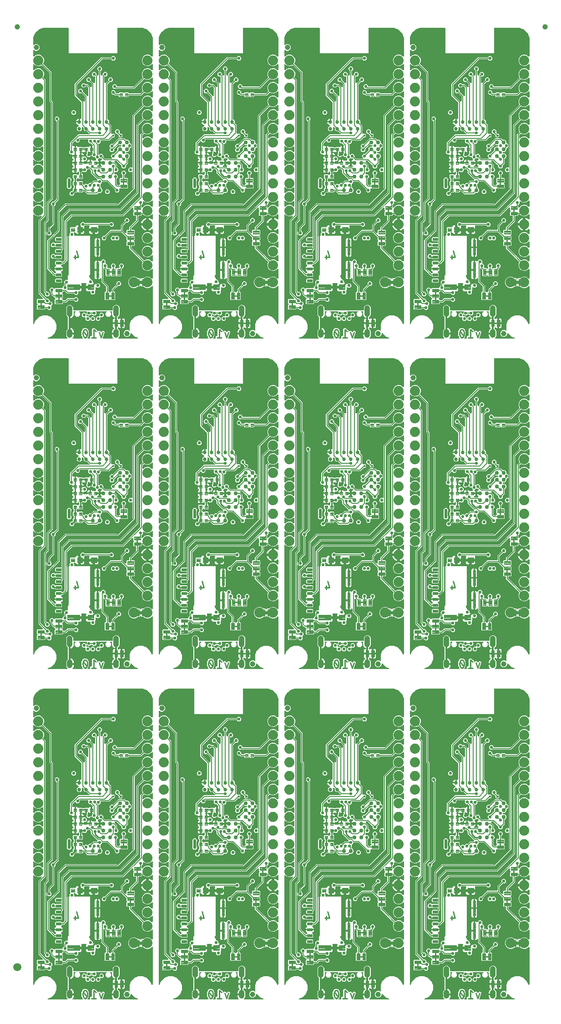
<source format=gbl>
G04 EAGLE Gerber RS-274X export*
G75*
%MOMM*%
%FSLAX34Y34*%
%LPD*%
%INBottom Copper*%
%IPPOS*%
%AMOC8*
5,1,8,0,0,1.08239X$1,22.5*%
G01*
%ADD10C,0.279400*%
%ADD11C,1.879600*%
%ADD12C,1.000000*%
%ADD13C,1.000000*%
%ADD14C,0.099059*%
%ADD15C,0.101600*%
%ADD16C,0.100000*%
%ADD17C,0.100800*%
%ADD18C,0.105000*%
%ADD19C,0.099000*%
%ADD20C,0.685800*%
%ADD21C,0.762000*%
%ADD22C,0.102000*%
%ADD23C,1.500000*%
%ADD24C,0.558800*%
%ADD25C,0.254000*%
%ADD26C,0.127000*%
%ADD27C,0.508000*%
%ADD28C,0.185419*%

G36*
X533421Y2812D02*
X533421Y2812D01*
X533559Y2825D01*
X533578Y2832D01*
X533598Y2835D01*
X533728Y2886D01*
X533859Y2933D01*
X533875Y2944D01*
X533894Y2952D01*
X534006Y3033D01*
X534122Y3111D01*
X534135Y3127D01*
X534151Y3138D01*
X534240Y3246D01*
X534332Y3350D01*
X534341Y3368D01*
X534354Y3383D01*
X534414Y3509D01*
X534477Y3633D01*
X534481Y3653D01*
X534490Y3671D01*
X534516Y3808D01*
X534546Y3943D01*
X534546Y3964D01*
X534550Y3983D01*
X534541Y4122D01*
X534537Y4261D01*
X534531Y4281D01*
X534530Y4301D01*
X534487Y4433D01*
X534448Y4567D01*
X534438Y4584D01*
X534432Y4603D01*
X534357Y4721D01*
X534287Y4841D01*
X534268Y4862D01*
X534262Y4872D01*
X534247Y4886D01*
X534180Y4961D01*
X533144Y5998D01*
X532189Y8303D01*
X532189Y16797D01*
X533144Y19102D01*
X534806Y20764D01*
X534866Y20842D01*
X534934Y20914D01*
X534963Y20967D01*
X535000Y21015D01*
X535040Y21106D01*
X535088Y21193D01*
X535103Y21251D01*
X535127Y21307D01*
X535142Y21405D01*
X535167Y21500D01*
X535173Y21601D01*
X535177Y21621D01*
X535175Y21633D01*
X535177Y21661D01*
X535177Y42739D01*
X535165Y42837D01*
X535162Y42936D01*
X535145Y42994D01*
X535137Y43054D01*
X535101Y43146D01*
X535073Y43242D01*
X535043Y43294D01*
X535020Y43350D01*
X534962Y43430D01*
X534912Y43515D01*
X534846Y43591D01*
X534834Y43607D01*
X534824Y43615D01*
X534806Y43636D01*
X533144Y45298D01*
X532189Y47603D01*
X532189Y61097D01*
X533144Y63402D01*
X534908Y65166D01*
X537213Y66121D01*
X539707Y66121D01*
X542012Y65166D01*
X543776Y63402D01*
X544731Y61097D01*
X544731Y56642D01*
X544746Y56524D01*
X544753Y56405D01*
X544766Y56367D01*
X544771Y56326D01*
X544814Y56216D01*
X544851Y56103D01*
X544873Y56068D01*
X544888Y56031D01*
X544957Y55935D01*
X545021Y55834D01*
X545051Y55806D01*
X545074Y55773D01*
X545166Y55697D01*
X545253Y55616D01*
X545288Y55596D01*
X545319Y55571D01*
X545427Y55520D01*
X545531Y55462D01*
X545571Y55452D01*
X545607Y55435D01*
X545724Y55413D01*
X545839Y55383D01*
X545899Y55379D01*
X545919Y55375D01*
X545940Y55377D01*
X546000Y55373D01*
X617320Y55373D01*
X617438Y55388D01*
X617557Y55395D01*
X617595Y55408D01*
X617636Y55413D01*
X617746Y55456D01*
X617859Y55493D01*
X617894Y55515D01*
X617931Y55530D01*
X618027Y55599D01*
X618128Y55663D01*
X618156Y55693D01*
X618189Y55716D01*
X618265Y55808D01*
X618346Y55895D01*
X618366Y55930D01*
X618391Y55961D01*
X618442Y56069D01*
X618500Y56173D01*
X618510Y56213D01*
X618527Y56249D01*
X618549Y56366D01*
X618579Y56481D01*
X618583Y56541D01*
X618587Y56561D01*
X618585Y56582D01*
X618589Y56642D01*
X618589Y61097D01*
X619544Y63402D01*
X621308Y65166D01*
X623613Y66121D01*
X626107Y66121D01*
X628412Y65166D01*
X630176Y63402D01*
X631131Y61097D01*
X631131Y47603D01*
X630176Y45298D01*
X628514Y43636D01*
X628454Y43558D01*
X628386Y43486D01*
X628357Y43433D01*
X628320Y43385D01*
X628280Y43294D01*
X628232Y43207D01*
X628217Y43149D01*
X628193Y43093D01*
X628178Y42995D01*
X628153Y42900D01*
X628147Y42799D01*
X628143Y42779D01*
X628145Y42767D01*
X628143Y42739D01*
X628143Y40785D01*
X628160Y40647D01*
X628173Y40509D01*
X628180Y40490D01*
X628183Y40469D01*
X628234Y40340D01*
X628281Y40209D01*
X628292Y40193D01*
X628300Y40174D01*
X628381Y40061D01*
X628459Y39946D01*
X628475Y39933D01*
X628486Y39916D01*
X628594Y39827D01*
X628698Y39736D01*
X628716Y39727D01*
X628731Y39714D01*
X628857Y39654D01*
X628981Y39591D01*
X629001Y39587D01*
X629019Y39578D01*
X629156Y39552D01*
X629291Y39522D01*
X629312Y39522D01*
X629331Y39518D01*
X629470Y39527D01*
X629609Y39531D01*
X629629Y39537D01*
X629649Y39538D01*
X629781Y39581D01*
X629915Y39620D01*
X629932Y39630D01*
X629951Y39636D01*
X630069Y39711D01*
X630189Y39781D01*
X630210Y39800D01*
X630220Y39806D01*
X630234Y39821D01*
X630310Y39888D01*
X630456Y40034D01*
X631148Y40434D01*
X631921Y40641D01*
X633477Y40641D01*
X633477Y33083D01*
X626236Y33083D01*
X626236Y40958D01*
X626251Y40974D01*
X626260Y40992D01*
X626273Y41007D01*
X626312Y41103D01*
X626355Y41197D01*
X626357Y41217D01*
X626365Y41235D01*
X626383Y41402D01*
X626383Y53340D01*
X626380Y53360D01*
X626382Y53379D01*
X626360Y53481D01*
X626343Y53583D01*
X626334Y53600D01*
X626330Y53620D01*
X626277Y53709D01*
X626228Y53800D01*
X626214Y53814D01*
X626204Y53831D01*
X626125Y53898D01*
X626050Y53970D01*
X626032Y53978D01*
X626017Y53991D01*
X625921Y54030D01*
X625827Y54073D01*
X625807Y54075D01*
X625789Y54083D01*
X625622Y54101D01*
X624098Y54101D01*
X624078Y54098D01*
X624059Y54100D01*
X623957Y54078D01*
X623855Y54062D01*
X623838Y54052D01*
X623818Y54048D01*
X623729Y53995D01*
X623638Y53946D01*
X623624Y53932D01*
X623607Y53922D01*
X623540Y53843D01*
X623469Y53768D01*
X623460Y53750D01*
X623447Y53735D01*
X623408Y53639D01*
X623365Y53545D01*
X623363Y53525D01*
X623355Y53507D01*
X623337Y53340D01*
X623337Y41004D01*
X623300Y40961D01*
X623289Y40934D01*
X623272Y40910D01*
X623244Y40820D01*
X623208Y40733D01*
X623204Y40696D01*
X623198Y40676D01*
X623198Y40643D01*
X623190Y40566D01*
X623190Y33273D01*
X618870Y33273D01*
X618870Y38004D01*
X619077Y38777D01*
X619477Y39469D01*
X620042Y40034D01*
X620734Y40434D01*
X621446Y40624D01*
X621559Y40676D01*
X621667Y40723D01*
X621668Y40725D01*
X621670Y40726D01*
X621760Y40809D01*
X621848Y40890D01*
X621849Y40892D01*
X621850Y40893D01*
X621909Y41000D01*
X621966Y41105D01*
X621967Y41107D01*
X621968Y41109D01*
X621989Y41231D01*
X622010Y41347D01*
X622010Y41349D01*
X622010Y41352D01*
X621992Y41472D01*
X621974Y41591D01*
X621973Y41593D01*
X621973Y41595D01*
X621918Y41700D01*
X621863Y41810D01*
X621861Y41811D01*
X621860Y41813D01*
X621776Y41895D01*
X621687Y41982D01*
X621685Y41983D01*
X621684Y41985D01*
X621677Y41988D01*
X621540Y42063D01*
X621288Y42167D01*
X620053Y42993D01*
X619003Y44043D01*
X618177Y45278D01*
X617609Y46650D01*
X617319Y48107D01*
X617319Y53340D01*
X617316Y53360D01*
X617318Y53379D01*
X617296Y53481D01*
X617280Y53583D01*
X617270Y53600D01*
X617266Y53620D01*
X617213Y53709D01*
X617164Y53800D01*
X617150Y53814D01*
X617140Y53831D01*
X617061Y53898D01*
X616986Y53970D01*
X616968Y53978D01*
X616953Y53991D01*
X616857Y54030D01*
X616763Y54073D01*
X616743Y54075D01*
X616725Y54083D01*
X616558Y54101D01*
X614458Y54101D01*
X614388Y54090D01*
X614316Y54088D01*
X614267Y54070D01*
X614216Y54062D01*
X614152Y54028D01*
X614085Y54003D01*
X614044Y53971D01*
X613998Y53946D01*
X613949Y53895D01*
X613893Y53850D01*
X613865Y53806D01*
X613829Y53768D01*
X613799Y53703D01*
X613760Y53643D01*
X613747Y53592D01*
X613725Y53545D01*
X613717Y53474D01*
X613700Y53404D01*
X613704Y53352D01*
X613698Y53301D01*
X613713Y53230D01*
X613719Y53159D01*
X613739Y53111D01*
X613750Y53060D01*
X613787Y52999D01*
X613815Y52933D01*
X613860Y52877D01*
X613876Y52849D01*
X613894Y52834D01*
X613920Y52802D01*
X615589Y51133D01*
X615589Y46967D01*
X612643Y44021D01*
X608477Y44021D01*
X605531Y46967D01*
X605531Y51133D01*
X607200Y52802D01*
X607242Y52860D01*
X607291Y52912D01*
X607313Y52959D01*
X607344Y53001D01*
X607365Y53070D01*
X607395Y53135D01*
X607401Y53187D01*
X607416Y53237D01*
X607414Y53308D01*
X607422Y53379D01*
X607411Y53430D01*
X607410Y53482D01*
X607385Y53550D01*
X607370Y53620D01*
X607343Y53664D01*
X607325Y53713D01*
X607280Y53769D01*
X607244Y53831D01*
X607204Y53865D01*
X607171Y53905D01*
X607111Y53944D01*
X607057Y53991D01*
X607008Y54010D01*
X606964Y54038D01*
X606895Y54056D01*
X606828Y54083D01*
X606757Y54091D01*
X606726Y54099D01*
X606703Y54097D01*
X606662Y54101D01*
X588182Y54101D01*
X588111Y54090D01*
X588039Y54088D01*
X587990Y54070D01*
X587939Y54062D01*
X587876Y54028D01*
X587808Y54003D01*
X587768Y53971D01*
X587722Y53946D01*
X587672Y53895D01*
X587616Y53850D01*
X587588Y53806D01*
X587552Y53768D01*
X587522Y53703D01*
X587483Y53643D01*
X587471Y53592D01*
X587449Y53545D01*
X587441Y53474D01*
X587423Y53404D01*
X587427Y53352D01*
X587422Y53301D01*
X587437Y53230D01*
X587442Y53159D01*
X587463Y53111D01*
X587474Y53060D01*
X587511Y52999D01*
X587539Y52933D01*
X587584Y52877D01*
X587600Y52849D01*
X587618Y52834D01*
X587644Y52802D01*
X588234Y52212D01*
X588234Y48844D01*
X585853Y46463D01*
X582485Y46463D01*
X580841Y48107D01*
X580767Y48160D01*
X580698Y48220D01*
X580668Y48232D01*
X580642Y48251D01*
X580555Y48278D01*
X580470Y48312D01*
X580429Y48316D01*
X580406Y48323D01*
X580374Y48322D01*
X580303Y48330D01*
X577763Y48330D01*
X577673Y48315D01*
X577582Y48308D01*
X577552Y48296D01*
X577520Y48290D01*
X577439Y48248D01*
X577356Y48212D01*
X577323Y48186D01*
X577303Y48175D01*
X577281Y48152D01*
X577225Y48107D01*
X575853Y46735D01*
X572485Y46735D01*
X570768Y48452D01*
X570710Y48494D01*
X570658Y48543D01*
X570611Y48565D01*
X570569Y48596D01*
X570500Y48617D01*
X570435Y48647D01*
X570383Y48653D01*
X570333Y48668D01*
X570262Y48666D01*
X570191Y48674D01*
X570140Y48663D01*
X570088Y48662D01*
X570020Y48637D01*
X569950Y48622D01*
X569905Y48595D01*
X569857Y48577D01*
X569801Y48532D01*
X569739Y48496D01*
X569705Y48456D01*
X569665Y48424D01*
X569626Y48363D01*
X569579Y48309D01*
X569560Y48260D01*
X569532Y48217D01*
X569514Y48147D01*
X569487Y48081D01*
X569479Y48009D01*
X569471Y47978D01*
X569473Y47955D01*
X569469Y47914D01*
X569469Y45466D01*
X569472Y45446D01*
X569470Y45427D01*
X569492Y45325D01*
X569508Y45223D01*
X569518Y45206D01*
X569522Y45186D01*
X569575Y45097D01*
X569624Y45006D01*
X569638Y44992D01*
X569648Y44975D01*
X569727Y44908D01*
X569802Y44836D01*
X569820Y44828D01*
X569835Y44815D01*
X569931Y44776D01*
X570025Y44733D01*
X570045Y44731D01*
X570063Y44723D01*
X570230Y44705D01*
X573692Y44705D01*
X576073Y42324D01*
X576073Y38956D01*
X573692Y36575D01*
X570324Y36575D01*
X567943Y38956D01*
X567943Y42418D01*
X567940Y42438D01*
X567942Y42457D01*
X567920Y42559D01*
X567904Y42661D01*
X567894Y42678D01*
X567890Y42698D01*
X567837Y42787D01*
X567788Y42878D01*
X567774Y42892D01*
X567764Y42909D01*
X567685Y42976D01*
X567610Y43048D01*
X567592Y43056D01*
X567577Y43069D01*
X567481Y43108D01*
X567387Y43151D01*
X567367Y43153D01*
X567349Y43161D01*
X567182Y43179D01*
X563720Y43179D01*
X561339Y45560D01*
X561339Y48928D01*
X563720Y51309D01*
X567088Y51309D01*
X568805Y49592D01*
X568863Y49550D01*
X568915Y49501D01*
X568962Y49479D01*
X569004Y49448D01*
X569073Y49427D01*
X569138Y49397D01*
X569190Y49391D01*
X569239Y49376D01*
X569311Y49378D01*
X569382Y49370D01*
X569433Y49381D01*
X569485Y49382D01*
X569553Y49407D01*
X569623Y49422D01*
X569667Y49449D01*
X569716Y49467D01*
X569772Y49512D01*
X569834Y49548D01*
X569868Y49588D01*
X569908Y49620D01*
X569947Y49681D01*
X569994Y49735D01*
X570013Y49784D01*
X570041Y49827D01*
X570059Y49897D01*
X570086Y49963D01*
X570094Y50035D01*
X570101Y50066D01*
X570100Y50089D01*
X570104Y50130D01*
X570104Y52484D01*
X570422Y52802D01*
X570464Y52860D01*
X570513Y52912D01*
X570535Y52959D01*
X570566Y53001D01*
X570587Y53070D01*
X570617Y53135D01*
X570623Y53187D01*
X570638Y53237D01*
X570636Y53308D01*
X570644Y53379D01*
X570633Y53430D01*
X570632Y53482D01*
X570607Y53550D01*
X570592Y53620D01*
X570565Y53664D01*
X570547Y53713D01*
X570502Y53769D01*
X570466Y53831D01*
X570426Y53865D01*
X570394Y53905D01*
X570333Y53944D01*
X570279Y53991D01*
X570230Y54010D01*
X570187Y54038D01*
X570117Y54056D01*
X570051Y54083D01*
X569979Y54091D01*
X569948Y54099D01*
X569925Y54097D01*
X569884Y54101D01*
X556658Y54101D01*
X556588Y54090D01*
X556516Y54088D01*
X556467Y54070D01*
X556416Y54062D01*
X556352Y54028D01*
X556285Y54003D01*
X556244Y53971D01*
X556198Y53946D01*
X556149Y53895D01*
X556093Y53850D01*
X556065Y53806D01*
X556029Y53768D01*
X555999Y53703D01*
X555960Y53643D01*
X555947Y53592D01*
X555925Y53545D01*
X555917Y53474D01*
X555900Y53404D01*
X555904Y53352D01*
X555898Y53301D01*
X555913Y53230D01*
X555919Y53159D01*
X555939Y53111D01*
X555950Y53060D01*
X555987Y52999D01*
X556015Y52933D01*
X556060Y52877D01*
X556076Y52849D01*
X556094Y52834D01*
X556120Y52802D01*
X557789Y51133D01*
X557789Y46967D01*
X554843Y44021D01*
X550677Y44021D01*
X547731Y46967D01*
X547731Y51133D01*
X549400Y52802D01*
X549442Y52860D01*
X549491Y52912D01*
X549513Y52959D01*
X549544Y53001D01*
X549565Y53070D01*
X549595Y53135D01*
X549601Y53187D01*
X549616Y53237D01*
X549614Y53308D01*
X549622Y53379D01*
X549611Y53430D01*
X549610Y53482D01*
X549585Y53550D01*
X549570Y53620D01*
X549543Y53664D01*
X549525Y53713D01*
X549480Y53769D01*
X549444Y53831D01*
X549404Y53865D01*
X549371Y53905D01*
X549311Y53944D01*
X549257Y53991D01*
X549208Y54010D01*
X549164Y54038D01*
X549095Y54056D01*
X549028Y54083D01*
X548957Y54091D01*
X548926Y54099D01*
X548903Y54097D01*
X548862Y54101D01*
X546762Y54101D01*
X546742Y54098D01*
X546723Y54100D01*
X546621Y54078D01*
X546519Y54062D01*
X546502Y54052D01*
X546482Y54048D01*
X546393Y53995D01*
X546302Y53946D01*
X546288Y53932D01*
X546271Y53922D01*
X546204Y53843D01*
X546132Y53768D01*
X546124Y53750D01*
X546111Y53735D01*
X546072Y53639D01*
X546029Y53545D01*
X546027Y53525D01*
X546019Y53507D01*
X546001Y53340D01*
X546001Y48107D01*
X545711Y46650D01*
X545143Y45278D01*
X544317Y44043D01*
X543267Y42993D01*
X542032Y42167D01*
X540660Y41599D01*
X539983Y41465D01*
X539983Y53340D01*
X539980Y53360D01*
X539982Y53379D01*
X539960Y53481D01*
X539943Y53583D01*
X539934Y53600D01*
X539930Y53620D01*
X539877Y53709D01*
X539828Y53800D01*
X539814Y53814D01*
X539804Y53831D01*
X539725Y53898D01*
X539650Y53970D01*
X539632Y53978D01*
X539617Y53991D01*
X539521Y54030D01*
X539427Y54073D01*
X539407Y54075D01*
X539389Y54083D01*
X539222Y54101D01*
X537698Y54101D01*
X537678Y54098D01*
X537659Y54100D01*
X537557Y54078D01*
X537455Y54062D01*
X537438Y54052D01*
X537418Y54048D01*
X537329Y53995D01*
X537238Y53946D01*
X537224Y53932D01*
X537207Y53922D01*
X537140Y53843D01*
X537069Y53768D01*
X537060Y53750D01*
X537047Y53735D01*
X537008Y53639D01*
X536965Y53545D01*
X536963Y53525D01*
X536955Y53507D01*
X536937Y53340D01*
X536937Y41343D01*
X536930Y41342D01*
X536905Y41327D01*
X536877Y41319D01*
X536800Y41264D01*
X536719Y41216D01*
X536700Y41194D01*
X536676Y41177D01*
X536621Y41101D01*
X536559Y41029D01*
X536548Y41002D01*
X536531Y40978D01*
X536503Y40888D01*
X536467Y40801D01*
X536463Y40764D01*
X536457Y40744D01*
X536457Y40711D01*
X536449Y40634D01*
X536449Y23766D01*
X536464Y23673D01*
X536472Y23579D01*
X536484Y23552D01*
X536489Y23523D01*
X536533Y23440D01*
X536570Y23353D01*
X536590Y23332D01*
X536604Y23306D01*
X536672Y23241D01*
X536735Y23171D01*
X536761Y23157D01*
X536782Y23136D01*
X536867Y23097D01*
X536937Y23058D01*
X536937Y13312D01*
X536940Y13292D01*
X536938Y13273D01*
X536960Y13171D01*
X536977Y13069D01*
X536986Y13052D01*
X536990Y13032D01*
X537043Y12943D01*
X537092Y12852D01*
X537106Y12838D01*
X537116Y12821D01*
X537195Y12754D01*
X537270Y12683D01*
X537288Y12674D01*
X537303Y12661D01*
X537399Y12622D01*
X537493Y12579D01*
X537513Y12577D01*
X537531Y12569D01*
X537698Y12551D01*
X538461Y12551D01*
X538461Y11788D01*
X538464Y11768D01*
X538462Y11749D01*
X538484Y11647D01*
X538501Y11545D01*
X538510Y11528D01*
X538514Y11508D01*
X538567Y11419D01*
X538616Y11328D01*
X538630Y11314D01*
X538640Y11297D01*
X538719Y11230D01*
X538794Y11159D01*
X538812Y11150D01*
X538827Y11137D01*
X538923Y11098D01*
X539017Y11055D01*
X539037Y11053D01*
X539055Y11045D01*
X539222Y11027D01*
X546001Y11027D01*
X546001Y8807D01*
X545711Y7350D01*
X545143Y5978D01*
X544317Y4743D01*
X543668Y4094D01*
X543627Y4036D01*
X543577Y3984D01*
X543555Y3937D01*
X543525Y3895D01*
X543504Y3826D01*
X543474Y3761D01*
X543468Y3709D01*
X543453Y3659D01*
X543454Y3588D01*
X543447Y3517D01*
X543458Y3466D01*
X543459Y3414D01*
X543484Y3346D01*
X543499Y3276D01*
X543525Y3231D01*
X543543Y3183D01*
X543588Y3127D01*
X543625Y3065D01*
X543665Y3031D01*
X543697Y2991D01*
X543757Y2952D01*
X543812Y2905D01*
X543860Y2886D01*
X543904Y2858D01*
X543973Y2840D01*
X544040Y2813D01*
X544111Y2805D01*
X544142Y2797D01*
X544166Y2799D01*
X544207Y2795D01*
X562651Y2795D01*
X562662Y2797D01*
X562673Y2795D01*
X562784Y2816D01*
X562894Y2834D01*
X562904Y2840D01*
X562915Y2842D01*
X563013Y2897D01*
X563112Y2950D01*
X563119Y2958D01*
X563129Y2963D01*
X563204Y3047D01*
X563281Y3128D01*
X563286Y3138D01*
X563293Y3146D01*
X563337Y3249D01*
X563385Y3351D01*
X563386Y3362D01*
X563390Y3372D01*
X563399Y3485D01*
X563412Y3595D01*
X563409Y3606D01*
X563410Y3617D01*
X563383Y3726D01*
X563359Y3836D01*
X563354Y3845D01*
X563351Y3856D01*
X563291Y3951D01*
X563233Y4047D01*
X563225Y4054D01*
X563219Y4064D01*
X563094Y4175D01*
X562387Y4681D01*
X561858Y6223D01*
X561843Y6250D01*
X561822Y6310D01*
X560396Y9235D01*
X560396Y16165D01*
X561295Y18009D01*
X561308Y18054D01*
X561331Y18095D01*
X561360Y18226D01*
X561366Y18245D01*
X561365Y18251D01*
X561367Y18259D01*
X561369Y18275D01*
X561431Y18331D01*
X561458Y18374D01*
X561477Y18394D01*
X561489Y18422D01*
X561521Y18472D01*
X561822Y19090D01*
X561831Y19120D01*
X561858Y19177D01*
X562387Y20719D01*
X565385Y22861D01*
X569069Y22861D01*
X572067Y20719D01*
X572596Y19177D01*
X572610Y19150D01*
X572631Y19090D01*
X574057Y16165D01*
X574057Y9235D01*
X573158Y7391D01*
X573145Y7346D01*
X573123Y7305D01*
X573093Y7174D01*
X573088Y7155D01*
X573088Y7149D01*
X573086Y7141D01*
X573084Y7125D01*
X573022Y7069D01*
X572998Y7031D01*
X572996Y7029D01*
X572994Y7026D01*
X572976Y7006D01*
X572965Y6978D01*
X572932Y6927D01*
X572631Y6310D01*
X572623Y6280D01*
X572595Y6223D01*
X572067Y4681D01*
X571359Y4175D01*
X571351Y4168D01*
X571342Y4162D01*
X571265Y4081D01*
X571185Y4002D01*
X571180Y3992D01*
X571172Y3984D01*
X571125Y3882D01*
X571075Y3782D01*
X571073Y3771D01*
X571069Y3761D01*
X571056Y3650D01*
X571041Y3538D01*
X571043Y3527D01*
X571042Y3517D01*
X571065Y3407D01*
X571086Y3297D01*
X571091Y3287D01*
X571094Y3276D01*
X571152Y3180D01*
X571206Y3082D01*
X571214Y3075D01*
X571220Y3065D01*
X571305Y2992D01*
X571388Y2917D01*
X571398Y2912D01*
X571407Y2905D01*
X571511Y2863D01*
X571614Y2818D01*
X571625Y2817D01*
X571635Y2813D01*
X571802Y2795D01*
X575497Y2795D01*
X575567Y2806D01*
X575639Y2808D01*
X575688Y2826D01*
X575740Y2834D01*
X575803Y2868D01*
X575870Y2893D01*
X575911Y2925D01*
X575957Y2950D01*
X576006Y3001D01*
X576062Y3046D01*
X576090Y3090D01*
X576126Y3128D01*
X576157Y3193D01*
X576195Y3253D01*
X576208Y3304D01*
X576230Y3351D01*
X576238Y3422D01*
X576255Y3492D01*
X576251Y3544D01*
X576257Y3595D01*
X576242Y3666D01*
X576236Y3737D01*
X576216Y3785D01*
X576205Y3836D01*
X576168Y3897D01*
X576140Y3963D01*
X576095Y4019D01*
X576079Y4047D01*
X576061Y4062D01*
X576035Y4094D01*
X576027Y4102D01*
X576027Y6312D01*
X577590Y7875D01*
X579429Y7875D01*
X579449Y7878D01*
X579468Y7876D01*
X579570Y7898D01*
X579672Y7914D01*
X579689Y7924D01*
X579709Y7928D01*
X579798Y7981D01*
X579889Y8030D01*
X579903Y8044D01*
X579920Y8054D01*
X579987Y8133D01*
X580058Y8208D01*
X580067Y8226D01*
X580080Y8241D01*
X580118Y8337D01*
X580162Y8431D01*
X580164Y8451D01*
X580172Y8469D01*
X580190Y8636D01*
X580190Y20003D01*
X580185Y20031D01*
X580185Y20087D01*
X580083Y21009D01*
X580107Y21070D01*
X580144Y21135D01*
X580153Y21183D01*
X580172Y21229D01*
X580178Y21286D01*
X580837Y21945D01*
X580854Y21968D01*
X580893Y22008D01*
X581473Y22732D01*
X581533Y22758D01*
X581605Y22778D01*
X581646Y22806D01*
X581691Y22825D01*
X581736Y22861D01*
X582668Y22861D01*
X582696Y22865D01*
X582752Y22865D01*
X583674Y22968D01*
X583735Y22943D01*
X583799Y22907D01*
X583848Y22898D01*
X583894Y22879D01*
X583951Y22873D01*
X584610Y22214D01*
X584633Y22197D01*
X584673Y22158D01*
X589550Y18256D01*
X589737Y16576D01*
X589744Y16548D01*
X589745Y16520D01*
X589777Y16431D01*
X589803Y16339D01*
X589819Y16315D01*
X589829Y16288D01*
X589888Y16214D01*
X589941Y16136D01*
X589964Y16118D01*
X589982Y16096D01*
X590062Y16044D01*
X590137Y15987D01*
X590164Y15978D01*
X590189Y15962D01*
X590281Y15939D01*
X590370Y15909D01*
X590399Y15909D01*
X590427Y15902D01*
X590521Y15909D01*
X590616Y15909D01*
X590644Y15918D01*
X590672Y15920D01*
X590760Y15957D01*
X590849Y15987D01*
X590872Y16005D01*
X590899Y16016D01*
X590970Y16079D01*
X591045Y16136D01*
X591061Y16160D01*
X591083Y16179D01*
X591174Y16320D01*
X591704Y17379D01*
X593800Y18078D01*
X595777Y17090D01*
X596204Y15810D01*
X596205Y15808D01*
X596205Y15806D01*
X596263Y15696D01*
X596318Y15592D01*
X596320Y15590D01*
X596321Y15589D01*
X596408Y15506D01*
X596496Y15422D01*
X596498Y15421D01*
X596500Y15420D01*
X596608Y15369D01*
X596719Y15318D01*
X596721Y15318D01*
X596723Y15317D01*
X596842Y15304D01*
X596963Y15290D01*
X596965Y15290D01*
X596968Y15290D01*
X597087Y15317D01*
X597204Y15342D01*
X597206Y15343D01*
X597208Y15343D01*
X597313Y15407D01*
X597415Y15467D01*
X597417Y15469D01*
X597418Y15470D01*
X597496Y15561D01*
X597576Y15654D01*
X597576Y15656D01*
X597578Y15657D01*
X597648Y15810D01*
X598075Y17090D01*
X600051Y18078D01*
X602148Y17379D01*
X603136Y15402D01*
X599818Y5448D01*
X599812Y5411D01*
X599798Y5376D01*
X599793Y5290D01*
X599779Y5205D01*
X599785Y5168D01*
X599783Y5130D01*
X599809Y5008D01*
X599421Y4232D01*
X599411Y4201D01*
X599380Y4132D01*
X599268Y3797D01*
X599265Y3778D01*
X599257Y3761D01*
X599245Y3657D01*
X599229Y3554D01*
X599232Y3535D01*
X599230Y3517D01*
X599252Y3415D01*
X599269Y3311D01*
X599278Y3295D01*
X599282Y3276D01*
X599336Y3186D01*
X599385Y3094D01*
X599399Y3081D01*
X599408Y3065D01*
X599488Y2997D01*
X599564Y2925D01*
X599581Y2917D01*
X599595Y2905D01*
X599692Y2866D01*
X599787Y2822D01*
X599806Y2820D01*
X599823Y2813D01*
X599990Y2795D01*
X619113Y2795D01*
X619184Y2806D01*
X619256Y2808D01*
X619305Y2826D01*
X619356Y2834D01*
X619419Y2868D01*
X619487Y2893D01*
X619527Y2925D01*
X619573Y2950D01*
X619623Y3002D01*
X619679Y3046D01*
X619707Y3090D01*
X619743Y3128D01*
X619773Y3193D01*
X619812Y3253D01*
X619824Y3304D01*
X619846Y3351D01*
X619854Y3422D01*
X619872Y3492D01*
X619868Y3544D01*
X619873Y3595D01*
X619858Y3666D01*
X619853Y3737D01*
X619832Y3785D01*
X619821Y3836D01*
X619784Y3897D01*
X619756Y3963D01*
X619712Y4019D01*
X619695Y4047D01*
X619677Y4062D01*
X619652Y4094D01*
X619003Y4743D01*
X618177Y5978D01*
X617609Y7350D01*
X617319Y8807D01*
X617319Y11027D01*
X624098Y11027D01*
X624118Y11030D01*
X624137Y11028D01*
X624239Y11050D01*
X624341Y11067D01*
X624358Y11076D01*
X624378Y11080D01*
X624467Y11133D01*
X624558Y11182D01*
X624572Y11196D01*
X624589Y11206D01*
X624656Y11285D01*
X624727Y11360D01*
X624736Y11378D01*
X624749Y11393D01*
X624788Y11489D01*
X624831Y11583D01*
X624833Y11603D01*
X624841Y11621D01*
X624859Y11788D01*
X624859Y12551D01*
X625622Y12551D01*
X625642Y12554D01*
X625661Y12552D01*
X625763Y12574D01*
X625865Y12591D01*
X625882Y12600D01*
X625902Y12604D01*
X625991Y12657D01*
X626082Y12706D01*
X626096Y12720D01*
X626113Y12730D01*
X626180Y12809D01*
X626251Y12884D01*
X626260Y12902D01*
X626273Y12917D01*
X626312Y13013D01*
X626355Y13107D01*
X626357Y13127D01*
X626365Y13145D01*
X626383Y13312D01*
X626383Y22098D01*
X626380Y22118D01*
X626382Y22137D01*
X626360Y22239D01*
X626343Y22341D01*
X626334Y22358D01*
X626330Y22378D01*
X626277Y22467D01*
X626236Y22543D01*
X626236Y30417D01*
X633477Y30417D01*
X633477Y22859D01*
X631921Y22859D01*
X631148Y23066D01*
X630456Y23466D01*
X630310Y23612D01*
X630200Y23697D01*
X630093Y23786D01*
X630074Y23795D01*
X630058Y23807D01*
X629931Y23863D01*
X629805Y23922D01*
X629785Y23926D01*
X629766Y23934D01*
X629629Y23956D01*
X629492Y23982D01*
X629472Y23980D01*
X629452Y23984D01*
X629314Y23971D01*
X629175Y23962D01*
X629156Y23956D01*
X629136Y23954D01*
X629005Y23907D01*
X628873Y23864D01*
X628855Y23853D01*
X628836Y23846D01*
X628721Y23768D01*
X628604Y23694D01*
X628590Y23679D01*
X628573Y23668D01*
X628481Y23564D01*
X628386Y23462D01*
X628376Y23444D01*
X628363Y23429D01*
X628300Y23306D01*
X628232Y23184D01*
X628227Y23164D01*
X628218Y23146D01*
X628188Y23010D01*
X628153Y22876D01*
X628151Y22848D01*
X628148Y22836D01*
X628149Y22815D01*
X628143Y22715D01*
X628143Y21661D01*
X628155Y21563D01*
X628158Y21464D01*
X628175Y21406D01*
X628183Y21346D01*
X628219Y21254D01*
X628247Y21158D01*
X628277Y21106D01*
X628300Y21050D01*
X628358Y20970D01*
X628408Y20885D01*
X628474Y20809D01*
X628486Y20793D01*
X628496Y20785D01*
X628514Y20764D01*
X630176Y19102D01*
X631131Y16797D01*
X631131Y8303D01*
X630176Y5998D01*
X629140Y4961D01*
X629055Y4852D01*
X628966Y4745D01*
X628957Y4726D01*
X628945Y4710D01*
X628889Y4583D01*
X628830Y4457D01*
X628826Y4437D01*
X628818Y4418D01*
X628796Y4280D01*
X628770Y4144D01*
X628772Y4124D01*
X628768Y4104D01*
X628782Y3965D01*
X628790Y3827D01*
X628796Y3808D01*
X628798Y3788D01*
X628845Y3656D01*
X628888Y3525D01*
X628899Y3507D01*
X628906Y3488D01*
X628984Y3373D01*
X629058Y3256D01*
X629073Y3242D01*
X629084Y3225D01*
X629189Y3133D01*
X629290Y3038D01*
X629308Y3028D01*
X629323Y3015D01*
X629447Y2952D01*
X629568Y2884D01*
X629588Y2879D01*
X629606Y2870D01*
X629742Y2840D01*
X629876Y2805D01*
X629904Y2803D01*
X629916Y2800D01*
X629937Y2801D01*
X630037Y2795D01*
X664325Y2795D01*
X664394Y2803D01*
X664464Y2802D01*
X664551Y2823D01*
X664640Y2835D01*
X664705Y2860D01*
X664773Y2877D01*
X664853Y2919D01*
X664936Y2952D01*
X664993Y2993D01*
X665054Y3025D01*
X665121Y3086D01*
X665194Y3138D01*
X665238Y3192D01*
X665290Y3239D01*
X665339Y3314D01*
X665396Y3383D01*
X665426Y3447D01*
X665464Y3505D01*
X665494Y3590D01*
X665532Y3671D01*
X665545Y3740D01*
X665568Y3806D01*
X665575Y3895D01*
X665592Y3983D01*
X665587Y4053D01*
X665593Y4123D01*
X665577Y4211D01*
X665572Y4301D01*
X665550Y4367D01*
X665538Y4436D01*
X665502Y4518D01*
X665474Y4603D01*
X665437Y4662D01*
X665408Y4726D01*
X665352Y4796D01*
X665304Y4872D01*
X665253Y4920D01*
X665209Y4974D01*
X665137Y5029D01*
X665072Y5090D01*
X665011Y5124D01*
X664955Y5166D01*
X664811Y5237D01*
X658762Y7742D01*
X653597Y12906D01*
X653488Y12992D01*
X653381Y13080D01*
X653362Y13089D01*
X653346Y13101D01*
X653218Y13157D01*
X653093Y13216D01*
X653073Y13219D01*
X653054Y13228D01*
X652916Y13249D01*
X652780Y13275D01*
X652760Y13274D01*
X652740Y13277D01*
X652601Y13264D01*
X652463Y13256D01*
X652444Y13249D01*
X652424Y13248D01*
X652292Y13200D01*
X652161Y13158D01*
X652143Y13147D01*
X652124Y13140D01*
X652009Y13062D01*
X651892Y12988D01*
X651878Y12973D01*
X651861Y12961D01*
X651769Y12857D01*
X651674Y12756D01*
X651664Y12738D01*
X651651Y12723D01*
X651587Y12599D01*
X651520Y12477D01*
X651515Y12458D01*
X651506Y12440D01*
X651476Y12304D01*
X651441Y12169D01*
X651439Y12141D01*
X651436Y12129D01*
X651437Y12109D01*
X651431Y12009D01*
X651431Y11453D01*
X650476Y9148D01*
X648712Y7384D01*
X646407Y6429D01*
X643913Y6429D01*
X641608Y7384D01*
X639844Y9148D01*
X638889Y11453D01*
X638889Y13947D01*
X639844Y16252D01*
X641608Y18016D01*
X643913Y18971D01*
X646407Y18971D01*
X648732Y18008D01*
X648866Y17971D01*
X648999Y17930D01*
X649019Y17929D01*
X649039Y17924D01*
X649178Y17922D01*
X649316Y17915D01*
X649336Y17919D01*
X649357Y17919D01*
X649492Y17951D01*
X649628Y17979D01*
X649646Y17988D01*
X649666Y17993D01*
X649789Y18058D01*
X649914Y18119D01*
X649929Y18132D01*
X649947Y18142D01*
X650050Y18235D01*
X650156Y18326D01*
X650167Y18342D01*
X650182Y18356D01*
X650259Y18472D01*
X650339Y18586D01*
X650346Y18604D01*
X650357Y18621D01*
X650402Y18753D01*
X650451Y18883D01*
X650454Y18903D01*
X650460Y18922D01*
X650471Y19061D01*
X650487Y19199D01*
X650484Y19219D01*
X650485Y19239D01*
X650462Y19376D01*
X650442Y19514D01*
X650433Y19541D01*
X650431Y19553D01*
X650423Y19571D01*
X650390Y19666D01*
X649731Y21257D01*
X649731Y29543D01*
X652902Y37198D01*
X658762Y43058D01*
X666417Y46229D01*
X674703Y46229D01*
X682359Y43058D01*
X688218Y37199D01*
X690723Y31149D01*
X690758Y31089D01*
X690784Y31024D01*
X690836Y30951D01*
X690881Y30873D01*
X690930Y30823D01*
X690970Y30767D01*
X691040Y30709D01*
X691102Y30645D01*
X691162Y30608D01*
X691215Y30564D01*
X691297Y30525D01*
X691373Y30478D01*
X691440Y30458D01*
X691503Y30428D01*
X691591Y30411D01*
X691677Y30385D01*
X691747Y30382D01*
X691816Y30368D01*
X691905Y30374D01*
X691995Y30370D01*
X692063Y30384D01*
X692133Y30388D01*
X692218Y30416D01*
X692306Y30434D01*
X692369Y30465D01*
X692435Y30486D01*
X692511Y30534D01*
X692592Y30574D01*
X692645Y30619D01*
X692704Y30656D01*
X692766Y30722D01*
X692834Y30780D01*
X692874Y30837D01*
X692922Y30888D01*
X692965Y30967D01*
X693017Y31040D01*
X693042Y31105D01*
X693076Y31166D01*
X693098Y31253D01*
X693130Y31337D01*
X693138Y31407D01*
X693155Y31474D01*
X693165Y31635D01*
X693165Y99703D01*
X693148Y99841D01*
X693135Y99980D01*
X693128Y99999D01*
X693125Y100019D01*
X693074Y100148D01*
X693027Y100279D01*
X693016Y100296D01*
X693008Y100314D01*
X692927Y100427D01*
X692849Y100542D01*
X692833Y100555D01*
X692822Y100572D01*
X692714Y100661D01*
X692610Y100752D01*
X692592Y100762D01*
X692577Y100775D01*
X692451Y100834D01*
X692327Y100897D01*
X692307Y100901D01*
X692289Y100910D01*
X692152Y100936D01*
X692017Y100967D01*
X691996Y100966D01*
X691977Y100970D01*
X691838Y100961D01*
X691699Y100957D01*
X691679Y100951D01*
X691659Y100950D01*
X691527Y100907D01*
X691393Y100869D01*
X691376Y100858D01*
X691357Y100852D01*
X691239Y100777D01*
X691119Y100707D01*
X691098Y100689D01*
X691088Y100682D01*
X691074Y100667D01*
X690999Y100601D01*
X689303Y98905D01*
X685382Y97281D01*
X681138Y97281D01*
X677217Y98905D01*
X676165Y99958D01*
X676086Y100018D01*
X676014Y100086D01*
X675961Y100115D01*
X675913Y100152D01*
X675822Y100192D01*
X675736Y100240D01*
X675677Y100255D01*
X675621Y100279D01*
X675524Y100294D01*
X675428Y100319D01*
X675328Y100325D01*
X675307Y100329D01*
X675295Y100327D01*
X675267Y100329D01*
X672236Y100329D01*
X671458Y101108D01*
X671364Y101181D01*
X671274Y101260D01*
X671238Y101278D01*
X671206Y101303D01*
X671097Y101350D01*
X670991Y101404D01*
X670952Y101413D01*
X670914Y101429D01*
X670797Y101448D01*
X670681Y101474D01*
X670640Y101473D01*
X670600Y101479D01*
X670482Y101468D01*
X670363Y101464D01*
X670324Y101453D01*
X670284Y101449D01*
X670171Y101409D01*
X670057Y101376D01*
X670023Y101355D01*
X669984Y101342D01*
X669886Y101275D01*
X669783Y101214D01*
X669738Y101175D01*
X669721Y101163D01*
X669708Y101148D01*
X669663Y101108D01*
X668884Y100329D01*
X665853Y100329D01*
X665755Y100317D01*
X665656Y100314D01*
X665597Y100297D01*
X665537Y100289D01*
X665445Y100253D01*
X665350Y100225D01*
X665298Y100195D01*
X665242Y100172D01*
X665162Y100114D01*
X665076Y100064D01*
X665001Y99998D01*
X664984Y99986D01*
X664977Y99976D01*
X664955Y99958D01*
X663903Y98905D01*
X659982Y97281D01*
X655738Y97281D01*
X651817Y98905D01*
X648815Y101907D01*
X647191Y105828D01*
X647191Y110072D01*
X648815Y113993D01*
X651817Y116995D01*
X655738Y118619D01*
X659982Y118619D01*
X663903Y116995D01*
X664955Y115942D01*
X665034Y115882D01*
X665106Y115814D01*
X665159Y115785D01*
X665207Y115748D01*
X665298Y115708D01*
X665384Y115660D01*
X665443Y115645D01*
X665499Y115621D01*
X665596Y115606D01*
X665692Y115581D01*
X665792Y115575D01*
X665813Y115571D01*
X665825Y115573D01*
X665853Y115571D01*
X668884Y115571D01*
X669663Y114792D01*
X669757Y114719D01*
X669846Y114640D01*
X669882Y114622D01*
X669914Y114597D01*
X670023Y114550D01*
X670129Y114496D01*
X670168Y114487D01*
X670206Y114471D01*
X670323Y114452D01*
X670439Y114426D01*
X670480Y114427D01*
X670520Y114421D01*
X670638Y114432D01*
X670757Y114436D01*
X670796Y114447D01*
X670836Y114451D01*
X670948Y114491D01*
X671063Y114524D01*
X671098Y114545D01*
X671136Y114558D01*
X671234Y114625D01*
X671337Y114686D01*
X671382Y114725D01*
X671399Y114737D01*
X671412Y114752D01*
X671458Y114792D01*
X672236Y115571D01*
X675267Y115571D01*
X675365Y115583D01*
X675464Y115586D01*
X675523Y115603D01*
X675583Y115611D01*
X675675Y115647D01*
X675770Y115675D01*
X675822Y115705D01*
X675878Y115728D01*
X675958Y115786D01*
X676044Y115836D01*
X676119Y115902D01*
X676136Y115914D01*
X676143Y115924D01*
X676165Y115942D01*
X677217Y116995D01*
X681138Y118619D01*
X685382Y118619D01*
X689303Y116995D01*
X690999Y115299D01*
X691108Y115214D01*
X691215Y115125D01*
X691234Y115117D01*
X691250Y115104D01*
X691378Y115049D01*
X691503Y114990D01*
X691523Y114986D01*
X691542Y114978D01*
X691680Y114956D01*
X691816Y114930D01*
X691836Y114931D01*
X691856Y114928D01*
X691995Y114941D01*
X692133Y114950D01*
X692152Y114956D01*
X692172Y114958D01*
X692304Y115005D01*
X692435Y115048D01*
X692453Y115059D01*
X692472Y115066D01*
X692587Y115144D01*
X692704Y115218D01*
X692718Y115233D01*
X692735Y115244D01*
X692827Y115348D01*
X692922Y115450D01*
X692932Y115467D01*
X692945Y115483D01*
X693008Y115606D01*
X693076Y115728D01*
X693081Y115748D01*
X693090Y115766D01*
X693120Y115902D01*
X693155Y116036D01*
X693157Y116064D01*
X693160Y116076D01*
X693159Y116097D01*
X693165Y116197D01*
X693165Y131453D01*
X693148Y131591D01*
X693135Y131730D01*
X693128Y131749D01*
X693125Y131769D01*
X693074Y131898D01*
X693027Y132029D01*
X693016Y132046D01*
X693008Y132064D01*
X692927Y132177D01*
X692849Y132292D01*
X692833Y132305D01*
X692822Y132322D01*
X692714Y132411D01*
X692610Y132502D01*
X692592Y132512D01*
X692577Y132525D01*
X692451Y132584D01*
X692327Y132647D01*
X692307Y132651D01*
X692289Y132660D01*
X692152Y132686D01*
X692017Y132717D01*
X691996Y132716D01*
X691977Y132720D01*
X691838Y132711D01*
X691699Y132707D01*
X691679Y132701D01*
X691659Y132700D01*
X691527Y132657D01*
X691393Y132619D01*
X691376Y132608D01*
X691357Y132602D01*
X691239Y132527D01*
X691119Y132457D01*
X691098Y132439D01*
X691088Y132432D01*
X691074Y132417D01*
X690999Y132351D01*
X689303Y130655D01*
X685382Y129031D01*
X681138Y129031D01*
X677217Y130655D01*
X674215Y133657D01*
X672591Y137578D01*
X672591Y141822D01*
X673981Y145176D01*
X673988Y145205D01*
X674002Y145231D01*
X674030Y145358D01*
X674065Y145483D01*
X674065Y145512D01*
X674071Y145541D01*
X674068Y145671D01*
X674070Y145801D01*
X674063Y145830D01*
X674062Y145859D01*
X674026Y145984D01*
X673995Y146110D01*
X673982Y146136D01*
X673973Y146165D01*
X673907Y146277D01*
X673847Y146391D01*
X673827Y146413D01*
X673812Y146439D01*
X673705Y146559D01*
X651092Y169173D01*
X649604Y170661D01*
X649604Y174244D01*
X649589Y174362D01*
X649582Y174481D01*
X649569Y174519D01*
X649564Y174560D01*
X649521Y174670D01*
X649484Y174783D01*
X649462Y174818D01*
X649447Y174855D01*
X649378Y174951D01*
X649314Y175052D01*
X649284Y175080D01*
X649261Y175113D01*
X649169Y175189D01*
X649082Y175270D01*
X649047Y175290D01*
X649016Y175315D01*
X648908Y175366D01*
X648804Y175424D01*
X648764Y175434D01*
X648728Y175451D01*
X648611Y175473D01*
X648496Y175503D01*
X648436Y175507D01*
X648416Y175511D01*
X648395Y175509D01*
X648335Y175513D01*
X644924Y175513D01*
X643889Y176548D01*
X643889Y183624D01*
X644661Y184396D01*
X644734Y184490D01*
X644812Y184579D01*
X644831Y184615D01*
X644855Y184647D01*
X644903Y184756D01*
X644957Y184862D01*
X644966Y184901D01*
X644982Y184939D01*
X645001Y185056D01*
X645027Y185172D01*
X645025Y185213D01*
X645032Y185253D01*
X645021Y185371D01*
X645017Y185490D01*
X645006Y185529D01*
X645002Y185569D01*
X644962Y185681D01*
X644928Y185796D01*
X644908Y185831D01*
X644894Y185869D01*
X644827Y185967D01*
X644767Y186070D01*
X644727Y186115D01*
X644716Y186132D01*
X644700Y186145D01*
X644661Y186191D01*
X643889Y186962D01*
X643889Y191565D01*
X643877Y191663D01*
X643874Y191762D01*
X643857Y191820D01*
X643849Y191880D01*
X643813Y191972D01*
X643785Y192068D01*
X643755Y192120D01*
X643732Y192176D01*
X643674Y192256D01*
X643624Y192342D01*
X643558Y192417D01*
X643546Y192433D01*
X643536Y192441D01*
X643518Y192462D01*
X635057Y200923D01*
X634979Y200983D01*
X634907Y201051D01*
X634854Y201080D01*
X634806Y201117D01*
X634715Y201157D01*
X634628Y201205D01*
X634570Y201220D01*
X634514Y201244D01*
X634416Y201259D01*
X634321Y201284D01*
X634221Y201290D01*
X634200Y201294D01*
X634188Y201292D01*
X634160Y201294D01*
X616375Y201294D01*
X616277Y201282D01*
X616178Y201279D01*
X616120Y201262D01*
X616060Y201254D01*
X615968Y201218D01*
X615872Y201190D01*
X615820Y201160D01*
X615764Y201137D01*
X615684Y201079D01*
X615598Y201029D01*
X615523Y200963D01*
X615507Y200951D01*
X615499Y200941D01*
X615478Y200923D01*
X606796Y192241D01*
X606736Y192163D01*
X606668Y192091D01*
X606639Y192038D01*
X606602Y191990D01*
X606562Y191899D01*
X606514Y191812D01*
X606499Y191754D01*
X606475Y191698D01*
X606460Y191600D01*
X606435Y191505D01*
X606429Y191405D01*
X606425Y191384D01*
X606427Y191372D01*
X606425Y191344D01*
X606425Y188816D01*
X604044Y186435D01*
X600676Y186435D01*
X598295Y188816D01*
X598295Y192184D01*
X600676Y194565D01*
X603204Y194565D01*
X603302Y194577D01*
X603401Y194580D01*
X603459Y194597D01*
X603519Y194605D01*
X603611Y194641D01*
X603707Y194669D01*
X603759Y194699D01*
X603815Y194722D01*
X603895Y194780D01*
X603981Y194830D01*
X604056Y194896D01*
X604072Y194908D01*
X604080Y194918D01*
X604101Y194936D01*
X614271Y205106D01*
X632300Y205106D01*
X632418Y205121D01*
X632537Y205128D01*
X632575Y205141D01*
X632616Y205146D01*
X632726Y205189D01*
X632839Y205226D01*
X632874Y205248D01*
X632911Y205263D01*
X633007Y205332D01*
X633108Y205396D01*
X633136Y205426D01*
X633169Y205449D01*
X633245Y205541D01*
X633326Y205628D01*
X633346Y205663D01*
X633371Y205694D01*
X633422Y205802D01*
X633480Y205906D01*
X633490Y205946D01*
X633507Y205982D01*
X633529Y206099D01*
X633559Y206214D01*
X633563Y206274D01*
X633567Y206294D01*
X633565Y206315D01*
X633569Y206375D01*
X633569Y214624D01*
X640724Y221779D01*
X640784Y221857D01*
X640852Y221929D01*
X640881Y221982D01*
X640918Y222030D01*
X640958Y222121D01*
X641006Y222208D01*
X641021Y222266D01*
X641045Y222322D01*
X641060Y222420D01*
X641085Y222515D01*
X641091Y222615D01*
X641095Y222636D01*
X641093Y222648D01*
X641095Y222676D01*
X641095Y225204D01*
X643476Y227585D01*
X646844Y227585D01*
X649225Y225204D01*
X649225Y221836D01*
X646844Y219455D01*
X644316Y219455D01*
X644218Y219443D01*
X644119Y219440D01*
X644061Y219423D01*
X644001Y219415D01*
X643909Y219379D01*
X643813Y219351D01*
X643761Y219321D01*
X643705Y219298D01*
X643625Y219240D01*
X643539Y219190D01*
X643464Y219124D01*
X643448Y219112D01*
X643440Y219102D01*
X643419Y219084D01*
X637752Y213417D01*
X637692Y213339D01*
X637624Y213267D01*
X637595Y213214D01*
X637558Y213166D01*
X637518Y213075D01*
X637470Y212988D01*
X637455Y212930D01*
X637431Y212874D01*
X637416Y212776D01*
X637391Y212681D01*
X637385Y212581D01*
X637381Y212560D01*
X637383Y212548D01*
X637381Y212520D01*
X637381Y204515D01*
X637393Y204417D01*
X637396Y204318D01*
X637413Y204260D01*
X637421Y204200D01*
X637457Y204108D01*
X637485Y204012D01*
X637515Y203960D01*
X637538Y203904D01*
X637596Y203824D01*
X637646Y203738D01*
X637712Y203663D01*
X637724Y203647D01*
X637734Y203639D01*
X637752Y203618D01*
X641723Y199648D01*
X641832Y199562D01*
X641939Y199474D01*
X641958Y199465D01*
X641974Y199453D01*
X642102Y199397D01*
X642227Y199338D01*
X642247Y199334D01*
X642266Y199326D01*
X642404Y199304D01*
X642540Y199278D01*
X642560Y199280D01*
X642580Y199276D01*
X642719Y199290D01*
X642857Y199298D01*
X642876Y199304D01*
X642896Y199306D01*
X643028Y199353D01*
X643159Y199396D01*
X643177Y199407D01*
X643196Y199414D01*
X643311Y199492D01*
X643428Y199566D01*
X643442Y199581D01*
X643459Y199592D01*
X643551Y199697D01*
X643646Y199798D01*
X643656Y199816D01*
X643669Y199831D01*
X643733Y199955D01*
X643800Y200076D01*
X643805Y200096D01*
X643814Y200114D01*
X643844Y200250D01*
X643879Y200384D01*
X643881Y200412D01*
X643884Y200424D01*
X643883Y200445D01*
X643889Y200545D01*
X643889Y204452D01*
X644924Y205487D01*
X648335Y205487D01*
X648453Y205502D01*
X648572Y205509D01*
X648610Y205522D01*
X648651Y205527D01*
X648761Y205570D01*
X648874Y205607D01*
X648909Y205629D01*
X648946Y205644D01*
X649042Y205713D01*
X649143Y205777D01*
X649171Y205807D01*
X649204Y205830D01*
X649280Y205922D01*
X649361Y206009D01*
X649381Y206044D01*
X649406Y206075D01*
X649457Y206183D01*
X649515Y206287D01*
X649525Y206327D01*
X649542Y206363D01*
X649564Y206480D01*
X649594Y206595D01*
X649598Y206655D01*
X649602Y206675D01*
X649600Y206696D01*
X649604Y206756D01*
X649604Y210212D01*
X661933Y222541D01*
X661993Y222619D01*
X662061Y222691D01*
X662090Y222744D01*
X662127Y222792D01*
X662167Y222883D01*
X662215Y222970D01*
X662230Y223028D01*
X662254Y223084D01*
X662269Y223182D01*
X662294Y223277D01*
X662300Y223377D01*
X662304Y223398D01*
X662302Y223410D01*
X662304Y223438D01*
X662304Y230251D01*
X662289Y230369D01*
X662282Y230488D01*
X662269Y230526D01*
X662264Y230567D01*
X662221Y230677D01*
X662184Y230790D01*
X662162Y230825D01*
X662147Y230862D01*
X662078Y230958D01*
X662014Y231059D01*
X661984Y231087D01*
X661961Y231120D01*
X661869Y231196D01*
X661782Y231277D01*
X661747Y231297D01*
X661716Y231322D01*
X661608Y231373D01*
X661504Y231431D01*
X661464Y231441D01*
X661428Y231458D01*
X661311Y231480D01*
X661196Y231510D01*
X661136Y231514D01*
X661116Y231518D01*
X661095Y231516D01*
X661035Y231520D01*
X657624Y231520D01*
X656589Y232555D01*
X656589Y239631D01*
X657361Y240403D01*
X657434Y240497D01*
X657512Y240586D01*
X657531Y240622D01*
X657555Y240654D01*
X657603Y240763D01*
X657657Y240869D01*
X657666Y240908D01*
X657682Y240946D01*
X657701Y241063D01*
X657727Y241179D01*
X657725Y241220D01*
X657732Y241260D01*
X657721Y241378D01*
X657717Y241497D01*
X657706Y241536D01*
X657702Y241576D01*
X657662Y241688D01*
X657628Y241803D01*
X657608Y241838D01*
X657594Y241876D01*
X657527Y241974D01*
X657467Y242077D01*
X657427Y242122D01*
X657416Y242139D01*
X657400Y242152D01*
X657361Y242198D01*
X656589Y242969D01*
X656589Y245700D01*
X656572Y245837D01*
X656559Y245976D01*
X656552Y245995D01*
X656549Y246015D01*
X656498Y246144D01*
X656451Y246276D01*
X656440Y246292D01*
X656432Y246311D01*
X656351Y246423D01*
X656273Y246539D01*
X656257Y246552D01*
X656246Y246568D01*
X656138Y246657D01*
X656034Y246749D01*
X656016Y246758D01*
X656001Y246771D01*
X655875Y246831D01*
X655751Y246894D01*
X655731Y246898D01*
X655713Y246907D01*
X655577Y246933D01*
X655441Y246963D01*
X655420Y246963D01*
X655401Y246967D01*
X655262Y246958D01*
X655123Y246954D01*
X655103Y246948D01*
X655083Y246947D01*
X654951Y246904D01*
X654817Y246865D01*
X654800Y246855D01*
X654781Y246849D01*
X654663Y246774D01*
X654543Y246704D01*
X654522Y246685D01*
X654512Y246679D01*
X654498Y246664D01*
X654423Y246597D01*
X639817Y231992D01*
X638329Y230504D01*
X543605Y230504D01*
X543507Y230492D01*
X543408Y230489D01*
X543350Y230472D01*
X543290Y230464D01*
X543198Y230428D01*
X543102Y230400D01*
X543050Y230370D01*
X542994Y230347D01*
X542914Y230289D01*
X542828Y230239D01*
X542753Y230173D01*
X542737Y230161D01*
X542729Y230151D01*
X542708Y230133D01*
X533391Y220816D01*
X533331Y220738D01*
X533263Y220666D01*
X533234Y220613D01*
X533197Y220565D01*
X533157Y220474D01*
X533109Y220387D01*
X533094Y220329D01*
X533070Y220273D01*
X533055Y220175D01*
X533030Y220080D01*
X533024Y219980D01*
X533020Y219959D01*
X533022Y219947D01*
X533020Y219919D01*
X533020Y194381D01*
X533037Y194243D01*
X533050Y194105D01*
X533057Y194086D01*
X533060Y194066D01*
X533111Y193936D01*
X533158Y193805D01*
X533169Y193789D01*
X533177Y193770D01*
X533258Y193658D01*
X533336Y193542D01*
X533352Y193529D01*
X533363Y193512D01*
X533471Y193424D01*
X533575Y193332D01*
X533593Y193323D01*
X533608Y193310D01*
X533734Y193250D01*
X533858Y193187D01*
X533878Y193183D01*
X533896Y193174D01*
X534033Y193148D01*
X534168Y193118D01*
X534189Y193118D01*
X534208Y193114D01*
X534347Y193123D01*
X534486Y193127D01*
X534506Y193133D01*
X534526Y193134D01*
X534658Y193177D01*
X534792Y193216D01*
X534809Y193226D01*
X534828Y193232D01*
X534946Y193306D01*
X535066Y193377D01*
X535087Y193396D01*
X535097Y193402D01*
X535111Y193417D01*
X535186Y193484D01*
X535894Y194191D01*
X536956Y194191D01*
X537074Y194206D01*
X537193Y194213D01*
X537231Y194226D01*
X537272Y194231D01*
X537382Y194274D01*
X537495Y194311D01*
X537530Y194333D01*
X537567Y194348D01*
X537663Y194417D01*
X537764Y194481D01*
X537792Y194511D01*
X537825Y194534D01*
X537901Y194626D01*
X537982Y194713D01*
X538002Y194748D01*
X538027Y194779D01*
X538078Y194887D01*
X538136Y194991D01*
X538146Y195031D01*
X538163Y195067D01*
X538185Y195184D01*
X538215Y195299D01*
X538219Y195359D01*
X538223Y195379D01*
X538221Y195400D01*
X538225Y195460D01*
X538225Y198788D01*
X539550Y200113D01*
X539623Y200207D01*
X539702Y200296D01*
X539721Y200332D01*
X539745Y200364D01*
X539793Y200473D01*
X539847Y200579D01*
X539856Y200619D01*
X539872Y200656D01*
X539890Y200774D01*
X539916Y200890D01*
X539915Y200930D01*
X539922Y200970D01*
X539910Y201089D01*
X539907Y201207D01*
X539895Y201246D01*
X539892Y201287D01*
X539851Y201399D01*
X539818Y201513D01*
X539798Y201548D01*
X539784Y201586D01*
X539717Y201684D01*
X539657Y201787D01*
X539617Y201832D01*
X539606Y201849D01*
X539590Y201862D01*
X539550Y201908D01*
X539389Y202069D01*
X539389Y209731D01*
X540429Y210771D01*
X548276Y210771D01*
X548388Y210785D01*
X548500Y210791D01*
X548545Y210805D01*
X548592Y210811D01*
X548696Y210852D01*
X548804Y210885D01*
X548844Y210910D01*
X548887Y210928D01*
X548978Y210994D01*
X549074Y211053D01*
X549107Y211087D01*
X549145Y211114D01*
X549216Y211201D01*
X549294Y211282D01*
X549318Y211323D01*
X549348Y211359D01*
X549395Y211461D01*
X549451Y211559D01*
X549474Y211628D01*
X549483Y211647D01*
X549487Y211665D01*
X549502Y211712D01*
X549528Y211808D01*
X549932Y212507D01*
X550503Y213078D01*
X551202Y213482D01*
X551981Y213691D01*
X554721Y213691D01*
X554721Y207170D01*
X554736Y207052D01*
X554743Y206933D01*
X554756Y206895D01*
X554761Y206855D01*
X554804Y206744D01*
X554841Y206631D01*
X554863Y206596D01*
X554878Y206559D01*
X554948Y206463D01*
X555011Y206362D01*
X555041Y206334D01*
X555065Y206302D01*
X555156Y206226D01*
X555243Y206144D01*
X555278Y206125D01*
X555309Y206099D01*
X555417Y206048D01*
X555521Y205991D01*
X555561Y205980D01*
X555597Y205963D01*
X555714Y205941D01*
X555829Y205911D01*
X555890Y205907D01*
X555910Y205903D01*
X555930Y205905D01*
X555990Y205901D01*
X557261Y205901D01*
X557261Y205899D01*
X555990Y205899D01*
X555872Y205884D01*
X555753Y205877D01*
X555715Y205864D01*
X555675Y205859D01*
X555564Y205815D01*
X555451Y205779D01*
X555416Y205757D01*
X555379Y205742D01*
X555283Y205672D01*
X555182Y205609D01*
X555154Y205579D01*
X555121Y205555D01*
X555046Y205464D01*
X554964Y205377D01*
X554944Y205342D01*
X554919Y205310D01*
X554868Y205203D01*
X554810Y205099D01*
X554800Y205059D01*
X554783Y205023D01*
X554761Y204906D01*
X554731Y204791D01*
X554727Y204730D01*
X554723Y204710D01*
X554725Y204692D01*
X554723Y204686D01*
X554724Y204678D01*
X554721Y204630D01*
X554721Y198109D01*
X551981Y198109D01*
X551202Y198318D01*
X550503Y198722D01*
X549932Y199293D01*
X549528Y199992D01*
X549502Y200088D01*
X549460Y200193D01*
X549425Y200299D01*
X549400Y200339D01*
X549382Y200383D01*
X549315Y200473D01*
X549255Y200568D01*
X549221Y200600D01*
X549193Y200638D01*
X549105Y200709D01*
X549023Y200786D01*
X548982Y200809D01*
X548945Y200838D01*
X548843Y200885D01*
X548745Y200940D01*
X548699Y200951D01*
X548656Y200971D01*
X548546Y200991D01*
X548437Y201019D01*
X548365Y201024D01*
X548343Y201027D01*
X548325Y201026D01*
X548276Y201029D01*
X547177Y201029D01*
X547039Y201012D01*
X546901Y200999D01*
X546882Y200992D01*
X546862Y200989D01*
X546732Y200938D01*
X546602Y200891D01*
X546585Y200880D01*
X546566Y200872D01*
X546454Y200791D01*
X546339Y200713D01*
X546325Y200697D01*
X546309Y200686D01*
X546220Y200579D01*
X546128Y200474D01*
X546119Y200456D01*
X546106Y200441D01*
X546047Y200315D01*
X545983Y200191D01*
X545979Y200171D01*
X545970Y200153D01*
X545944Y200017D01*
X545914Y199881D01*
X545914Y199860D01*
X545911Y199841D01*
X545919Y199702D01*
X545924Y199563D01*
X545929Y199543D01*
X545930Y199523D01*
X545973Y199391D01*
X546012Y199257D01*
X546022Y199240D01*
X546028Y199221D01*
X546103Y199103D01*
X546173Y198983D01*
X546192Y198962D01*
X546199Y198952D01*
X546214Y198938D01*
X546280Y198862D01*
X546355Y198788D01*
X546355Y195460D01*
X546370Y195342D01*
X546377Y195223D01*
X546390Y195185D01*
X546395Y195144D01*
X546438Y195034D01*
X546475Y194921D01*
X546497Y194886D01*
X546512Y194849D01*
X546581Y194753D01*
X546645Y194652D01*
X546675Y194624D01*
X546698Y194591D01*
X546790Y194515D01*
X546877Y194434D01*
X546912Y194414D01*
X546943Y194389D01*
X547051Y194338D01*
X547155Y194280D01*
X547195Y194270D01*
X547231Y194253D01*
X547348Y194231D01*
X547463Y194201D01*
X547523Y194197D01*
X547543Y194193D01*
X547564Y194195D01*
X547624Y194191D01*
X576046Y194191D01*
X576791Y193446D01*
X576791Y114554D01*
X576806Y114436D01*
X576813Y114317D01*
X576826Y114279D01*
X576831Y114238D01*
X576874Y114128D01*
X576911Y114015D01*
X576933Y113980D01*
X576948Y113943D01*
X577017Y113847D01*
X577081Y113746D01*
X577111Y113718D01*
X577134Y113685D01*
X577226Y113609D01*
X577313Y113528D01*
X577348Y113508D01*
X577379Y113483D01*
X577487Y113432D01*
X577591Y113374D01*
X577631Y113364D01*
X577667Y113347D01*
X577784Y113325D01*
X577899Y113295D01*
X577959Y113291D01*
X577979Y113287D01*
X578000Y113289D01*
X578060Y113285D01*
X579330Y113285D01*
X581711Y110904D01*
X581711Y108210D01*
X581726Y108092D01*
X581734Y107973D01*
X581746Y107935D01*
X581751Y107894D01*
X581795Y107784D01*
X581832Y107671D01*
X581853Y107636D01*
X581868Y107599D01*
X581938Y107503D01*
X582002Y107402D01*
X582031Y107374D01*
X582055Y107341D01*
X582147Y107265D01*
X582234Y107184D01*
X582269Y107164D01*
X582300Y107139D01*
X582408Y107088D01*
X582512Y107030D01*
X582551Y107020D01*
X582588Y107003D01*
X582705Y106981D01*
X582820Y106951D01*
X582880Y106947D01*
X582900Y106943D01*
X582921Y106945D01*
X582981Y106941D01*
X583539Y106941D01*
X584318Y106732D01*
X585017Y106328D01*
X585588Y105757D01*
X585982Y105075D01*
X586058Y104975D01*
X586129Y104871D01*
X586154Y104849D01*
X586174Y104822D01*
X586273Y104744D01*
X586367Y104661D01*
X586397Y104645D01*
X586424Y104624D01*
X586539Y104573D01*
X586650Y104516D01*
X586683Y104509D01*
X586714Y104495D01*
X586838Y104474D01*
X586961Y104446D01*
X586994Y104447D01*
X587028Y104442D01*
X587153Y104452D01*
X587279Y104456D01*
X587311Y104465D01*
X587345Y104468D01*
X587463Y104510D01*
X587584Y104544D01*
X587613Y104562D01*
X587645Y104573D01*
X587750Y104642D01*
X587858Y104706D01*
X587895Y104738D01*
X587910Y104748D01*
X587924Y104765D01*
X587979Y104812D01*
X589070Y105903D01*
X592437Y105903D01*
X594818Y103522D01*
X594818Y100155D01*
X592437Y97774D01*
X589069Y97774D01*
X588367Y98476D01*
X588258Y98561D01*
X588151Y98650D01*
X588132Y98658D01*
X588116Y98671D01*
X587989Y98726D01*
X587863Y98785D01*
X587843Y98789D01*
X587824Y98797D01*
X587686Y98819D01*
X587550Y98845D01*
X587530Y98844D01*
X587510Y98847D01*
X587371Y98834D01*
X587233Y98825D01*
X587214Y98819D01*
X587194Y98817D01*
X587062Y98770D01*
X586931Y98727D01*
X586913Y98716D01*
X586894Y98709D01*
X586779Y98631D01*
X586662Y98557D01*
X586648Y98542D01*
X586631Y98531D01*
X586539Y98427D01*
X586444Y98325D01*
X586434Y98308D01*
X586421Y98292D01*
X586358Y98169D01*
X586290Y98047D01*
X586285Y98027D01*
X586276Y98009D01*
X586246Y97873D01*
X586211Y97739D01*
X586209Y97711D01*
X586206Y97699D01*
X586207Y97678D01*
X586201Y97578D01*
X586201Y94021D01*
X585992Y93242D01*
X585687Y92714D01*
X585644Y92610D01*
X585592Y92510D01*
X585582Y92464D01*
X585564Y92421D01*
X585547Y92309D01*
X585523Y92200D01*
X585524Y92153D01*
X585517Y92106D01*
X585529Y91994D01*
X585532Y91882D01*
X585546Y91837D01*
X585550Y91790D01*
X585590Y91684D01*
X585621Y91576D01*
X585645Y91536D01*
X585661Y91492D01*
X585725Y91400D01*
X585725Y87978D01*
X583344Y85597D01*
X579976Y85597D01*
X577595Y87978D01*
X577595Y90090D01*
X577580Y90208D01*
X577573Y90327D01*
X577560Y90365D01*
X577555Y90406D01*
X577512Y90516D01*
X577475Y90629D01*
X577453Y90664D01*
X577438Y90701D01*
X577369Y90797D01*
X577305Y90898D01*
X577275Y90926D01*
X577252Y90959D01*
X577160Y91035D01*
X577073Y91116D01*
X577038Y91136D01*
X577007Y91161D01*
X576899Y91212D01*
X576795Y91270D01*
X576755Y91280D01*
X576719Y91297D01*
X576602Y91319D01*
X576487Y91349D01*
X576427Y91353D01*
X576407Y91357D01*
X576386Y91355D01*
X576326Y91359D01*
X571781Y91359D01*
X571002Y91568D01*
X570303Y91972D01*
X569732Y92543D01*
X569328Y93242D01*
X569119Y94021D01*
X569119Y96611D01*
X576390Y96611D01*
X576508Y96626D01*
X576627Y96633D01*
X576665Y96646D01*
X576705Y96651D01*
X576816Y96694D01*
X576929Y96731D01*
X576964Y96753D01*
X577001Y96768D01*
X577097Y96838D01*
X577198Y96901D01*
X577226Y96931D01*
X577258Y96955D01*
X577334Y97046D01*
X577416Y97133D01*
X577435Y97168D01*
X577461Y97199D01*
X577512Y97307D01*
X577569Y97411D01*
X577580Y97451D01*
X577597Y97487D01*
X577619Y97604D01*
X577649Y97719D01*
X577653Y97780D01*
X577657Y97800D01*
X577655Y97820D01*
X577659Y97880D01*
X577659Y100420D01*
X577644Y100538D01*
X577637Y100657D01*
X577624Y100695D01*
X577619Y100735D01*
X577575Y100846D01*
X577539Y100959D01*
X577517Y100994D01*
X577502Y101031D01*
X577432Y101127D01*
X577369Y101228D01*
X577339Y101256D01*
X577315Y101288D01*
X577224Y101364D01*
X577137Y101446D01*
X577102Y101465D01*
X577070Y101491D01*
X576963Y101542D01*
X576859Y101599D01*
X576819Y101610D01*
X576783Y101627D01*
X576666Y101649D01*
X576551Y101679D01*
X576490Y101683D01*
X576470Y101687D01*
X576450Y101685D01*
X576390Y101689D01*
X569119Y101689D01*
X569119Y104279D01*
X569230Y104692D01*
X569247Y104816D01*
X569271Y104940D01*
X569268Y104973D01*
X569273Y105007D01*
X569259Y105132D01*
X569251Y105257D01*
X569240Y105289D01*
X569237Y105323D01*
X569191Y105440D01*
X569153Y105559D01*
X569135Y105588D01*
X569123Y105619D01*
X569050Y105722D01*
X568983Y105828D01*
X568958Y105851D01*
X568939Y105879D01*
X568843Y105960D01*
X568751Y106046D01*
X568721Y106062D01*
X568696Y106084D01*
X568583Y106139D01*
X568473Y106200D01*
X568440Y106208D01*
X568409Y106223D01*
X568286Y106248D01*
X568165Y106279D01*
X568116Y106282D01*
X568098Y106286D01*
X568076Y106285D01*
X568004Y106289D01*
X561416Y106289D01*
X561291Y106273D01*
X561166Y106264D01*
X561134Y106254D01*
X561101Y106249D01*
X560984Y106203D01*
X560864Y106163D01*
X560836Y106145D01*
X560805Y106132D01*
X560703Y106059D01*
X560598Y105990D01*
X560575Y105965D01*
X560548Y105946D01*
X560467Y105849D01*
X560382Y105756D01*
X560366Y105727D01*
X560345Y105701D01*
X560291Y105587D01*
X560232Y105476D01*
X560223Y105443D01*
X560209Y105413D01*
X560186Y105290D01*
X560155Y105167D01*
X560156Y105134D01*
X560149Y105101D01*
X560157Y104975D01*
X560158Y104849D01*
X560168Y104801D01*
X560169Y104783D01*
X560176Y104763D01*
X560190Y104691D01*
X560301Y104279D01*
X560301Y101689D01*
X547080Y101689D01*
X546962Y101674D01*
X546843Y101667D01*
X546805Y101654D01*
X546765Y101649D01*
X546654Y101605D01*
X546541Y101569D01*
X546506Y101547D01*
X546469Y101532D01*
X546373Y101462D01*
X546272Y101399D01*
X546244Y101369D01*
X546212Y101345D01*
X546136Y101254D01*
X546054Y101167D01*
X546035Y101132D01*
X546009Y101100D01*
X545958Y100993D01*
X545901Y100889D01*
X545890Y100849D01*
X545873Y100813D01*
X545851Y100696D01*
X545821Y100581D01*
X545817Y100520D01*
X545813Y100500D01*
X545815Y100480D01*
X545811Y100420D01*
X545811Y97880D01*
X545826Y97762D01*
X545833Y97643D01*
X545846Y97605D01*
X545851Y97565D01*
X545895Y97454D01*
X545931Y97341D01*
X545953Y97306D01*
X545968Y97269D01*
X546038Y97173D01*
X546101Y97072D01*
X546131Y97044D01*
X546155Y97011D01*
X546246Y96936D01*
X546333Y96854D01*
X546368Y96834D01*
X546400Y96809D01*
X546507Y96758D01*
X546611Y96700D01*
X546651Y96690D01*
X546687Y96673D01*
X546804Y96651D01*
X546919Y96621D01*
X546980Y96617D01*
X547000Y96613D01*
X547020Y96615D01*
X547080Y96611D01*
X560301Y96611D01*
X560301Y94021D01*
X560092Y93242D01*
X559688Y92543D01*
X559117Y91972D01*
X558418Y91568D01*
X557639Y91359D01*
X555244Y91359D01*
X555126Y91344D01*
X555007Y91337D01*
X554969Y91324D01*
X554928Y91319D01*
X554818Y91276D01*
X554705Y91239D01*
X554670Y91217D01*
X554633Y91202D01*
X554537Y91133D01*
X554436Y91069D01*
X554408Y91039D01*
X554375Y91016D01*
X554299Y90924D01*
X554218Y90837D01*
X554198Y90802D01*
X554173Y90771D01*
X554122Y90663D01*
X554064Y90559D01*
X554054Y90519D01*
X554037Y90483D01*
X554015Y90366D01*
X553985Y90251D01*
X553981Y90191D01*
X553977Y90171D01*
X553979Y90150D01*
X553975Y90090D01*
X553975Y87216D01*
X551594Y84835D01*
X548226Y84835D01*
X546439Y86623D01*
X546361Y86683D01*
X546289Y86751D01*
X546236Y86780D01*
X546188Y86817D01*
X546097Y86857D01*
X546010Y86905D01*
X545952Y86920D01*
X545896Y86944D01*
X545798Y86959D01*
X545702Y86984D01*
X545602Y86990D01*
X545582Y86994D01*
X545570Y86992D01*
X545542Y86994D01*
X534135Y86994D01*
X530442Y90687D01*
X530364Y90747D01*
X530292Y90815D01*
X530239Y90844D01*
X530191Y90881D01*
X530100Y90921D01*
X530013Y90969D01*
X529955Y90984D01*
X529899Y91008D01*
X529801Y91023D01*
X529706Y91048D01*
X529606Y91054D01*
X529585Y91058D01*
X529573Y91056D01*
X529545Y91058D01*
X527050Y91058D01*
X526932Y91043D01*
X526813Y91036D01*
X526775Y91023D01*
X526734Y91018D01*
X526624Y90975D01*
X526511Y90938D01*
X526476Y90916D01*
X526439Y90901D01*
X526343Y90832D01*
X526242Y90768D01*
X526214Y90738D01*
X526181Y90715D01*
X526105Y90623D01*
X526024Y90536D01*
X526004Y90501D01*
X525979Y90470D01*
X525928Y90362D01*
X525870Y90258D01*
X525860Y90218D01*
X525843Y90182D01*
X525821Y90065D01*
X525791Y89950D01*
X525787Y89890D01*
X525783Y89870D01*
X525785Y89849D01*
X525781Y89789D01*
X525781Y89426D01*
X525009Y88655D01*
X524937Y88561D01*
X524858Y88471D01*
X524839Y88435D01*
X524815Y88403D01*
X524767Y88294D01*
X524713Y88188D01*
X524704Y88149D01*
X524688Y88111D01*
X524669Y87994D01*
X524643Y87878D01*
X524645Y87837D01*
X524638Y87797D01*
X524650Y87678D01*
X524653Y87560D01*
X524664Y87521D01*
X524668Y87481D01*
X524708Y87368D01*
X524742Y87254D01*
X524762Y87220D01*
X524776Y87181D01*
X524843Y87083D01*
X524903Y86980D01*
X524943Y86935D01*
X524954Y86918D01*
X524970Y86905D01*
X525009Y86860D01*
X525781Y86088D01*
X525781Y79012D01*
X525009Y78240D01*
X524936Y78146D01*
X524858Y78057D01*
X524839Y78021D01*
X524815Y77989D01*
X524767Y77880D01*
X524713Y77774D01*
X524704Y77735D01*
X524688Y77697D01*
X524669Y77580D01*
X524643Y77464D01*
X524645Y77423D01*
X524638Y77383D01*
X524649Y77265D01*
X524653Y77146D01*
X524664Y77107D01*
X524668Y77067D01*
X524708Y76955D01*
X524742Y76840D01*
X524762Y76805D01*
X524776Y76767D01*
X524843Y76669D01*
X524903Y76566D01*
X524943Y76521D01*
X524954Y76504D01*
X524970Y76491D01*
X525009Y76445D01*
X525781Y75674D01*
X525781Y75311D01*
X525796Y75193D01*
X525803Y75074D01*
X525816Y75036D01*
X525821Y74995D01*
X525864Y74885D01*
X525901Y74772D01*
X525923Y74737D01*
X525938Y74700D01*
X526007Y74604D01*
X526071Y74503D01*
X526101Y74475D01*
X526124Y74442D01*
X526216Y74366D01*
X526303Y74285D01*
X526338Y74265D01*
X526369Y74240D01*
X526477Y74189D01*
X526581Y74131D01*
X526621Y74121D01*
X526657Y74104D01*
X526774Y74082D01*
X526889Y74052D01*
X526949Y74048D01*
X526969Y74044D01*
X526990Y74046D01*
X527050Y74042D01*
X529545Y74042D01*
X529643Y74054D01*
X529742Y74057D01*
X529800Y74074D01*
X529860Y74082D01*
X529953Y74118D01*
X530048Y74146D01*
X530100Y74176D01*
X530156Y74199D01*
X530236Y74257D01*
X530322Y74307D01*
X530397Y74373D01*
X530413Y74385D01*
X530421Y74395D01*
X530442Y74413D01*
X534135Y78106D01*
X545542Y78106D01*
X545640Y78118D01*
X545739Y78121D01*
X545797Y78138D01*
X545857Y78146D01*
X545949Y78182D01*
X546044Y78210D01*
X546096Y78240D01*
X546153Y78263D01*
X546233Y78321D01*
X546318Y78371D01*
X546394Y78437D01*
X546410Y78449D01*
X546418Y78459D01*
X546439Y78477D01*
X548226Y80265D01*
X551594Y80265D01*
X553975Y77884D01*
X553975Y74516D01*
X551594Y72135D01*
X548226Y72135D01*
X546439Y73923D01*
X546361Y73983D01*
X546289Y74051D01*
X546236Y74080D01*
X546188Y74117D01*
X546097Y74157D01*
X546010Y74205D01*
X545952Y74220D01*
X545896Y74244D01*
X545798Y74259D01*
X545702Y74284D01*
X545602Y74290D01*
X545582Y74294D01*
X545570Y74292D01*
X545542Y74294D01*
X536239Y74294D01*
X536141Y74282D01*
X536042Y74279D01*
X535984Y74262D01*
X535924Y74254D01*
X535832Y74218D01*
X535736Y74190D01*
X535684Y74160D01*
X535628Y74137D01*
X535548Y74079D01*
X535462Y74029D01*
X535387Y73963D01*
X535371Y73951D01*
X535363Y73941D01*
X535342Y73923D01*
X533137Y71718D01*
X531649Y70230D01*
X527050Y70230D01*
X526932Y70215D01*
X526813Y70208D01*
X526775Y70195D01*
X526734Y70190D01*
X526624Y70147D01*
X526511Y70110D01*
X526476Y70088D01*
X526439Y70073D01*
X526343Y70004D01*
X526242Y69940D01*
X526214Y69910D01*
X526181Y69887D01*
X526105Y69795D01*
X526024Y69708D01*
X526004Y69673D01*
X525979Y69642D01*
X525928Y69534D01*
X525870Y69430D01*
X525860Y69390D01*
X525843Y69354D01*
X525821Y69237D01*
X525791Y69122D01*
X525787Y69062D01*
X525783Y69042D01*
X525785Y69021D01*
X525781Y68961D01*
X525781Y68598D01*
X524746Y67563D01*
X511574Y67563D01*
X510539Y68598D01*
X510539Y75674D01*
X511311Y76445D01*
X511383Y76539D01*
X511462Y76629D01*
X511481Y76665D01*
X511505Y76697D01*
X511553Y76806D01*
X511607Y76912D01*
X511616Y76951D01*
X511632Y76989D01*
X511651Y77106D01*
X511677Y77222D01*
X511675Y77263D01*
X511682Y77303D01*
X511671Y77421D01*
X511667Y77540D01*
X511656Y77579D01*
X511652Y77619D01*
X511612Y77732D01*
X511578Y77846D01*
X511558Y77880D01*
X511544Y77919D01*
X511477Y78017D01*
X511417Y78120D01*
X511377Y78165D01*
X511366Y78182D01*
X511350Y78195D01*
X511311Y78240D01*
X510539Y79012D01*
X510539Y79375D01*
X510524Y79493D01*
X510517Y79612D01*
X510504Y79650D01*
X510499Y79691D01*
X510456Y79801D01*
X510419Y79914D01*
X510397Y79949D01*
X510382Y79986D01*
X510313Y80082D01*
X510249Y80183D01*
X510219Y80211D01*
X510196Y80244D01*
X510104Y80320D01*
X510017Y80401D01*
X509982Y80421D01*
X509951Y80446D01*
X509843Y80497D01*
X509739Y80555D01*
X509699Y80565D01*
X509663Y80582D01*
X509546Y80604D01*
X509431Y80634D01*
X509371Y80638D01*
X509351Y80642D01*
X509330Y80640D01*
X509270Y80644D01*
X508481Y80644D01*
X503554Y85571D01*
X503554Y89612D01*
X503542Y89710D01*
X503539Y89809D01*
X503522Y89867D01*
X503514Y89927D01*
X503478Y90019D01*
X503450Y90114D01*
X503420Y90166D01*
X503397Y90223D01*
X503339Y90303D01*
X503289Y90388D01*
X503223Y90464D01*
X503211Y90480D01*
X503201Y90488D01*
X503183Y90509D01*
X501395Y92296D01*
X501395Y95664D01*
X503776Y98045D01*
X507144Y98045D01*
X508715Y96473D01*
X508809Y96400D01*
X508899Y96321D01*
X508934Y96303D01*
X508966Y96278D01*
X509076Y96231D01*
X509182Y96177D01*
X509221Y96168D01*
X509258Y96152D01*
X509376Y96133D01*
X509492Y96107D01*
X509532Y96108D01*
X509572Y96102D01*
X509691Y96113D01*
X509810Y96117D01*
X509849Y96128D01*
X509889Y96132D01*
X510001Y96172D01*
X510115Y96205D01*
X510150Y96226D01*
X510188Y96239D01*
X510287Y96306D01*
X510389Y96367D01*
X510435Y96407D01*
X510451Y96418D01*
X510465Y96433D01*
X510510Y96473D01*
X511574Y97537D01*
X524462Y97537D01*
X524580Y97552D01*
X524699Y97559D01*
X524737Y97572D01*
X524778Y97577D01*
X524888Y97620D01*
X525001Y97657D01*
X525036Y97679D01*
X525073Y97694D01*
X525169Y97763D01*
X525270Y97827D01*
X525298Y97857D01*
X525331Y97880D01*
X525407Y97972D01*
X525488Y98059D01*
X525508Y98094D01*
X525533Y98125D01*
X525584Y98233D01*
X525642Y98337D01*
X525652Y98377D01*
X525669Y98413D01*
X525691Y98530D01*
X525721Y98645D01*
X525725Y98705D01*
X525729Y98725D01*
X525727Y98746D01*
X525731Y98806D01*
X525731Y99474D01*
X527519Y101261D01*
X527579Y101339D01*
X527647Y101411D01*
X527676Y101464D01*
X527713Y101512D01*
X527753Y101603D01*
X527801Y101690D01*
X527816Y101748D01*
X527840Y101804D01*
X527855Y101902D01*
X527880Y101998D01*
X527886Y102098D01*
X527890Y102118D01*
X527888Y102130D01*
X527890Y102158D01*
X527890Y106464D01*
X527928Y106551D01*
X527976Y106638D01*
X527991Y106696D01*
X528015Y106752D01*
X528030Y106850D01*
X528055Y106945D01*
X528061Y107045D01*
X528065Y107066D01*
X528063Y107078D01*
X528065Y107106D01*
X528065Y109634D01*
X530446Y112015D01*
X533880Y112015D01*
X533998Y112030D01*
X534117Y112037D01*
X534155Y112050D01*
X534196Y112055D01*
X534306Y112098D01*
X534419Y112135D01*
X534454Y112157D01*
X534491Y112172D01*
X534587Y112241D01*
X534688Y112305D01*
X534716Y112335D01*
X534749Y112358D01*
X534825Y112450D01*
X534906Y112537D01*
X534926Y112572D01*
X534951Y112603D01*
X535002Y112711D01*
X535060Y112815D01*
X535070Y112855D01*
X535087Y112891D01*
X535109Y113008D01*
X535139Y113123D01*
X535143Y113183D01*
X535147Y113203D01*
X535145Y113224D01*
X535149Y113284D01*
X535149Y147120D01*
X535132Y147258D01*
X535119Y147396D01*
X535112Y147415D01*
X535109Y147435D01*
X535058Y147565D01*
X535011Y147696D01*
X535000Y147712D01*
X534992Y147731D01*
X534911Y147843D01*
X534833Y147959D01*
X534817Y147972D01*
X534806Y147988D01*
X534698Y148077D01*
X534594Y148169D01*
X534576Y148178D01*
X534561Y148191D01*
X534435Y148251D01*
X534311Y148314D01*
X534291Y148318D01*
X534273Y148327D01*
X534136Y148353D01*
X534001Y148383D01*
X533980Y148383D01*
X533961Y148387D01*
X533822Y148378D01*
X533683Y148374D01*
X533663Y148368D01*
X533643Y148367D01*
X533511Y148324D01*
X533377Y148285D01*
X533360Y148275D01*
X533341Y148269D01*
X533223Y148194D01*
X533103Y148124D01*
X533082Y148105D01*
X533072Y148099D01*
X533058Y148084D01*
X532983Y148017D01*
X531532Y146567D01*
X526959Y141994D01*
X525300Y141994D01*
X525182Y141979D01*
X525063Y141972D01*
X525025Y141959D01*
X524984Y141954D01*
X524874Y141911D01*
X524761Y141874D01*
X524726Y141852D01*
X524689Y141837D01*
X524593Y141768D01*
X524492Y141704D01*
X524464Y141674D01*
X524431Y141651D01*
X524355Y141559D01*
X524274Y141472D01*
X524254Y141437D01*
X524229Y141406D01*
X524192Y141328D01*
X522751Y139887D01*
X522670Y139782D01*
X522585Y139682D01*
X522573Y139657D01*
X522557Y139636D01*
X522504Y139514D01*
X522446Y139395D01*
X522441Y139369D01*
X522430Y139344D01*
X522409Y139213D01*
X522383Y139084D01*
X522385Y139057D01*
X522380Y139030D01*
X522393Y138898D01*
X522400Y138766D01*
X522408Y138740D01*
X522410Y138713D01*
X522455Y138589D01*
X522494Y138462D01*
X522509Y138440D01*
X522518Y138414D01*
X522592Y138305D01*
X522662Y138192D01*
X522681Y138173D01*
X522696Y138151D01*
X522795Y138064D01*
X522891Y137972D01*
X522915Y137958D01*
X522935Y137941D01*
X523053Y137880D01*
X523168Y137815D01*
X523204Y137803D01*
X523218Y137796D01*
X523239Y137791D01*
X523321Y137764D01*
X523434Y137733D01*
X524127Y137333D01*
X524693Y136767D01*
X525094Y136074D01*
X525301Y135300D01*
X525301Y134169D01*
X517760Y134169D01*
X510219Y134169D01*
X510219Y135300D01*
X510426Y136074D01*
X510827Y136767D01*
X511393Y137333D01*
X512086Y137733D01*
X512199Y137764D01*
X512322Y137814D01*
X512447Y137859D01*
X512469Y137874D01*
X512494Y137884D01*
X512600Y137963D01*
X512710Y138037D01*
X512728Y138057D01*
X512749Y138073D01*
X512833Y138176D01*
X512920Y138276D01*
X512933Y138300D01*
X512949Y138321D01*
X513005Y138441D01*
X513065Y138559D01*
X513071Y138585D01*
X513082Y138610D01*
X513106Y138740D01*
X513135Y138869D01*
X513134Y138896D01*
X513138Y138923D01*
X513129Y139054D01*
X513125Y139187D01*
X513117Y139213D01*
X513115Y139240D01*
X513073Y139365D01*
X513036Y139493D01*
X513023Y139516D01*
X513014Y139541D01*
X512942Y139653D01*
X512875Y139766D01*
X512850Y139795D01*
X512841Y139808D01*
X512825Y139823D01*
X512769Y139887D01*
X511489Y141167D01*
X511489Y146633D01*
X512527Y147671D01*
X522993Y147671D01*
X524222Y146442D01*
X524316Y146369D01*
X524405Y146290D01*
X524441Y146272D01*
X524473Y146247D01*
X524583Y146200D01*
X524689Y146146D01*
X524728Y146137D01*
X524765Y146121D01*
X524883Y146102D01*
X524999Y146076D01*
X525039Y146077D01*
X525079Y146071D01*
X525198Y146082D01*
X525317Y146086D01*
X525356Y146097D01*
X525396Y146101D01*
X525508Y146141D01*
X525622Y146174D01*
X525657Y146195D01*
X525695Y146208D01*
X525794Y146275D01*
X525896Y146336D01*
X525941Y146376D01*
X525958Y146387D01*
X525972Y146402D01*
X526017Y146442D01*
X528837Y149262D01*
X528897Y149340D01*
X528965Y149412D01*
X528994Y149465D01*
X529031Y149513D01*
X529071Y149604D01*
X529119Y149691D01*
X529134Y149749D01*
X529158Y149805D01*
X529173Y149903D01*
X529198Y149998D01*
X529204Y150098D01*
X529208Y150119D01*
X529206Y150131D01*
X529208Y150159D01*
X529208Y222023D01*
X541501Y234316D01*
X636225Y234316D01*
X636323Y234328D01*
X636422Y234331D01*
X636480Y234348D01*
X636540Y234356D01*
X636632Y234392D01*
X636728Y234420D01*
X636780Y234450D01*
X636836Y234473D01*
X636916Y234531D01*
X637002Y234581D01*
X637077Y234647D01*
X637093Y234659D01*
X637101Y234669D01*
X637122Y234687D01*
X669553Y267118D01*
X669613Y267196D01*
X669681Y267268D01*
X669710Y267321D01*
X669747Y267369D01*
X669787Y267460D01*
X669835Y267547D01*
X669850Y267605D01*
X669874Y267661D01*
X669889Y267759D01*
X669914Y267854D01*
X669920Y267954D01*
X669924Y267975D01*
X669922Y267987D01*
X669924Y268015D01*
X669924Y383059D01*
X671412Y384547D01*
X673705Y386841D01*
X673724Y386864D01*
X673746Y386883D01*
X673821Y386989D01*
X673900Y387092D01*
X673912Y387119D01*
X673929Y387143D01*
X673975Y387264D01*
X674027Y387384D01*
X674031Y387413D01*
X674042Y387440D01*
X674056Y387569D01*
X674077Y387698D01*
X674074Y387727D01*
X674077Y387757D01*
X674059Y387885D01*
X674047Y388014D01*
X674037Y388042D01*
X674033Y388071D01*
X673981Y388224D01*
X672591Y391578D01*
X672591Y395822D01*
X674215Y399743D01*
X677217Y402745D01*
X681138Y404369D01*
X685382Y404369D01*
X689303Y402745D01*
X690999Y401049D01*
X691108Y400964D01*
X691215Y400875D01*
X691234Y400867D01*
X691250Y400854D01*
X691378Y400799D01*
X691503Y400740D01*
X691523Y400736D01*
X691542Y400728D01*
X691680Y400706D01*
X691816Y400680D01*
X691836Y400681D01*
X691856Y400678D01*
X691995Y400691D01*
X692133Y400700D01*
X692152Y400706D01*
X692172Y400708D01*
X692304Y400755D01*
X692435Y400798D01*
X692453Y400809D01*
X692472Y400816D01*
X692587Y400894D01*
X692704Y400968D01*
X692718Y400983D01*
X692735Y400994D01*
X692827Y401098D01*
X692922Y401200D01*
X692932Y401217D01*
X692945Y401233D01*
X693009Y401357D01*
X693076Y401478D01*
X693081Y401498D01*
X693090Y401516D01*
X693120Y401652D01*
X693155Y401786D01*
X693157Y401814D01*
X693160Y401826D01*
X693159Y401847D01*
X693165Y401947D01*
X693165Y410853D01*
X693148Y410991D01*
X693135Y411130D01*
X693128Y411149D01*
X693125Y411169D01*
X693074Y411298D01*
X693027Y411429D01*
X693016Y411446D01*
X693008Y411464D01*
X692927Y411577D01*
X692849Y411692D01*
X692833Y411705D01*
X692822Y411722D01*
X692714Y411811D01*
X692610Y411902D01*
X692592Y411912D01*
X692577Y411925D01*
X692451Y411984D01*
X692327Y412047D01*
X692307Y412051D01*
X692289Y412060D01*
X692152Y412086D01*
X692017Y412117D01*
X691996Y412116D01*
X691977Y412120D01*
X691838Y412111D01*
X691699Y412107D01*
X691679Y412101D01*
X691659Y412100D01*
X691527Y412057D01*
X691393Y412019D01*
X691376Y412008D01*
X691357Y412002D01*
X691239Y411927D01*
X691119Y411857D01*
X691098Y411839D01*
X691088Y411832D01*
X691074Y411817D01*
X690999Y411751D01*
X689303Y410055D01*
X685382Y408431D01*
X681138Y408431D01*
X677784Y409821D01*
X677755Y409828D01*
X677729Y409842D01*
X677602Y409870D01*
X677477Y409905D01*
X677448Y409905D01*
X677419Y409911D01*
X677289Y409908D01*
X677159Y409910D01*
X677130Y409903D01*
X677101Y409902D01*
X676976Y409866D01*
X676850Y409835D01*
X676824Y409822D01*
X676795Y409813D01*
X676684Y409748D01*
X676569Y409687D01*
X676547Y409667D01*
X676521Y409652D01*
X676401Y409545D01*
X666741Y399886D01*
X666681Y399808D01*
X666613Y399736D01*
X666584Y399683D01*
X666547Y399635D01*
X666507Y399544D01*
X666459Y399457D01*
X666444Y399399D01*
X666420Y399343D01*
X666405Y399245D01*
X666380Y399150D01*
X666374Y399050D01*
X666370Y399029D01*
X666372Y399017D01*
X666370Y398989D01*
X666370Y273785D01*
X633249Y240664D01*
X538525Y240664D01*
X538427Y240652D01*
X538328Y240649D01*
X538270Y240632D01*
X538210Y240624D01*
X538118Y240588D01*
X538022Y240560D01*
X537970Y240530D01*
X537914Y240507D01*
X537834Y240449D01*
X537748Y240399D01*
X537673Y240333D01*
X537657Y240321D01*
X537649Y240311D01*
X537628Y240293D01*
X527041Y229706D01*
X526981Y229628D01*
X526913Y229556D01*
X526884Y229503D01*
X526847Y229455D01*
X526807Y229364D01*
X526759Y229277D01*
X526744Y229219D01*
X526720Y229163D01*
X526705Y229065D01*
X526680Y228970D01*
X526674Y228870D01*
X526670Y228849D01*
X526672Y228837D01*
X526670Y228809D01*
X526670Y169575D01*
X524402Y167307D01*
X524342Y167229D01*
X524274Y167157D01*
X524245Y167104D01*
X524208Y167056D01*
X524168Y166965D01*
X524120Y166878D01*
X524105Y166820D01*
X524081Y166764D01*
X524066Y166666D01*
X524041Y166571D01*
X524035Y166471D01*
X524031Y166450D01*
X524033Y166438D01*
X524031Y166410D01*
X524031Y163167D01*
X522993Y162129D01*
X512527Y162129D01*
X511489Y163167D01*
X511489Y168633D01*
X512527Y169671D01*
X520850Y169671D01*
X520948Y169683D01*
X521047Y169686D01*
X521105Y169703D01*
X521165Y169711D01*
X521257Y169747D01*
X521353Y169775D01*
X521405Y169805D01*
X521461Y169828D01*
X521541Y169886D01*
X521627Y169936D01*
X521702Y170002D01*
X521718Y170014D01*
X521726Y170024D01*
X521747Y170042D01*
X522487Y170782D01*
X522547Y170860D01*
X522615Y170932D01*
X522644Y170985D01*
X522681Y171033D01*
X522721Y171124D01*
X522769Y171211D01*
X522784Y171269D01*
X522808Y171325D01*
X522823Y171423D01*
X522848Y171518D01*
X522854Y171618D01*
X522858Y171639D01*
X522856Y171651D01*
X522858Y171679D01*
X522858Y171860D01*
X522843Y171978D01*
X522836Y172097D01*
X522823Y172135D01*
X522818Y172176D01*
X522775Y172286D01*
X522738Y172399D01*
X522716Y172434D01*
X522701Y172471D01*
X522632Y172567D01*
X522568Y172668D01*
X522538Y172696D01*
X522515Y172729D01*
X522423Y172805D01*
X522336Y172886D01*
X522301Y172906D01*
X522270Y172931D01*
X522162Y172982D01*
X522058Y173040D01*
X522018Y173050D01*
X521982Y173067D01*
X521865Y173089D01*
X521750Y173119D01*
X521690Y173123D01*
X521670Y173127D01*
X521649Y173125D01*
X521589Y173129D01*
X512527Y173129D01*
X511700Y173956D01*
X511606Y174029D01*
X511516Y174108D01*
X511480Y174126D01*
X511448Y174151D01*
X511339Y174198D01*
X511233Y174253D01*
X511194Y174261D01*
X511156Y174278D01*
X511039Y174296D01*
X510923Y174322D01*
X510882Y174321D01*
X510842Y174327D01*
X510723Y174316D01*
X510605Y174313D01*
X510566Y174301D01*
X510526Y174298D01*
X510414Y174257D01*
X510299Y174224D01*
X510265Y174204D01*
X510226Y174190D01*
X510128Y174123D01*
X510025Y174063D01*
X509980Y174023D01*
X509963Y174011D01*
X509950Y173996D01*
X509905Y173956D01*
X509684Y173735D01*
X506316Y173735D01*
X503935Y176116D01*
X503935Y179484D01*
X506316Y181865D01*
X509684Y181865D01*
X510805Y180744D01*
X510899Y180671D01*
X510988Y180592D01*
X511024Y180574D01*
X511056Y180549D01*
X511165Y180502D01*
X511271Y180447D01*
X511311Y180439D01*
X511348Y180422D01*
X511466Y180404D01*
X511582Y180378D01*
X511622Y180379D01*
X511662Y180373D01*
X511781Y180384D01*
X511899Y180387D01*
X511938Y180399D01*
X511978Y180402D01*
X512091Y180443D01*
X512205Y180476D01*
X512240Y180496D01*
X512278Y180510D01*
X512376Y180577D01*
X512479Y180637D01*
X512517Y180671D01*
X521589Y180671D01*
X521707Y180686D01*
X521826Y180693D01*
X521864Y180706D01*
X521905Y180711D01*
X522015Y180754D01*
X522128Y180791D01*
X522163Y180813D01*
X522200Y180828D01*
X522296Y180897D01*
X522397Y180961D01*
X522425Y180991D01*
X522458Y181014D01*
X522534Y181106D01*
X522615Y181193D01*
X522635Y181228D01*
X522660Y181259D01*
X522711Y181367D01*
X522769Y181471D01*
X522779Y181511D01*
X522796Y181547D01*
X522818Y181664D01*
X522848Y181779D01*
X522852Y181839D01*
X522856Y181859D01*
X522854Y181880D01*
X522858Y181940D01*
X522858Y182860D01*
X522843Y182978D01*
X522836Y183097D01*
X522823Y183135D01*
X522818Y183176D01*
X522775Y183286D01*
X522738Y183399D01*
X522716Y183434D01*
X522701Y183471D01*
X522632Y183567D01*
X522568Y183668D01*
X522538Y183696D01*
X522515Y183729D01*
X522423Y183805D01*
X522336Y183886D01*
X522301Y183906D01*
X522270Y183931D01*
X522162Y183982D01*
X522058Y184040D01*
X522018Y184050D01*
X521982Y184067D01*
X521865Y184089D01*
X521750Y184119D01*
X521690Y184123D01*
X521670Y184127D01*
X521649Y184125D01*
X521589Y184129D01*
X512527Y184129D01*
X511489Y185167D01*
X511489Y190633D01*
X512527Y191671D01*
X521589Y191671D01*
X521707Y191686D01*
X521826Y191693D01*
X521864Y191706D01*
X521905Y191711D01*
X522015Y191754D01*
X522128Y191791D01*
X522163Y191813D01*
X522200Y191828D01*
X522296Y191897D01*
X522397Y191961D01*
X522425Y191991D01*
X522458Y192014D01*
X522534Y192106D01*
X522615Y192193D01*
X522635Y192228D01*
X522660Y192259D01*
X522711Y192367D01*
X522769Y192471D01*
X522779Y192511D01*
X522796Y192547D01*
X522818Y192664D01*
X522848Y192779D01*
X522852Y192839D01*
X522856Y192859D01*
X522854Y192880D01*
X522858Y192940D01*
X522858Y230913D01*
X536421Y244476D01*
X631145Y244476D01*
X631243Y244488D01*
X631342Y244491D01*
X631400Y244508D01*
X631460Y244516D01*
X631552Y244552D01*
X631648Y244580D01*
X631700Y244610D01*
X631756Y244633D01*
X631836Y244691D01*
X631922Y244741D01*
X631997Y244807D01*
X632013Y244819D01*
X632021Y244829D01*
X632042Y244847D01*
X662187Y274992D01*
X662247Y275070D01*
X662315Y275142D01*
X662344Y275195D01*
X662381Y275243D01*
X662421Y275334D01*
X662469Y275421D01*
X662484Y275479D01*
X662508Y275535D01*
X662523Y275633D01*
X662548Y275728D01*
X662554Y275828D01*
X662558Y275849D01*
X662556Y275861D01*
X662558Y275889D01*
X662558Y401093D01*
X664046Y402581D01*
X673705Y412241D01*
X673724Y412264D01*
X673746Y412283D01*
X673821Y412389D01*
X673900Y412492D01*
X673912Y412519D01*
X673929Y412543D01*
X673975Y412664D01*
X674027Y412784D01*
X674031Y412813D01*
X674042Y412840D01*
X674056Y412969D01*
X674077Y413098D01*
X674074Y413127D01*
X674077Y413157D01*
X674059Y413285D01*
X674047Y413414D01*
X674037Y413442D01*
X674033Y413471D01*
X673981Y413624D01*
X672591Y416978D01*
X672591Y421222D01*
X674215Y425143D01*
X677217Y428145D01*
X681138Y429769D01*
X685382Y429769D01*
X689303Y428145D01*
X690999Y426449D01*
X691108Y426364D01*
X691215Y426275D01*
X691234Y426267D01*
X691250Y426254D01*
X691378Y426199D01*
X691503Y426140D01*
X691523Y426136D01*
X691542Y426128D01*
X691680Y426106D01*
X691816Y426080D01*
X691836Y426081D01*
X691856Y426078D01*
X691995Y426091D01*
X692133Y426100D01*
X692152Y426106D01*
X692172Y426108D01*
X692304Y426155D01*
X692435Y426198D01*
X692453Y426209D01*
X692472Y426216D01*
X692587Y426294D01*
X692704Y426368D01*
X692718Y426383D01*
X692735Y426394D01*
X692827Y426498D01*
X692922Y426600D01*
X692932Y426617D01*
X692945Y426633D01*
X693009Y426757D01*
X693076Y426878D01*
X693081Y426898D01*
X693090Y426916D01*
X693120Y427052D01*
X693155Y427186D01*
X693157Y427214D01*
X693160Y427226D01*
X693159Y427247D01*
X693165Y427347D01*
X693165Y436253D01*
X693148Y436391D01*
X693135Y436530D01*
X693128Y436549D01*
X693125Y436569D01*
X693074Y436698D01*
X693027Y436829D01*
X693016Y436846D01*
X693008Y436864D01*
X692927Y436977D01*
X692849Y437092D01*
X692833Y437105D01*
X692822Y437122D01*
X692714Y437211D01*
X692610Y437302D01*
X692592Y437312D01*
X692577Y437325D01*
X692451Y437384D01*
X692327Y437447D01*
X692307Y437451D01*
X692289Y437460D01*
X692152Y437486D01*
X692017Y437517D01*
X691996Y437516D01*
X691977Y437520D01*
X691838Y437511D01*
X691699Y437507D01*
X691679Y437501D01*
X691659Y437500D01*
X691527Y437457D01*
X691393Y437419D01*
X691376Y437408D01*
X691357Y437402D01*
X691239Y437327D01*
X691119Y437257D01*
X691098Y437239D01*
X691088Y437232D01*
X691074Y437217D01*
X690999Y437151D01*
X689303Y435455D01*
X685382Y433831D01*
X681138Y433831D01*
X677784Y435221D01*
X677755Y435228D01*
X677729Y435242D01*
X677602Y435270D01*
X677477Y435305D01*
X677448Y435305D01*
X677419Y435311D01*
X677289Y435308D01*
X677159Y435310D01*
X677130Y435303D01*
X677101Y435302D01*
X676976Y435266D01*
X676850Y435235D01*
X676824Y435222D01*
X676795Y435213D01*
X676684Y435148D01*
X676569Y435087D01*
X676547Y435067D01*
X676521Y435052D01*
X676401Y434945D01*
X659375Y417920D01*
X659315Y417842D01*
X659247Y417770D01*
X659218Y417717D01*
X659181Y417669D01*
X659141Y417578D01*
X659093Y417491D01*
X659078Y417433D01*
X659054Y417377D01*
X659039Y417279D01*
X659014Y417184D01*
X659008Y417084D01*
X659004Y417063D01*
X659006Y417051D01*
X659004Y417023D01*
X659004Y281659D01*
X628169Y250824D01*
X532175Y250824D01*
X532077Y250812D01*
X531978Y250809D01*
X531920Y250792D01*
X531860Y250784D01*
X531768Y250748D01*
X531672Y250720D01*
X531620Y250690D01*
X531564Y250667D01*
X531484Y250609D01*
X531398Y250559D01*
X531323Y250493D01*
X531307Y250481D01*
X531299Y250471D01*
X531278Y250453D01*
X520437Y239612D01*
X520377Y239534D01*
X520309Y239462D01*
X520280Y239409D01*
X520243Y239361D01*
X520203Y239270D01*
X520155Y239183D01*
X520140Y239125D01*
X520116Y239069D01*
X520101Y238971D01*
X520076Y238876D01*
X520070Y238776D01*
X520066Y238755D01*
X520068Y238743D01*
X520066Y238715D01*
X520066Y203681D01*
X501387Y185002D01*
X501327Y184924D01*
X501259Y184852D01*
X501230Y184799D01*
X501193Y184751D01*
X501153Y184660D01*
X501105Y184573D01*
X501090Y184515D01*
X501066Y184459D01*
X501051Y184361D01*
X501026Y184266D01*
X501020Y184166D01*
X501016Y184145D01*
X501018Y184133D01*
X501016Y184105D01*
X501016Y134538D01*
X501028Y134440D01*
X501031Y134341D01*
X501048Y134282D01*
X501056Y134222D01*
X501092Y134130D01*
X501120Y134035D01*
X501150Y133983D01*
X501173Y133927D01*
X501231Y133847D01*
X501281Y133761D01*
X501347Y133686D01*
X501359Y133669D01*
X501369Y133661D01*
X501387Y133640D01*
X510044Y124983D01*
X510134Y124914D01*
X510164Y124886D01*
X510170Y124882D01*
X510228Y124832D01*
X510263Y124813D01*
X510296Y124789D01*
X510405Y124741D01*
X510511Y124687D01*
X510550Y124678D01*
X510587Y124662D01*
X510705Y124643D01*
X510821Y124617D01*
X510861Y124619D01*
X510901Y124612D01*
X511020Y124623D01*
X511139Y124627D01*
X511178Y124638D01*
X511218Y124642D01*
X511330Y124682D01*
X511444Y124715D01*
X511479Y124736D01*
X511517Y124750D01*
X511616Y124816D01*
X511718Y124877D01*
X511764Y124917D01*
X511781Y124928D01*
X511794Y124944D01*
X511839Y124983D01*
X512768Y125913D01*
X512850Y126017D01*
X512935Y126118D01*
X512947Y126143D01*
X512963Y126164D01*
X513016Y126286D01*
X513074Y126405D01*
X513079Y126431D01*
X513090Y126456D01*
X513111Y126587D01*
X513137Y126716D01*
X513135Y126743D01*
X513140Y126770D01*
X513127Y126902D01*
X513120Y127034D01*
X513112Y127060D01*
X513110Y127087D01*
X513065Y127211D01*
X513026Y127338D01*
X513011Y127360D01*
X513002Y127386D01*
X512928Y127495D01*
X512858Y127608D01*
X512839Y127627D01*
X512824Y127649D01*
X512725Y127736D01*
X512629Y127828D01*
X512605Y127842D01*
X512585Y127859D01*
X512468Y127919D01*
X512352Y127985D01*
X512316Y127997D01*
X512302Y128004D01*
X512281Y128009D01*
X512199Y128036D01*
X512086Y128067D01*
X511393Y128467D01*
X510827Y129033D01*
X510426Y129726D01*
X510219Y130500D01*
X510219Y131631D01*
X517760Y131631D01*
X525301Y131631D01*
X525301Y130500D01*
X525094Y129726D01*
X524693Y129033D01*
X524127Y128467D01*
X523434Y128067D01*
X523321Y128036D01*
X523198Y127986D01*
X523073Y127941D01*
X523051Y127926D01*
X523026Y127916D01*
X522920Y127837D01*
X522810Y127763D01*
X522792Y127743D01*
X522771Y127727D01*
X522687Y127624D01*
X522600Y127524D01*
X522587Y127500D01*
X522571Y127479D01*
X522515Y127359D01*
X522455Y127241D01*
X522449Y127215D01*
X522438Y127190D01*
X522414Y127060D01*
X522385Y126931D01*
X522386Y126904D01*
X522382Y126877D01*
X522391Y126746D01*
X522395Y126613D01*
X522403Y126587D01*
X522405Y126560D01*
X522447Y126435D01*
X522484Y126307D01*
X522497Y126284D01*
X522506Y126259D01*
X522578Y126147D01*
X522645Y126034D01*
X522670Y126005D01*
X522679Y125992D01*
X522695Y125977D01*
X522751Y125913D01*
X524031Y124633D01*
X524031Y119167D01*
X522993Y118129D01*
X512527Y118129D01*
X511341Y119315D01*
X511332Y119336D01*
X511263Y119432D01*
X511199Y119533D01*
X511169Y119561D01*
X511146Y119594D01*
X511054Y119670D01*
X510967Y119751D01*
X510932Y119771D01*
X510901Y119796D01*
X510793Y119847D01*
X510689Y119905D01*
X510649Y119915D01*
X510613Y119932D01*
X510496Y119954D01*
X510381Y119984D01*
X510321Y119988D01*
X510301Y119992D01*
X510280Y119990D01*
X510220Y119994D01*
X509643Y119994D01*
X497204Y132433D01*
X497204Y186209D01*
X515883Y204888D01*
X515943Y204966D01*
X516011Y205038D01*
X516040Y205091D01*
X516077Y205139D01*
X516117Y205230D01*
X516165Y205317D01*
X516180Y205375D01*
X516204Y205431D01*
X516219Y205529D01*
X516244Y205624D01*
X516250Y205724D01*
X516254Y205745D01*
X516252Y205757D01*
X516254Y205785D01*
X516254Y240819D01*
X530071Y254636D01*
X626065Y254636D01*
X626163Y254648D01*
X626262Y254651D01*
X626320Y254668D01*
X626380Y254676D01*
X626472Y254712D01*
X626568Y254740D01*
X626620Y254770D01*
X626676Y254793D01*
X626756Y254851D01*
X626842Y254901D01*
X626917Y254967D01*
X626933Y254979D01*
X626941Y254989D01*
X626962Y255007D01*
X654821Y282866D01*
X654881Y282944D01*
X654949Y283016D01*
X654978Y283069D01*
X655015Y283117D01*
X655055Y283208D01*
X655103Y283295D01*
X655118Y283353D01*
X655142Y283409D01*
X655157Y283507D01*
X655182Y283602D01*
X655188Y283702D01*
X655192Y283723D01*
X655190Y283735D01*
X655192Y283763D01*
X655192Y312370D01*
X655175Y312507D01*
X655162Y312646D01*
X655155Y312665D01*
X655152Y312685D01*
X655101Y312815D01*
X655054Y312945D01*
X655043Y312962D01*
X655035Y312981D01*
X654954Y313094D01*
X654876Y313208D01*
X654860Y313222D01*
X654849Y313238D01*
X654741Y313327D01*
X654637Y313419D01*
X654619Y313428D01*
X654604Y313441D01*
X654478Y313500D01*
X654354Y313564D01*
X654334Y313568D01*
X654316Y313577D01*
X654179Y313603D01*
X654044Y313633D01*
X654023Y313633D01*
X654004Y313636D01*
X653865Y313628D01*
X653726Y313623D01*
X653706Y313618D01*
X653686Y313617D01*
X653554Y313574D01*
X653420Y313535D01*
X653403Y313525D01*
X653384Y313519D01*
X653266Y313444D01*
X653251Y313435D01*
X649826Y313435D01*
X647445Y315816D01*
X647445Y319184D01*
X649826Y321565D01*
X653236Y321565D01*
X653242Y321559D01*
X653261Y321550D01*
X653277Y321538D01*
X653405Y321483D01*
X653436Y321468D01*
X653439Y321466D01*
X653440Y321466D01*
X653530Y321423D01*
X653550Y321420D01*
X653569Y321412D01*
X653706Y321390D01*
X653843Y321364D01*
X653863Y321365D01*
X653883Y321362D01*
X654021Y321375D01*
X654160Y321383D01*
X654179Y321390D01*
X654199Y321392D01*
X654330Y321439D01*
X654462Y321481D01*
X654480Y321492D01*
X654499Y321499D01*
X654613Y321577D01*
X654731Y321652D01*
X654745Y321666D01*
X654762Y321678D01*
X654854Y321782D01*
X654949Y321883D01*
X654959Y321901D01*
X654972Y321916D01*
X655035Y322040D01*
X655103Y322162D01*
X655108Y322181D01*
X655117Y322199D01*
X655128Y322249D01*
X655130Y322253D01*
X655136Y322285D01*
X655147Y322335D01*
X655182Y322470D01*
X655184Y322498D01*
X655187Y322510D01*
X655186Y322530D01*
X655187Y322553D01*
X655190Y322565D01*
X655189Y322578D01*
X655192Y322630D01*
X655192Y358471D01*
X655175Y358608D01*
X655162Y358747D01*
X655155Y358766D01*
X655152Y358786D01*
X655101Y358915D01*
X655054Y359046D01*
X655043Y359063D01*
X655035Y359082D01*
X654954Y359194D01*
X654876Y359309D01*
X654860Y359323D01*
X654849Y359339D01*
X654741Y359428D01*
X654637Y359520D01*
X654619Y359529D01*
X654604Y359542D01*
X654478Y359601D01*
X654354Y359664D01*
X654334Y359669D01*
X654316Y359678D01*
X654179Y359704D01*
X654044Y359734D01*
X654023Y359734D01*
X654004Y359737D01*
X653865Y359729D01*
X653726Y359724D01*
X653706Y359719D01*
X653686Y359718D01*
X653554Y359675D01*
X653420Y359636D01*
X653403Y359626D01*
X653384Y359620D01*
X653266Y359545D01*
X653146Y359475D01*
X653125Y359456D01*
X653115Y359449D01*
X653101Y359434D01*
X653026Y359368D01*
X651543Y357885D01*
X651510Y357885D01*
X651392Y357870D01*
X651273Y357863D01*
X651235Y357850D01*
X651194Y357845D01*
X651084Y357802D01*
X650971Y357765D01*
X650936Y357743D01*
X650899Y357728D01*
X650803Y357659D01*
X650702Y357595D01*
X650674Y357565D01*
X650641Y357542D01*
X650565Y357450D01*
X650484Y357363D01*
X650464Y357328D01*
X650439Y357297D01*
X650388Y357189D01*
X650330Y357085D01*
X650320Y357045D01*
X650303Y357009D01*
X650281Y356892D01*
X650251Y356777D01*
X650247Y356717D01*
X650243Y356697D01*
X650245Y356676D01*
X650241Y356616D01*
X650241Y354589D01*
X649467Y352722D01*
X648038Y351293D01*
X646171Y350519D01*
X644144Y350519D01*
X644026Y350504D01*
X643907Y350497D01*
X643869Y350484D01*
X643828Y350479D01*
X643718Y350436D01*
X643605Y350399D01*
X643570Y350377D01*
X643533Y350362D01*
X643437Y350293D01*
X643336Y350229D01*
X643308Y350199D01*
X643275Y350176D01*
X643199Y350084D01*
X643118Y349997D01*
X643098Y349962D01*
X643073Y349931D01*
X643022Y349823D01*
X642964Y349719D01*
X642954Y349679D01*
X642937Y349643D01*
X642915Y349526D01*
X642885Y349411D01*
X642881Y349350D01*
X642877Y349331D01*
X642879Y349310D01*
X642875Y349250D01*
X642890Y349132D01*
X642897Y349013D01*
X642910Y348975D01*
X642915Y348934D01*
X642958Y348824D01*
X642995Y348711D01*
X643017Y348676D01*
X643032Y348639D01*
X643101Y348543D01*
X643165Y348442D01*
X643195Y348414D01*
X643218Y348381D01*
X643310Y348305D01*
X643397Y348224D01*
X643432Y348204D01*
X643463Y348179D01*
X643571Y348128D01*
X643675Y348070D01*
X643715Y348060D01*
X643751Y348043D01*
X643868Y348021D01*
X643983Y347991D01*
X644043Y347987D01*
X644063Y347983D01*
X644084Y347985D01*
X644144Y347981D01*
X646171Y347981D01*
X648038Y347207D01*
X649467Y345778D01*
X650241Y343911D01*
X650241Y341889D01*
X649467Y340022D01*
X648038Y338593D01*
X647849Y338515D01*
X647824Y338500D01*
X647796Y338491D01*
X647686Y338421D01*
X647573Y338357D01*
X647552Y338337D01*
X647527Y338321D01*
X647438Y338226D01*
X647345Y338136D01*
X647329Y338111D01*
X647309Y338089D01*
X647246Y337976D01*
X647178Y337865D01*
X647170Y337836D01*
X647155Y337811D01*
X647123Y337685D01*
X647085Y337561D01*
X647083Y337531D01*
X647076Y337503D01*
X647066Y337342D01*
X647066Y329411D01*
X643246Y325591D01*
X643186Y325513D01*
X643118Y325441D01*
X643089Y325388D01*
X643052Y325340D01*
X643012Y325249D01*
X642964Y325162D01*
X642949Y325104D01*
X642925Y325048D01*
X642910Y324950D01*
X642885Y324855D01*
X642879Y324755D01*
X642875Y324734D01*
X642877Y324722D01*
X642875Y324694D01*
X642875Y322166D01*
X640494Y319785D01*
X637126Y319785D01*
X634745Y322166D01*
X634745Y324694D01*
X634733Y324792D01*
X634730Y324891D01*
X634713Y324949D01*
X634705Y325009D01*
X634669Y325102D01*
X634641Y325197D01*
X634611Y325249D01*
X634588Y325305D01*
X634530Y325385D01*
X634480Y325471D01*
X634414Y325546D01*
X634402Y325562D01*
X634392Y325570D01*
X634374Y325591D01*
X626327Y333638D01*
X626249Y333698D01*
X626177Y333766D01*
X626124Y333795D01*
X626076Y333832D01*
X625985Y333872D01*
X625899Y333920D01*
X625840Y333935D01*
X625784Y333959D01*
X625686Y333974D01*
X625591Y333999D01*
X625491Y334005D01*
X625470Y334009D01*
X625458Y334007D01*
X625430Y334009D01*
X622980Y334009D01*
X622843Y333992D01*
X622704Y333979D01*
X622685Y333972D01*
X622665Y333969D01*
X622536Y333918D01*
X622404Y333871D01*
X622388Y333860D01*
X622369Y333852D01*
X622256Y333771D01*
X622141Y333693D01*
X622128Y333677D01*
X622112Y333666D01*
X622023Y333558D01*
X621931Y333454D01*
X621922Y333436D01*
X621909Y333421D01*
X621849Y333295D01*
X621786Y333171D01*
X621782Y333151D01*
X621773Y333133D01*
X621747Y332997D01*
X621717Y332861D01*
X621717Y332840D01*
X621713Y332821D01*
X621722Y332682D01*
X621726Y332543D01*
X621732Y332523D01*
X621733Y332503D01*
X621776Y332371D01*
X621815Y332237D01*
X621825Y332220D01*
X621831Y332201D01*
X621906Y332083D01*
X621976Y331963D01*
X621995Y331942D01*
X622001Y331932D01*
X622016Y331918D01*
X622083Y331843D01*
X626746Y327179D01*
X626746Y321868D01*
X626758Y321770D01*
X626761Y321671D01*
X626778Y321613D01*
X626786Y321553D01*
X626822Y321461D01*
X626850Y321366D01*
X626880Y321314D01*
X626903Y321257D01*
X626961Y321177D01*
X627011Y321092D01*
X627077Y321016D01*
X627089Y321000D01*
X627099Y320992D01*
X627117Y320971D01*
X628905Y319184D01*
X628905Y315816D01*
X626524Y313435D01*
X622935Y313435D01*
X622817Y313420D01*
X622698Y313413D01*
X622660Y313400D01*
X622619Y313395D01*
X622509Y313352D01*
X622396Y313315D01*
X622361Y313293D01*
X622324Y313278D01*
X622227Y313208D01*
X622127Y313145D01*
X622099Y313115D01*
X622066Y313092D01*
X621990Y313000D01*
X621909Y312913D01*
X621889Y312878D01*
X621864Y312847D01*
X621813Y312739D01*
X621755Y312635D01*
X621745Y312595D01*
X621728Y312559D01*
X621706Y312442D01*
X621676Y312327D01*
X621672Y312267D01*
X621668Y312247D01*
X621670Y312226D01*
X621666Y312166D01*
X621666Y310134D01*
X621681Y310016D01*
X621688Y309897D01*
X621701Y309859D01*
X621706Y309818D01*
X621749Y309708D01*
X621786Y309595D01*
X621808Y309560D01*
X621823Y309523D01*
X621892Y309427D01*
X621956Y309326D01*
X621986Y309298D01*
X622009Y309265D01*
X622101Y309189D01*
X622188Y309108D01*
X622223Y309088D01*
X622254Y309063D01*
X622362Y309012D01*
X622466Y308954D01*
X622506Y308944D01*
X622542Y308927D01*
X622659Y308905D01*
X622774Y308875D01*
X622834Y308871D01*
X622854Y308867D01*
X622875Y308869D01*
X622935Y308865D01*
X625254Y308865D01*
X627635Y306484D01*
X627635Y303116D01*
X625847Y301329D01*
X625787Y301251D01*
X625719Y301179D01*
X625690Y301126D01*
X625653Y301078D01*
X625613Y300987D01*
X625565Y300900D01*
X625550Y300842D01*
X625526Y300786D01*
X625511Y300688D01*
X625486Y300592D01*
X625480Y300492D01*
X625476Y300472D01*
X625478Y300460D01*
X625476Y300432D01*
X625476Y290875D01*
X625488Y290777D01*
X625491Y290678D01*
X625508Y290620D01*
X625516Y290560D01*
X625552Y290467D01*
X625580Y290372D01*
X625610Y290320D01*
X625633Y290264D01*
X625691Y290184D01*
X625741Y290098D01*
X625807Y290023D01*
X625819Y290007D01*
X625829Y289999D01*
X625847Y289978D01*
X626655Y289170D01*
X626733Y289110D01*
X626805Y289042D01*
X626858Y289013D01*
X626906Y288976D01*
X626997Y288936D01*
X627083Y288888D01*
X627142Y288873D01*
X627198Y288849D01*
X627296Y288834D01*
X627391Y288809D01*
X627491Y288803D01*
X627512Y288799D01*
X627524Y288801D01*
X627552Y288799D01*
X629920Y288799D01*
X630038Y288814D01*
X630157Y288821D01*
X630195Y288834D01*
X630236Y288839D01*
X630346Y288882D01*
X630459Y288919D01*
X630494Y288941D01*
X630531Y288956D01*
X630627Y289025D01*
X630728Y289089D01*
X630756Y289119D01*
X630789Y289142D01*
X630865Y289234D01*
X630946Y289321D01*
X630966Y289356D01*
X630991Y289387D01*
X631042Y289495D01*
X631100Y289599D01*
X631110Y289639D01*
X631127Y289675D01*
X631149Y289792D01*
X631179Y289907D01*
X631183Y289967D01*
X631187Y289987D01*
X631185Y290008D01*
X631189Y290068D01*
X631189Y290431D01*
X631961Y291202D01*
X632033Y291296D01*
X632112Y291386D01*
X632131Y291422D01*
X632155Y291454D01*
X632203Y291563D01*
X632257Y291669D01*
X632266Y291708D01*
X632282Y291746D01*
X632301Y291863D01*
X632327Y291979D01*
X632325Y292020D01*
X632332Y292060D01*
X632321Y292178D01*
X632317Y292297D01*
X632306Y292336D01*
X632302Y292376D01*
X632262Y292489D01*
X632228Y292603D01*
X632208Y292637D01*
X632194Y292676D01*
X632127Y292774D01*
X632067Y292877D01*
X632027Y292922D01*
X632016Y292939D01*
X632000Y292952D01*
X631961Y292997D01*
X631189Y293769D01*
X631189Y300845D01*
X632224Y301880D01*
X635635Y301880D01*
X635753Y301895D01*
X635872Y301902D01*
X635910Y301915D01*
X635951Y301920D01*
X636061Y301963D01*
X636174Y302000D01*
X636209Y302022D01*
X636246Y302037D01*
X636342Y302106D01*
X636443Y302170D01*
X636471Y302200D01*
X636504Y302223D01*
X636580Y302315D01*
X636661Y302402D01*
X636681Y302437D01*
X636706Y302468D01*
X636757Y302576D01*
X636815Y302680D01*
X636825Y302720D01*
X636842Y302756D01*
X636864Y302873D01*
X636894Y302988D01*
X636898Y303048D01*
X636902Y303068D01*
X636900Y303089D01*
X636904Y303149D01*
X636904Y306782D01*
X636892Y306880D01*
X636889Y306979D01*
X636872Y307037D01*
X636864Y307097D01*
X636828Y307189D01*
X636800Y307284D01*
X636770Y307336D01*
X636747Y307393D01*
X636689Y307473D01*
X636639Y307558D01*
X636573Y307634D01*
X636561Y307650D01*
X636551Y307658D01*
X636533Y307679D01*
X634745Y309466D01*
X634745Y312834D01*
X637126Y315215D01*
X640494Y315215D01*
X642875Y312834D01*
X642875Y309466D01*
X641087Y307679D01*
X641027Y307601D01*
X640959Y307529D01*
X640930Y307476D01*
X640893Y307428D01*
X640853Y307337D01*
X640805Y307250D01*
X640790Y307192D01*
X640766Y307136D01*
X640751Y307038D01*
X640726Y306942D01*
X640720Y306842D01*
X640716Y306822D01*
X640718Y306810D01*
X640716Y306782D01*
X640716Y303149D01*
X640731Y303031D01*
X640738Y302912D01*
X640751Y302874D01*
X640756Y302833D01*
X640799Y302723D01*
X640836Y302610D01*
X640858Y302575D01*
X640873Y302538D01*
X640942Y302442D01*
X641006Y302341D01*
X641036Y302313D01*
X641059Y302280D01*
X641151Y302204D01*
X641238Y302123D01*
X641273Y302103D01*
X641304Y302078D01*
X641412Y302027D01*
X641516Y301969D01*
X641556Y301959D01*
X641592Y301942D01*
X641709Y301920D01*
X641824Y301890D01*
X641884Y301886D01*
X641904Y301882D01*
X641925Y301884D01*
X641985Y301880D01*
X645396Y301880D01*
X646431Y300845D01*
X646431Y293769D01*
X645659Y292997D01*
X645586Y292903D01*
X645508Y292814D01*
X645489Y292778D01*
X645465Y292746D01*
X645417Y292637D01*
X645363Y292531D01*
X645354Y292492D01*
X645338Y292454D01*
X645319Y292337D01*
X645293Y292221D01*
X645295Y292180D01*
X645288Y292140D01*
X645299Y292022D01*
X645303Y291903D01*
X645314Y291864D01*
X645318Y291824D01*
X645358Y291712D01*
X645392Y291597D01*
X645412Y291562D01*
X645426Y291524D01*
X645493Y291426D01*
X645553Y291323D01*
X645593Y291278D01*
X645604Y291261D01*
X645620Y291248D01*
X645659Y291202D01*
X646431Y290431D01*
X646431Y283355D01*
X645396Y282320D01*
X631939Y282320D01*
X631821Y282305D01*
X631702Y282298D01*
X631664Y282285D01*
X631624Y282280D01*
X631513Y282237D01*
X631400Y282200D01*
X631366Y282178D01*
X631328Y282163D01*
X631232Y282094D01*
X631131Y282030D01*
X631103Y282000D01*
X631071Y281977D01*
X630995Y281885D01*
X630913Y281798D01*
X630894Y281763D01*
X630868Y281732D01*
X630817Y281624D01*
X630760Y281520D01*
X630750Y281480D01*
X630732Y281444D01*
X630710Y281327D01*
X630680Y281212D01*
X630676Y281152D01*
X630673Y281132D01*
X630674Y281111D01*
X630670Y281051D01*
X630670Y277716D01*
X628289Y275335D01*
X624922Y275335D01*
X622541Y277716D01*
X622541Y280244D01*
X622528Y280342D01*
X622525Y280441D01*
X622508Y280499D01*
X622501Y280559D01*
X622464Y280651D01*
X622437Y280747D01*
X622406Y280799D01*
X622384Y280855D01*
X622326Y280935D01*
X622275Y281021D01*
X622209Y281096D01*
X622197Y281112D01*
X622187Y281120D01*
X622169Y281141D01*
X608408Y294903D01*
X608329Y294963D01*
X608257Y295031D01*
X608204Y295060D01*
X608156Y295097D01*
X608065Y295137D01*
X607979Y295185D01*
X607920Y295200D01*
X607865Y295224D01*
X607767Y295239D01*
X607671Y295264D01*
X607571Y295270D01*
X607550Y295274D01*
X607538Y295272D01*
X607510Y295274D01*
X599694Y295274D01*
X599576Y295259D01*
X599457Y295252D01*
X599419Y295239D01*
X599378Y295234D01*
X599268Y295191D01*
X599155Y295154D01*
X599120Y295132D01*
X599083Y295117D01*
X598987Y295048D01*
X598886Y294984D01*
X598858Y294954D01*
X598825Y294931D01*
X598749Y294839D01*
X598668Y294752D01*
X598648Y294717D01*
X598623Y294686D01*
X598572Y294578D01*
X598514Y294474D01*
X598504Y294434D01*
X598487Y294398D01*
X598465Y294281D01*
X598435Y294166D01*
X598431Y294106D01*
X598427Y294086D01*
X598429Y294065D01*
X598425Y294005D01*
X598425Y293465D01*
X596257Y291297D01*
X596196Y291219D01*
X596128Y291147D01*
X596099Y291094D01*
X596062Y291046D01*
X596023Y290955D01*
X595975Y290868D01*
X595960Y290810D01*
X595936Y290754D01*
X595920Y290656D01*
X595895Y290560D01*
X595889Y290460D01*
X595886Y290440D01*
X595887Y290428D01*
X595885Y290400D01*
X595885Y287447D01*
X595898Y287348D01*
X595901Y287249D01*
X595917Y287191D01*
X595925Y287131D01*
X595962Y287039D01*
X595989Y286944D01*
X596020Y286892D01*
X596042Y286835D01*
X596100Y286755D01*
X596151Y286670D01*
X596217Y286595D01*
X596229Y286578D01*
X596238Y286570D01*
X596257Y286549D01*
X596266Y286540D01*
X596266Y284958D01*
X596269Y284929D01*
X596267Y284899D01*
X596289Y284772D01*
X596306Y284643D01*
X596316Y284615D01*
X596322Y284586D01*
X596375Y284468D01*
X596423Y284347D01*
X596440Y284323D01*
X596452Y284296D01*
X596533Y284195D01*
X596609Y284089D01*
X596632Y284071D01*
X596651Y284048D01*
X596754Y283970D01*
X596854Y283887D01*
X596881Y283874D01*
X596905Y283856D01*
X597049Y283785D01*
X597238Y283707D01*
X598667Y282278D01*
X599441Y280411D01*
X599441Y278389D01*
X598667Y276522D01*
X597238Y275093D01*
X595371Y274319D01*
X593349Y274319D01*
X593161Y274397D01*
X593132Y274405D01*
X593106Y274419D01*
X592979Y274447D01*
X592854Y274481D01*
X592824Y274482D01*
X592796Y274488D01*
X592666Y274484D01*
X592536Y274486D01*
X592507Y274480D01*
X592478Y274479D01*
X592353Y274443D01*
X592227Y274412D01*
X592201Y274398D01*
X592172Y274390D01*
X592061Y274324D01*
X591946Y274264D01*
X591924Y274244D01*
X591898Y274229D01*
X591777Y274122D01*
X589434Y271779D01*
X571268Y271779D01*
X565925Y277123D01*
X565847Y277183D01*
X565774Y277251D01*
X565721Y277280D01*
X565674Y277317D01*
X565583Y277357D01*
X565496Y277405D01*
X565437Y277420D01*
X565382Y277444D01*
X565284Y277459D01*
X565188Y277484D01*
X565088Y277490D01*
X565068Y277494D01*
X565055Y277492D01*
X565027Y277494D01*
X564260Y277494D01*
X564142Y277479D01*
X564023Y277472D01*
X563985Y277459D01*
X563944Y277454D01*
X563834Y277411D01*
X563721Y277374D01*
X563686Y277352D01*
X563649Y277337D01*
X563553Y277268D01*
X563452Y277204D01*
X563424Y277174D01*
X563391Y277151D01*
X563315Y277059D01*
X563234Y276972D01*
X563214Y276937D01*
X563189Y276906D01*
X563138Y276798D01*
X563080Y276694D01*
X563070Y276654D01*
X563053Y276618D01*
X563031Y276501D01*
X563001Y276386D01*
X562997Y276325D01*
X562993Y276306D01*
X562995Y276285D01*
X562991Y276225D01*
X562991Y276172D01*
X561948Y275129D01*
X555492Y275129D01*
X554618Y276004D01*
X554524Y276077D01*
X554434Y276156D01*
X554398Y276174D01*
X554366Y276199D01*
X554257Y276246D01*
X554151Y276301D01*
X554112Y276309D01*
X554074Y276325D01*
X553957Y276344D01*
X553841Y276370D01*
X553800Y276369D01*
X553760Y276375D01*
X553642Y276364D01*
X553523Y276361D01*
X553484Y276349D01*
X553444Y276345D01*
X553331Y276305D01*
X553217Y276272D01*
X553183Y276252D01*
X553144Y276238D01*
X553046Y276171D01*
X552943Y276111D01*
X552898Y276071D01*
X552881Y276059D01*
X552868Y276044D01*
X552823Y276004D01*
X551948Y275129D01*
X548488Y275129D01*
X548390Y275117D01*
X548291Y275114D01*
X548233Y275097D01*
X548173Y275089D01*
X548081Y275053D01*
X547985Y275025D01*
X547933Y274995D01*
X547877Y274972D01*
X547797Y274914D01*
X547711Y274864D01*
X547636Y274798D01*
X547620Y274786D01*
X547612Y274776D01*
X547591Y274757D01*
X546726Y273893D01*
X546666Y273815D01*
X546598Y273743D01*
X546569Y273690D01*
X546532Y273642D01*
X546492Y273551D01*
X546444Y273464D01*
X546429Y273406D01*
X546405Y273350D01*
X546390Y273252D01*
X546365Y273157D01*
X546359Y273056D01*
X546355Y273036D01*
X546357Y273024D01*
X546355Y272996D01*
X546355Y271366D01*
X543974Y268985D01*
X540606Y268985D01*
X538225Y271366D01*
X538225Y274734D01*
X540606Y277115D01*
X542236Y277115D01*
X542334Y277127D01*
X542433Y277130D01*
X542491Y277147D01*
X542551Y277155D01*
X542643Y277191D01*
X542739Y277219D01*
X542791Y277249D01*
X542847Y277272D01*
X542927Y277330D01*
X543012Y277380D01*
X543088Y277446D01*
X543104Y277458D01*
X543112Y277468D01*
X543133Y277486D01*
X544077Y278431D01*
X544138Y278509D01*
X544206Y278581D01*
X544235Y278634D01*
X544272Y278682D01*
X544312Y278773D01*
X544360Y278860D01*
X544375Y278918D01*
X544399Y278974D01*
X544414Y279072D01*
X544439Y279167D01*
X544445Y279267D01*
X544449Y279288D01*
X544447Y279300D01*
X544449Y279328D01*
X544449Y282628D01*
X545808Y283986D01*
X545868Y284064D01*
X545936Y284136D01*
X545965Y284189D01*
X546002Y284237D01*
X546042Y284328D01*
X546090Y284415D01*
X546105Y284473D01*
X546129Y284529D01*
X546144Y284627D01*
X546169Y284723D01*
X546175Y284823D01*
X546179Y284843D01*
X546177Y284855D01*
X546179Y284883D01*
X546179Y286617D01*
X546167Y286715D01*
X546164Y286814D01*
X546147Y286872D01*
X546139Y286932D01*
X546103Y287024D01*
X546075Y287119D01*
X546045Y287172D01*
X546022Y287228D01*
X545964Y287308D01*
X545914Y287393D01*
X545848Y287469D01*
X545836Y287485D01*
X545826Y287493D01*
X545808Y287514D01*
X544449Y288872D01*
X544449Y295328D01*
X545808Y296686D01*
X545868Y296764D01*
X545936Y296836D01*
X545965Y296889D01*
X546002Y296937D01*
X546042Y297028D01*
X546090Y297115D01*
X546105Y297173D01*
X546129Y297229D01*
X546144Y297327D01*
X546169Y297423D01*
X546175Y297523D01*
X546179Y297543D01*
X546177Y297555D01*
X546179Y297583D01*
X546179Y299317D01*
X546167Y299415D01*
X546164Y299514D01*
X546147Y299572D01*
X546139Y299632D01*
X546103Y299724D01*
X546075Y299819D01*
X546045Y299872D01*
X546022Y299928D01*
X545964Y300008D01*
X545914Y300093D01*
X545848Y300169D01*
X545836Y300185D01*
X545826Y300193D01*
X545808Y300214D01*
X544449Y301572D01*
X544449Y308028D01*
X545492Y309071D01*
X551948Y309071D01*
X552823Y308196D01*
X552917Y308123D01*
X553006Y308044D01*
X553042Y308026D01*
X553074Y308001D01*
X553183Y307954D01*
X553289Y307899D01*
X553328Y307891D01*
X553366Y307875D01*
X553483Y307856D01*
X553599Y307830D01*
X553640Y307831D01*
X553680Y307825D01*
X553798Y307836D01*
X553917Y307839D01*
X553956Y307851D01*
X553996Y307855D01*
X554108Y307895D01*
X554223Y307928D01*
X554258Y307948D01*
X554296Y307962D01*
X554394Y308029D01*
X554497Y308089D01*
X554542Y308129D01*
X554559Y308141D01*
X554572Y308156D01*
X554618Y308196D01*
X555808Y309386D01*
X555868Y309464D01*
X555936Y309536D01*
X555965Y309589D01*
X556002Y309637D01*
X556042Y309728D01*
X556090Y309815D01*
X556105Y309873D01*
X556129Y309929D01*
X556144Y310027D01*
X556169Y310123D01*
X556175Y310223D01*
X556179Y310243D01*
X556177Y310255D01*
X556179Y310283D01*
X556179Y312017D01*
X556167Y312115D01*
X556164Y312214D01*
X556147Y312272D01*
X556139Y312332D01*
X556103Y312424D01*
X556075Y312519D01*
X556045Y312572D01*
X556022Y312628D01*
X555964Y312708D01*
X555914Y312793D01*
X555848Y312869D01*
X555836Y312885D01*
X555826Y312893D01*
X555808Y312914D01*
X555516Y313206D01*
X555422Y313279D01*
X555332Y313358D01*
X555296Y313376D01*
X555264Y313401D01*
X555155Y313448D01*
X555049Y313502D01*
X555010Y313511D01*
X554972Y313527D01*
X554855Y313546D01*
X554739Y313572D01*
X554698Y313571D01*
X554658Y313577D01*
X554540Y313566D01*
X554421Y313562D01*
X554382Y313551D01*
X554342Y313547D01*
X554230Y313507D01*
X554115Y313474D01*
X554081Y313454D01*
X554042Y313440D01*
X553944Y313373D01*
X553841Y313313D01*
X553796Y313273D01*
X553779Y313261D01*
X553766Y313246D01*
X553721Y313206D01*
X553083Y312569D01*
X552388Y312167D01*
X551612Y311959D01*
X550219Y311959D01*
X550219Y317270D01*
X550204Y317388D01*
X550197Y317507D01*
X550195Y317514D01*
X550209Y317570D01*
X550213Y317630D01*
X550217Y317650D01*
X550215Y317670D01*
X550219Y317730D01*
X550219Y329970D01*
X550204Y330088D01*
X550197Y330207D01*
X550195Y330214D01*
X550209Y330270D01*
X550213Y330330D01*
X550217Y330350D01*
X550215Y330370D01*
X550219Y330430D01*
X550219Y342670D01*
X550204Y342788D01*
X550197Y342907D01*
X550195Y342914D01*
X550209Y342970D01*
X550213Y343030D01*
X550217Y343050D01*
X550215Y343070D01*
X550219Y343130D01*
X550219Y355370D01*
X550204Y355488D01*
X550197Y355607D01*
X550195Y355614D01*
X550209Y355670D01*
X550213Y355730D01*
X550217Y355750D01*
X550215Y355770D01*
X550219Y355830D01*
X550219Y361141D01*
X551612Y361141D01*
X552388Y360933D01*
X553083Y360531D01*
X553721Y359894D01*
X553815Y359821D01*
X553904Y359742D01*
X553940Y359724D01*
X553972Y359699D01*
X554081Y359652D01*
X554187Y359597D01*
X554227Y359589D01*
X554264Y359573D01*
X554381Y359554D01*
X554497Y359528D01*
X554538Y359529D01*
X554578Y359523D01*
X554697Y359534D01*
X554815Y359538D01*
X554854Y359549D01*
X554894Y359553D01*
X555006Y359593D01*
X555121Y359626D01*
X555156Y359646D01*
X555194Y359660D01*
X555292Y359727D01*
X555395Y359788D01*
X555440Y359827D01*
X555457Y359839D01*
X555470Y359854D01*
X555489Y359871D01*
X561948Y359871D01*
X562671Y359148D01*
X562749Y359087D01*
X562821Y359019D01*
X562874Y358990D01*
X562922Y358953D01*
X563013Y358913D01*
X563100Y358865D01*
X563158Y358850D01*
X563214Y358826D01*
X563312Y358811D01*
X563408Y358786D01*
X563508Y358780D01*
X563528Y358776D01*
X563540Y358778D01*
X563568Y358776D01*
X564192Y358776D01*
X564290Y358788D01*
X564389Y358791D01*
X564447Y358808D01*
X564507Y358816D01*
X564599Y358852D01*
X564694Y358880D01*
X564747Y358910D01*
X564803Y358933D01*
X564883Y358991D01*
X564968Y359041D01*
X565044Y359107D01*
X565060Y359119D01*
X565068Y359129D01*
X565089Y359147D01*
X565812Y359871D01*
X572274Y359871D01*
X572339Y359821D01*
X572428Y359742D01*
X572464Y359724D01*
X572496Y359699D01*
X572605Y359652D01*
X572711Y359598D01*
X572750Y359589D01*
X572788Y359573D01*
X572905Y359554D01*
X573021Y359528D01*
X573062Y359529D01*
X573102Y359523D01*
X573220Y359534D01*
X573339Y359538D01*
X573378Y359549D01*
X573418Y359553D01*
X573530Y359593D01*
X573645Y359626D01*
X573679Y359646D01*
X573718Y359660D01*
X573816Y359727D01*
X573919Y359787D01*
X573964Y359827D01*
X573981Y359839D01*
X573994Y359854D01*
X574039Y359894D01*
X574677Y360531D01*
X575372Y360933D01*
X576148Y361141D01*
X577541Y361141D01*
X577541Y355830D01*
X577556Y355712D01*
X577563Y355593D01*
X577565Y355586D01*
X577551Y355530D01*
X577547Y355470D01*
X577543Y355450D01*
X577545Y355430D01*
X577541Y355370D01*
X577541Y350059D01*
X576148Y350059D01*
X575372Y350267D01*
X574677Y350669D01*
X574303Y351043D01*
X574193Y351128D01*
X574086Y351217D01*
X574067Y351226D01*
X574051Y351238D01*
X573923Y351293D01*
X573798Y351353D01*
X573778Y351356D01*
X573759Y351364D01*
X573621Y351386D01*
X573485Y351412D01*
X573465Y351411D01*
X573445Y351414D01*
X573306Y351401D01*
X573168Y351393D01*
X573149Y351386D01*
X573129Y351384D01*
X572998Y351337D01*
X572866Y351295D01*
X572848Y351284D01*
X572829Y351277D01*
X572715Y351199D01*
X572597Y351124D01*
X572583Y351110D01*
X572566Y351098D01*
X572474Y350994D01*
X572379Y350893D01*
X572369Y350875D01*
X572356Y350860D01*
X572292Y350736D01*
X572225Y350614D01*
X572220Y350595D01*
X572211Y350577D01*
X572181Y350441D01*
X572146Y350306D01*
X572144Y350278D01*
X572141Y350266D01*
X572142Y350246D01*
X572136Y350146D01*
X572136Y344805D01*
X572151Y344687D01*
X572158Y344568D01*
X572171Y344530D01*
X572176Y344489D01*
X572219Y344379D01*
X572256Y344266D01*
X572278Y344231D01*
X572293Y344194D01*
X572362Y344098D01*
X572426Y343997D01*
X572456Y343969D01*
X572479Y343936D01*
X572571Y343860D01*
X572658Y343779D01*
X572693Y343759D01*
X572724Y343734D01*
X572832Y343683D01*
X572936Y343625D01*
X572976Y343615D01*
X573012Y343598D01*
X573129Y343576D01*
X573244Y343546D01*
X573304Y343542D01*
X573324Y343538D01*
X573345Y343540D01*
X573405Y343536D01*
X578866Y343536D01*
X578984Y343551D01*
X579103Y343558D01*
X579141Y343571D01*
X579182Y343576D01*
X579292Y343619D01*
X579405Y343656D01*
X579440Y343678D01*
X579477Y343693D01*
X579573Y343762D01*
X579674Y343826D01*
X579702Y343856D01*
X579735Y343879D01*
X579811Y343971D01*
X579892Y344058D01*
X579912Y344093D01*
X579937Y344124D01*
X579988Y344232D01*
X580046Y344336D01*
X580056Y344376D01*
X580073Y344412D01*
X580095Y344529D01*
X580125Y344644D01*
X580129Y344704D01*
X580133Y344724D01*
X580131Y344745D01*
X580135Y344805D01*
X580135Y347124D01*
X580904Y347893D01*
X580989Y348002D01*
X581078Y348109D01*
X581087Y348128D01*
X581099Y348144D01*
X581154Y348271D01*
X581214Y348397D01*
X581217Y348417D01*
X581225Y348436D01*
X581247Y348574D01*
X581273Y348710D01*
X581272Y348730D01*
X581275Y348750D01*
X581262Y348889D01*
X581254Y349027D01*
X581247Y349046D01*
X581245Y349066D01*
X581198Y349198D01*
X581156Y349329D01*
X581145Y349347D01*
X581138Y349366D01*
X581060Y349481D01*
X580985Y349598D01*
X580971Y349612D01*
X580959Y349629D01*
X580855Y349721D01*
X580754Y349816D01*
X580736Y349826D01*
X580721Y349839D01*
X580597Y349902D01*
X580539Y349934D01*
X580539Y355370D01*
X580524Y355488D01*
X580517Y355607D01*
X580515Y355614D01*
X580529Y355670D01*
X580533Y355730D01*
X580537Y355750D01*
X580535Y355770D01*
X580539Y355830D01*
X580539Y361180D01*
X580540Y361181D01*
X580669Y361232D01*
X580800Y361279D01*
X580817Y361290D01*
X580836Y361298D01*
X580948Y361379D01*
X581063Y361457D01*
X581077Y361473D01*
X581093Y361484D01*
X581182Y361592D01*
X581274Y361696D01*
X581283Y361714D01*
X581296Y361729D01*
X581355Y361855D01*
X581418Y361979D01*
X581423Y361999D01*
X581431Y362017D01*
X581457Y362153D01*
X581488Y362289D01*
X581487Y362310D01*
X581491Y362329D01*
X581483Y362468D01*
X581478Y362607D01*
X581473Y362627D01*
X581471Y362647D01*
X581429Y362779D01*
X581390Y362913D01*
X581380Y362930D01*
X581373Y362949D01*
X581299Y363067D01*
X581228Y363187D01*
X581210Y363208D01*
X581203Y363218D01*
X581188Y363232D01*
X581122Y363307D01*
X578603Y365827D01*
X578525Y365887D01*
X578452Y365955D01*
X578399Y365984D01*
X578352Y366022D01*
X578261Y366061D01*
X578174Y366109D01*
X578115Y366124D01*
X578060Y366148D01*
X577962Y366163D01*
X577866Y366188D01*
X577766Y366194D01*
X577746Y366198D01*
X577733Y366197D01*
X577705Y366198D01*
X575178Y366198D01*
X572797Y368579D01*
X572797Y371974D01*
X572871Y372064D01*
X572880Y372083D01*
X572892Y372099D01*
X572948Y372227D01*
X573007Y372352D01*
X573011Y372372D01*
X573019Y372391D01*
X573041Y372528D01*
X573067Y372665D01*
X573066Y372685D01*
X573069Y372705D01*
X573056Y372843D01*
X573047Y372982D01*
X573041Y373001D01*
X573039Y373021D01*
X572992Y373152D01*
X572949Y373284D01*
X572938Y373302D01*
X572931Y373321D01*
X572853Y373436D01*
X572779Y373553D01*
X572764Y373567D01*
X572753Y373584D01*
X572649Y373676D01*
X572547Y373771D01*
X572529Y373781D01*
X572514Y373794D01*
X572391Y373857D01*
X572269Y373925D01*
X572249Y373930D01*
X572231Y373939D01*
X572095Y373969D01*
X571961Y374004D01*
X571933Y374006D01*
X571921Y374009D01*
X571900Y374008D01*
X571800Y374014D01*
X558605Y374014D01*
X558487Y373999D01*
X558368Y373992D01*
X558330Y373979D01*
X558289Y373974D01*
X558179Y373931D01*
X558066Y373894D01*
X558031Y373872D01*
X557994Y373857D01*
X557898Y373788D01*
X557797Y373724D01*
X557769Y373694D01*
X557736Y373671D01*
X557660Y373579D01*
X557579Y373492D01*
X557559Y373457D01*
X557534Y373426D01*
X557483Y373318D01*
X557425Y373214D01*
X557415Y373174D01*
X557398Y373138D01*
X557376Y373021D01*
X557346Y372906D01*
X557342Y372846D01*
X557338Y372826D01*
X557340Y372805D01*
X557336Y372745D01*
X557336Y370426D01*
X554955Y368045D01*
X551587Y368045D01*
X549319Y370313D01*
X549225Y370387D01*
X549136Y370465D01*
X549100Y370484D01*
X549068Y370508D01*
X548958Y370556D01*
X548853Y370610D01*
X548813Y370619D01*
X548776Y370635D01*
X548658Y370653D01*
X548542Y370679D01*
X548502Y370678D01*
X548462Y370685D01*
X548343Y370673D01*
X548224Y370670D01*
X548186Y370659D01*
X548145Y370655D01*
X548033Y370614D01*
X547919Y370581D01*
X547884Y370561D01*
X547846Y370547D01*
X547747Y370480D01*
X547645Y370420D01*
X547600Y370380D01*
X547583Y370369D01*
X547569Y370353D01*
X547524Y370313D01*
X543737Y366527D01*
X543677Y366449D01*
X543609Y366376D01*
X543580Y366323D01*
X543543Y366276D01*
X543503Y366185D01*
X543455Y366098D01*
X543440Y366039D01*
X543416Y365984D01*
X543401Y365886D01*
X543376Y365790D01*
X543370Y365690D01*
X543366Y365670D01*
X543368Y365657D01*
X543366Y365629D01*
X543366Y362135D01*
X543381Y362010D01*
X543391Y361885D01*
X543401Y361853D01*
X543406Y361819D01*
X543452Y361703D01*
X543492Y361583D01*
X543510Y361555D01*
X543523Y361524D01*
X543596Y361422D01*
X543665Y361317D01*
X543690Y361294D01*
X543709Y361266D01*
X543806Y361186D01*
X543899Y361101D01*
X543928Y361085D01*
X543954Y361064D01*
X544068Y361010D01*
X544179Y360951D01*
X544212Y360942D01*
X544242Y360928D01*
X544366Y360904D01*
X544488Y360874D01*
X544521Y360875D01*
X544554Y360868D01*
X544680Y360876D01*
X544806Y360877D01*
X544854Y360887D01*
X544872Y360888D01*
X544892Y360895D01*
X544964Y360909D01*
X545828Y361141D01*
X547221Y361141D01*
X547221Y355830D01*
X547236Y355712D01*
X547243Y355593D01*
X547245Y355586D01*
X547231Y355530D01*
X547227Y355470D01*
X547223Y355450D01*
X547225Y355430D01*
X547221Y355370D01*
X547221Y344399D01*
X543179Y344399D01*
X543179Y344746D01*
X543164Y344864D01*
X543157Y344983D01*
X543144Y345021D01*
X543139Y345062D01*
X543096Y345172D01*
X543059Y345285D01*
X543037Y345320D01*
X543022Y345357D01*
X542952Y345454D01*
X542889Y345554D01*
X542859Y345582D01*
X542836Y345615D01*
X542744Y345691D01*
X542657Y345772D01*
X542622Y345792D01*
X542591Y345817D01*
X542483Y345868D01*
X542379Y345926D01*
X542339Y345936D01*
X542303Y345953D01*
X542186Y345975D01*
X542071Y346005D01*
X542011Y346009D01*
X541991Y346013D01*
X541970Y346011D01*
X541910Y346015D01*
X539776Y346015D01*
X537395Y348396D01*
X537395Y351764D01*
X539183Y353551D01*
X539243Y353629D01*
X539311Y353701D01*
X539340Y353754D01*
X539377Y353802D01*
X539417Y353893D01*
X539465Y353980D01*
X539480Y354038D01*
X539504Y354094D01*
X539519Y354192D01*
X539544Y354288D01*
X539550Y354388D01*
X539554Y354408D01*
X539552Y354420D01*
X539554Y354448D01*
X539554Y367734D01*
X554726Y382906D01*
X573995Y382906D01*
X574132Y382923D01*
X574271Y382936D01*
X574290Y382943D01*
X574310Y382946D01*
X574439Y382997D01*
X574571Y383044D01*
X574587Y383055D01*
X574606Y383063D01*
X574718Y383144D01*
X574834Y383222D01*
X574847Y383238D01*
X574863Y383249D01*
X574952Y383357D01*
X575044Y383461D01*
X575053Y383479D01*
X575066Y383494D01*
X575125Y383620D01*
X575189Y383744D01*
X575193Y383764D01*
X575202Y383782D01*
X575228Y383918D01*
X575258Y384054D01*
X575258Y384075D01*
X575262Y384094D01*
X575253Y384233D01*
X575249Y384372D01*
X575243Y384392D01*
X575242Y384412D01*
X575199Y384544D01*
X575160Y384678D01*
X575150Y384695D01*
X575144Y384714D01*
X575069Y384832D01*
X574999Y384952D01*
X574980Y384973D01*
X574974Y384983D01*
X574959Y384997D01*
X574892Y385072D01*
X571336Y388629D01*
X571258Y388689D01*
X571186Y388757D01*
X571133Y388786D01*
X571085Y388823D01*
X570994Y388863D01*
X570908Y388911D01*
X570849Y388926D01*
X570793Y388950D01*
X570695Y388965D01*
X570600Y388990D01*
X570500Y388996D01*
X570479Y389000D01*
X570467Y388998D01*
X570439Y389000D01*
X567013Y389000D01*
X564260Y391753D01*
X564260Y395179D01*
X564248Y395277D01*
X564245Y395376D01*
X564228Y395434D01*
X564220Y395494D01*
X564184Y395587D01*
X564156Y395682D01*
X564126Y395734D01*
X564103Y395790D01*
X564045Y395870D01*
X563995Y395956D01*
X563929Y396031D01*
X563917Y396047D01*
X563907Y396055D01*
X563889Y396076D01*
X563126Y396838D01*
X563017Y396924D01*
X562910Y397012D01*
X562891Y397021D01*
X562875Y397033D01*
X562747Y397089D01*
X562622Y397148D01*
X562602Y397152D01*
X562583Y397160D01*
X562445Y397182D01*
X562309Y397208D01*
X562289Y397206D01*
X562269Y397210D01*
X562130Y397196D01*
X561992Y397188D01*
X561973Y397182D01*
X561953Y397180D01*
X561821Y397133D01*
X561690Y397090D01*
X561672Y397079D01*
X561653Y397072D01*
X561538Y396994D01*
X561421Y396920D01*
X561407Y396905D01*
X561390Y396894D01*
X561298Y396789D01*
X561203Y396688D01*
X561193Y396670D01*
X561180Y396655D01*
X561116Y396531D01*
X561049Y396410D01*
X561044Y396390D01*
X561035Y396372D01*
X561005Y396236D01*
X560970Y396102D01*
X560968Y396074D01*
X560965Y396062D01*
X560966Y396041D01*
X560960Y395941D01*
X560960Y391753D01*
X558207Y389000D01*
X554313Y389000D01*
X551560Y391753D01*
X551560Y395647D01*
X554628Y398715D01*
X554659Y398754D01*
X554696Y398787D01*
X554756Y398879D01*
X554823Y398966D01*
X554843Y399012D01*
X554870Y399053D01*
X554906Y399157D01*
X554950Y399258D01*
X554957Y399307D01*
X554973Y399354D01*
X554982Y399463D01*
X554999Y399572D01*
X554995Y399621D01*
X554999Y399671D01*
X554980Y399779D01*
X554970Y399889D01*
X554953Y399935D01*
X554944Y399984D01*
X554899Y400084D01*
X554862Y400188D01*
X554834Y400229D01*
X554814Y400274D01*
X554745Y400360D01*
X554683Y400451D01*
X554646Y400484D01*
X554615Y400523D01*
X554527Y400589D01*
X554445Y400661D01*
X554401Y400684D01*
X554361Y400714D01*
X554217Y400785D01*
X553432Y401110D01*
X552455Y401763D01*
X551623Y402595D01*
X550970Y403572D01*
X550520Y404659D01*
X550426Y405131D01*
X556260Y405131D01*
X556378Y405146D01*
X556497Y405153D01*
X556535Y405165D01*
X556575Y405170D01*
X556686Y405214D01*
X556799Y405251D01*
X556833Y405273D01*
X556871Y405287D01*
X556967Y405357D01*
X557068Y405421D01*
X557096Y405451D01*
X557128Y405474D01*
X557129Y405475D01*
X557205Y405566D01*
X557269Y405635D01*
X557286Y405653D01*
X557306Y405689D01*
X557332Y405720D01*
X557382Y405827D01*
X557440Y405932D01*
X557450Y405971D01*
X557467Y406007D01*
X557489Y406124D01*
X557519Y406240D01*
X557523Y406300D01*
X557527Y406320D01*
X557526Y406332D01*
X557527Y406336D01*
X557526Y406348D01*
X557529Y406400D01*
X557529Y412234D01*
X558001Y412140D01*
X558949Y411748D01*
X558997Y411734D01*
X559042Y411713D01*
X559150Y411693D01*
X559256Y411664D01*
X559306Y411663D01*
X559355Y411654D01*
X559464Y411660D01*
X559574Y411659D01*
X559622Y411670D01*
X559672Y411673D01*
X559776Y411707D01*
X559883Y411733D01*
X559927Y411756D01*
X559974Y411771D01*
X560067Y411830D01*
X560164Y411882D01*
X560201Y411915D01*
X560243Y411942D01*
X560318Y412022D01*
X560400Y412095D01*
X560427Y412137D01*
X560461Y412173D01*
X560514Y412269D01*
X560574Y412361D01*
X560591Y412408D01*
X560615Y412452D01*
X560642Y412558D01*
X560678Y412662D01*
X560682Y412712D01*
X560694Y412760D01*
X560704Y412920D01*
X560704Y441838D01*
X560692Y441937D01*
X560689Y442036D01*
X560672Y442094D01*
X560664Y442154D01*
X560628Y442246D01*
X560600Y442341D01*
X560570Y442393D01*
X560547Y442450D01*
X560489Y442530D01*
X560439Y442615D01*
X560373Y442690D01*
X560361Y442707D01*
X560351Y442715D01*
X560333Y442736D01*
X549492Y453576D01*
X548004Y455064D01*
X548004Y477039D01*
X549492Y478527D01*
X596113Y525148D01*
X597601Y526636D01*
X615392Y526636D01*
X615490Y526648D01*
X615589Y526651D01*
X615647Y526668D01*
X615707Y526676D01*
X615799Y526712D01*
X615894Y526740D01*
X615946Y526770D01*
X616003Y526793D01*
X616083Y526851D01*
X616168Y526901D01*
X616244Y526967D01*
X616260Y526979D01*
X616268Y526989D01*
X616289Y527007D01*
X618076Y528795D01*
X621444Y528795D01*
X623825Y526414D01*
X623825Y523046D01*
X621444Y520665D01*
X618076Y520665D01*
X616289Y522453D01*
X616211Y522513D01*
X616139Y522581D01*
X616086Y522610D01*
X616038Y522647D01*
X615947Y522687D01*
X615860Y522735D01*
X615802Y522750D01*
X615746Y522774D01*
X615648Y522789D01*
X615552Y522814D01*
X615452Y522820D01*
X615432Y522824D01*
X615420Y522822D01*
X615392Y522824D01*
X599705Y522824D01*
X599607Y522812D01*
X599508Y522809D01*
X599450Y522792D01*
X599390Y522784D01*
X599298Y522748D01*
X599202Y522720D01*
X599150Y522690D01*
X599094Y522667D01*
X599014Y522609D01*
X598928Y522559D01*
X598853Y522493D01*
X598837Y522481D01*
X598829Y522471D01*
X598808Y522453D01*
X552187Y475832D01*
X552127Y475754D01*
X552059Y475682D01*
X552030Y475629D01*
X551993Y475581D01*
X551953Y475490D01*
X551905Y475404D01*
X551890Y475345D01*
X551866Y475289D01*
X551851Y475191D01*
X551826Y475096D01*
X551820Y474996D01*
X551816Y474975D01*
X551818Y474963D01*
X551816Y474935D01*
X551816Y457169D01*
X551828Y457070D01*
X551831Y456971D01*
X551848Y456913D01*
X551856Y456853D01*
X551892Y456761D01*
X551920Y456666D01*
X551950Y456614D01*
X551973Y456557D01*
X552031Y456477D01*
X552081Y456392D01*
X552147Y456316D01*
X552159Y456300D01*
X552169Y456292D01*
X552187Y456271D01*
X563028Y445431D01*
X563586Y444873D01*
X563664Y444812D01*
X563736Y444744D01*
X563789Y444715D01*
X563837Y444678D01*
X563928Y444638D01*
X564015Y444590D01*
X564073Y444575D01*
X564129Y444551D01*
X564227Y444536D01*
X564323Y444511D01*
X564423Y444505D01*
X564443Y444501D01*
X564456Y444503D01*
X564484Y444501D01*
X565785Y444501D01*
X565903Y444516D01*
X566022Y444523D01*
X566060Y444536D01*
X566101Y444541D01*
X566211Y444584D01*
X566324Y444621D01*
X566359Y444643D01*
X566396Y444658D01*
X566492Y444727D01*
X566593Y444791D01*
X566621Y444821D01*
X566654Y444844D01*
X566730Y444936D01*
X566811Y445023D01*
X566831Y445058D01*
X566856Y445089D01*
X566907Y445197D01*
X566965Y445301D01*
X566975Y445341D01*
X566992Y445377D01*
X567014Y445494D01*
X567044Y445609D01*
X567048Y445669D01*
X567052Y445689D01*
X567050Y445710D01*
X567054Y445770D01*
X567054Y452320D01*
X567042Y452418D01*
X567039Y452517D01*
X567022Y452575D01*
X567014Y452635D01*
X566978Y452727D01*
X566950Y452823D01*
X566920Y452875D01*
X566897Y452931D01*
X566839Y453011D01*
X566789Y453097D01*
X566723Y453172D01*
X566711Y453188D01*
X566701Y453196D01*
X566683Y453217D01*
X560541Y459359D01*
X560463Y459419D01*
X560391Y459487D01*
X560338Y459516D01*
X560290Y459553D01*
X560199Y459593D01*
X560112Y459641D01*
X560054Y459656D01*
X559998Y459680D01*
X559900Y459695D01*
X559805Y459720D01*
X559705Y459726D01*
X559684Y459730D01*
X559672Y459728D01*
X559644Y459730D01*
X557116Y459730D01*
X554735Y462111D01*
X554735Y465479D01*
X557116Y467860D01*
X560484Y467860D01*
X562865Y465479D01*
X562865Y462951D01*
X562877Y462853D01*
X562880Y462754D01*
X562897Y462696D01*
X562905Y462636D01*
X562941Y462544D01*
X562969Y462448D01*
X562999Y462396D01*
X563022Y462340D01*
X563080Y462260D01*
X563130Y462174D01*
X563196Y462099D01*
X563208Y462083D01*
X563218Y462075D01*
X563236Y462054D01*
X569378Y455912D01*
X570258Y455033D01*
X570336Y454972D01*
X570408Y454904D01*
X570461Y454875D01*
X570509Y454838D01*
X570600Y454798D01*
X570686Y454750D01*
X570745Y454735D01*
X570801Y454711D01*
X570899Y454696D01*
X570994Y454671D01*
X571094Y454665D01*
X571115Y454661D01*
X571127Y454663D01*
X571155Y454661D01*
X572135Y454661D01*
X572253Y454676D01*
X572372Y454683D01*
X572410Y454696D01*
X572451Y454701D01*
X572561Y454744D01*
X572674Y454781D01*
X572709Y454803D01*
X572746Y454818D01*
X572842Y454887D01*
X572943Y454951D01*
X572971Y454981D01*
X573004Y455004D01*
X573080Y455096D01*
X573161Y455183D01*
X573181Y455218D01*
X573206Y455249D01*
X573257Y455357D01*
X573315Y455461D01*
X573325Y455501D01*
X573342Y455537D01*
X573364Y455654D01*
X573394Y455769D01*
X573398Y455829D01*
X573402Y455849D01*
X573400Y455870D01*
X573404Y455930D01*
X573404Y469347D01*
X573392Y469445D01*
X573389Y469544D01*
X573372Y469602D01*
X573364Y469662D01*
X573328Y469754D01*
X573300Y469850D01*
X573270Y469902D01*
X573247Y469958D01*
X573189Y470038D01*
X573139Y470124D01*
X573073Y470199D01*
X573061Y470215D01*
X573051Y470223D01*
X573033Y470244D01*
X571336Y471941D01*
X571258Y472001D01*
X571186Y472069D01*
X571133Y472098D01*
X571085Y472135D01*
X570994Y472175D01*
X570907Y472223D01*
X570849Y472238D01*
X570793Y472262D01*
X570695Y472277D01*
X570600Y472302D01*
X570500Y472308D01*
X570479Y472312D01*
X570467Y472310D01*
X570439Y472312D01*
X568502Y472312D01*
X568404Y472300D01*
X568305Y472297D01*
X568247Y472280D01*
X568187Y472272D01*
X568095Y472236D01*
X568000Y472208D01*
X567948Y472178D01*
X567891Y472155D01*
X567811Y472097D01*
X567726Y472047D01*
X567650Y471981D01*
X567634Y471969D01*
X567626Y471959D01*
X567605Y471941D01*
X565818Y470153D01*
X562450Y470153D01*
X560069Y472534D01*
X560069Y475902D01*
X562450Y478283D01*
X565818Y478283D01*
X567605Y476495D01*
X567683Y476435D01*
X567755Y476367D01*
X567808Y476338D01*
X567856Y476301D01*
X567947Y476261D01*
X568034Y476213D01*
X568092Y476198D01*
X568148Y476174D01*
X568246Y476159D01*
X568342Y476134D01*
X568442Y476128D01*
X568462Y476124D01*
X568474Y476126D01*
X568502Y476124D01*
X572543Y476124D01*
X577125Y471542D01*
X577203Y471482D01*
X577275Y471414D01*
X577328Y471385D01*
X577376Y471348D01*
X577467Y471308D01*
X577554Y471260D01*
X577612Y471245D01*
X577668Y471221D01*
X577766Y471206D01*
X577861Y471181D01*
X577961Y471175D01*
X577982Y471171D01*
X577994Y471173D01*
X578022Y471171D01*
X578485Y471171D01*
X578603Y471186D01*
X578722Y471193D01*
X578760Y471206D01*
X578801Y471211D01*
X578911Y471254D01*
X579024Y471291D01*
X579059Y471313D01*
X579096Y471328D01*
X579192Y471397D01*
X579293Y471461D01*
X579321Y471491D01*
X579354Y471514D01*
X579430Y471606D01*
X579511Y471693D01*
X579531Y471728D01*
X579556Y471759D01*
X579607Y471867D01*
X579665Y471971D01*
X579675Y472011D01*
X579692Y472047D01*
X579714Y472164D01*
X579744Y472279D01*
X579748Y472339D01*
X579752Y472359D01*
X579750Y472380D01*
X579754Y472440D01*
X579754Y476205D01*
X579742Y476303D01*
X579739Y476402D01*
X579722Y476460D01*
X579714Y476520D01*
X579678Y476612D01*
X579650Y476708D01*
X579620Y476760D01*
X579597Y476816D01*
X579539Y476896D01*
X579489Y476982D01*
X579444Y477033D01*
X579443Y477034D01*
X579423Y477057D01*
X579411Y477073D01*
X579401Y477081D01*
X579383Y477102D01*
X575781Y480704D01*
X575703Y480764D01*
X575631Y480832D01*
X575578Y480861D01*
X575530Y480898D01*
X575439Y480938D01*
X575352Y480986D01*
X575294Y481001D01*
X575238Y481025D01*
X575140Y481040D01*
X575045Y481065D01*
X574945Y481071D01*
X574924Y481075D01*
X574912Y481073D01*
X574884Y481075D01*
X572356Y481075D01*
X569975Y483456D01*
X569975Y486824D01*
X572356Y489205D01*
X575724Y489205D01*
X578105Y486824D01*
X578105Y484296D01*
X578117Y484198D01*
X578120Y484099D01*
X578137Y484041D01*
X578145Y483981D01*
X578181Y483889D01*
X578209Y483793D01*
X578239Y483741D01*
X578262Y483685D01*
X578320Y483605D01*
X578370Y483519D01*
X578436Y483444D01*
X578448Y483428D01*
X578458Y483420D01*
X578476Y483399D01*
X582713Y479162D01*
X582791Y479102D01*
X582863Y479034D01*
X582916Y479005D01*
X582964Y478968D01*
X583055Y478928D01*
X583142Y478880D01*
X583200Y478865D01*
X583256Y478841D01*
X583354Y478826D01*
X583449Y478801D01*
X583549Y478795D01*
X583570Y478791D01*
X583582Y478793D01*
X583610Y478791D01*
X584835Y478791D01*
X584953Y478806D01*
X585072Y478813D01*
X585110Y478826D01*
X585151Y478831D01*
X585261Y478874D01*
X585374Y478911D01*
X585409Y478933D01*
X585446Y478948D01*
X585542Y479017D01*
X585643Y479081D01*
X585671Y479111D01*
X585704Y479134D01*
X585780Y479226D01*
X585861Y479313D01*
X585881Y479348D01*
X585906Y479379D01*
X585957Y479487D01*
X586015Y479591D01*
X586025Y479631D01*
X586042Y479667D01*
X586064Y479784D01*
X586094Y479899D01*
X586098Y479959D01*
X586102Y479979D01*
X586100Y480000D01*
X586104Y480060D01*
X586104Y489966D01*
X586089Y490084D01*
X586082Y490203D01*
X586069Y490241D01*
X586064Y490282D01*
X586021Y490392D01*
X585984Y490505D01*
X585962Y490540D01*
X585947Y490577D01*
X585878Y490673D01*
X585814Y490774D01*
X585784Y490802D01*
X585761Y490835D01*
X585669Y490911D01*
X585582Y490992D01*
X585547Y491012D01*
X585516Y491037D01*
X585408Y491088D01*
X585304Y491146D01*
X585264Y491156D01*
X585228Y491173D01*
X585111Y491195D01*
X584996Y491225D01*
X584936Y491229D01*
X584916Y491233D01*
X584895Y491231D01*
X584835Y491235D01*
X582516Y491235D01*
X580135Y493616D01*
X580135Y496984D01*
X582516Y499365D01*
X585884Y499365D01*
X588265Y496984D01*
X588265Y494456D01*
X588277Y494358D01*
X588280Y494259D01*
X588297Y494201D01*
X588305Y494141D01*
X588341Y494049D01*
X588369Y493953D01*
X588399Y493901D01*
X588422Y493845D01*
X588480Y493765D01*
X588530Y493679D01*
X588596Y493604D01*
X588608Y493588D01*
X588618Y493580D01*
X588636Y493559D01*
X589063Y493132D01*
X589141Y493072D01*
X589213Y493004D01*
X589266Y492975D01*
X589314Y492938D01*
X589405Y492898D01*
X589492Y492850D01*
X589550Y492835D01*
X589606Y492811D01*
X589704Y492796D01*
X589799Y492771D01*
X589899Y492765D01*
X589920Y492761D01*
X589932Y492763D01*
X589960Y492761D01*
X591185Y492761D01*
X591303Y492776D01*
X591422Y492783D01*
X591460Y492796D01*
X591501Y492801D01*
X591611Y492844D01*
X591724Y492881D01*
X591759Y492903D01*
X591796Y492918D01*
X591892Y492987D01*
X591993Y493051D01*
X592021Y493081D01*
X592054Y493104D01*
X592130Y493196D01*
X592211Y493283D01*
X592231Y493318D01*
X592256Y493349D01*
X592307Y493457D01*
X592365Y493561D01*
X592375Y493601D01*
X592392Y493637D01*
X592414Y493754D01*
X592444Y493869D01*
X592448Y493929D01*
X592452Y493949D01*
X592450Y493970D01*
X592454Y494030D01*
X592454Y501092D01*
X592442Y501190D01*
X592439Y501289D01*
X592422Y501347D01*
X592414Y501407D01*
X592378Y501499D01*
X592350Y501594D01*
X592320Y501646D01*
X592297Y501703D01*
X592239Y501783D01*
X592189Y501868D01*
X592123Y501944D01*
X592111Y501960D01*
X592101Y501968D01*
X592083Y501989D01*
X590295Y503776D01*
X590295Y507144D01*
X592676Y509525D01*
X596044Y509525D01*
X598425Y507144D01*
X598425Y503776D01*
X596637Y501989D01*
X596577Y501911D01*
X596509Y501839D01*
X596480Y501786D01*
X596443Y501738D01*
X596403Y501647D01*
X596355Y501560D01*
X596340Y501502D01*
X596316Y501446D01*
X596301Y501348D01*
X596276Y501252D01*
X596270Y501152D01*
X596266Y501132D01*
X596268Y501120D01*
X596266Y501092D01*
X596266Y494030D01*
X596281Y493912D01*
X596288Y493793D01*
X596301Y493755D01*
X596306Y493714D01*
X596349Y493604D01*
X596386Y493491D01*
X596408Y493456D01*
X596423Y493419D01*
X596492Y493323D01*
X596556Y493222D01*
X596586Y493194D01*
X596609Y493161D01*
X596701Y493085D01*
X596788Y493004D01*
X596823Y492984D01*
X596854Y492959D01*
X596962Y492908D01*
X597066Y492850D01*
X597106Y492840D01*
X597142Y492823D01*
X597259Y492801D01*
X597374Y492771D01*
X597434Y492767D01*
X597454Y492763D01*
X597475Y492765D01*
X597535Y492761D01*
X598760Y492761D01*
X598858Y492773D01*
X598957Y492776D01*
X599015Y492793D01*
X599075Y492801D01*
X599167Y492837D01*
X599263Y492865D01*
X599315Y492895D01*
X599371Y492918D01*
X599451Y492976D01*
X599537Y493026D01*
X599612Y493092D01*
X599628Y493104D01*
X599636Y493114D01*
X599657Y493132D01*
X600084Y493559D01*
X600144Y493637D01*
X600212Y493709D01*
X600241Y493762D01*
X600278Y493810D01*
X600318Y493901D01*
X600366Y493988D01*
X600381Y494046D01*
X600405Y494102D01*
X600420Y494200D01*
X600445Y494295D01*
X600451Y494395D01*
X600455Y494416D01*
X600453Y494428D01*
X600455Y494456D01*
X600455Y496984D01*
X602836Y499365D01*
X606204Y499365D01*
X608585Y496984D01*
X608585Y493616D01*
X606204Y491235D01*
X603885Y491235D01*
X603767Y491220D01*
X603648Y491213D01*
X603610Y491200D01*
X603569Y491195D01*
X603459Y491152D01*
X603346Y491115D01*
X603311Y491093D01*
X603274Y491078D01*
X603178Y491009D01*
X603077Y490945D01*
X603049Y490915D01*
X603016Y490892D01*
X602940Y490800D01*
X602859Y490713D01*
X602839Y490678D01*
X602814Y490647D01*
X602763Y490539D01*
X602705Y490435D01*
X602695Y490395D01*
X602678Y490359D01*
X602656Y490242D01*
X602626Y490127D01*
X602622Y490067D01*
X602618Y490047D01*
X602620Y490026D01*
X602616Y489966D01*
X602616Y480060D01*
X602631Y479942D01*
X602638Y479823D01*
X602651Y479785D01*
X602656Y479744D01*
X602699Y479634D01*
X602736Y479521D01*
X602758Y479486D01*
X602773Y479449D01*
X602842Y479353D01*
X602906Y479252D01*
X602936Y479224D01*
X602959Y479191D01*
X603051Y479115D01*
X603138Y479034D01*
X603173Y479014D01*
X603204Y478989D01*
X603312Y478938D01*
X603416Y478880D01*
X603456Y478870D01*
X603492Y478853D01*
X603609Y478831D01*
X603724Y478801D01*
X603784Y478797D01*
X603804Y478793D01*
X603825Y478795D01*
X603885Y478791D01*
X605110Y478791D01*
X605208Y478803D01*
X605307Y478806D01*
X605365Y478823D01*
X605425Y478831D01*
X605517Y478867D01*
X605613Y478895D01*
X605665Y478925D01*
X605721Y478948D01*
X605801Y479006D01*
X605887Y479056D01*
X605962Y479122D01*
X605978Y479134D01*
X605986Y479144D01*
X606007Y479162D01*
X610244Y483399D01*
X610304Y483477D01*
X610372Y483549D01*
X610401Y483602D01*
X610438Y483650D01*
X610478Y483741D01*
X610526Y483828D01*
X610541Y483886D01*
X610565Y483942D01*
X610580Y484040D01*
X610605Y484135D01*
X610611Y484235D01*
X610615Y484256D01*
X610613Y484268D01*
X610615Y484296D01*
X610615Y486824D01*
X612996Y489205D01*
X616364Y489205D01*
X618745Y486824D01*
X618745Y483456D01*
X616364Y481075D01*
X613836Y481075D01*
X613738Y481063D01*
X613639Y481060D01*
X613581Y481043D01*
X613521Y481035D01*
X613429Y480999D01*
X613333Y480971D01*
X613281Y480941D01*
X613225Y480918D01*
X613145Y480860D01*
X613059Y480810D01*
X612984Y480744D01*
X612968Y480732D01*
X612960Y480722D01*
X612939Y480704D01*
X609337Y477102D01*
X609277Y477024D01*
X609209Y476952D01*
X609180Y476899D01*
X609143Y476851D01*
X609103Y476760D01*
X609055Y476673D01*
X609040Y476615D01*
X609016Y476559D01*
X609001Y476461D01*
X608976Y476366D01*
X608970Y476266D01*
X608966Y476245D01*
X608968Y476233D01*
X608966Y476205D01*
X608966Y411666D01*
X608978Y411568D01*
X608981Y411469D01*
X608998Y411411D01*
X609006Y411351D01*
X609042Y411259D01*
X609070Y411164D01*
X609100Y411112D01*
X609123Y411055D01*
X609181Y410975D01*
X609231Y410890D01*
X609297Y410814D01*
X609309Y410798D01*
X609319Y410790D01*
X609337Y410769D01*
X611760Y408347D01*
X611760Y404921D01*
X611772Y404823D01*
X611775Y404724D01*
X611792Y404666D01*
X611800Y404606D01*
X611836Y404514D01*
X611864Y404418D01*
X611894Y404366D01*
X611917Y404310D01*
X611975Y404230D01*
X612025Y404144D01*
X612092Y404069D01*
X612103Y404053D01*
X612113Y404045D01*
X612131Y404024D01*
X615570Y400585D01*
X615570Y385540D01*
X615585Y385422D01*
X615592Y385303D01*
X615605Y385265D01*
X615610Y385224D01*
X615653Y385114D01*
X615690Y385001D01*
X615712Y384966D01*
X615727Y384929D01*
X615796Y384833D01*
X615860Y384732D01*
X615890Y384704D01*
X615913Y384671D01*
X616005Y384595D01*
X616092Y384514D01*
X616127Y384494D01*
X616158Y384469D01*
X616266Y384418D01*
X616370Y384360D01*
X616410Y384350D01*
X616446Y384333D01*
X616563Y384311D01*
X616678Y384281D01*
X616738Y384277D01*
X616758Y384273D01*
X616779Y384275D01*
X616839Y384271D01*
X621343Y384271D01*
X622381Y383233D01*
X622381Y378767D01*
X621343Y377729D01*
X619060Y377729D01*
X618962Y377717D01*
X618863Y377714D01*
X618805Y377697D01*
X618745Y377689D01*
X618652Y377653D01*
X618557Y377625D01*
X618505Y377595D01*
X618449Y377572D01*
X618369Y377514D01*
X618283Y377464D01*
X618208Y377398D01*
X618192Y377386D01*
X618184Y377376D01*
X618163Y377358D01*
X611898Y371093D01*
X597154Y371093D01*
X597036Y371078D01*
X596917Y371071D01*
X596879Y371058D01*
X596838Y371053D01*
X596728Y371010D01*
X596615Y370973D01*
X596580Y370951D01*
X596543Y370936D01*
X596447Y370867D01*
X596346Y370803D01*
X596318Y370773D01*
X596285Y370750D01*
X596209Y370658D01*
X596128Y370571D01*
X596108Y370536D01*
X596083Y370505D01*
X596032Y370397D01*
X595974Y370293D01*
X595964Y370253D01*
X595947Y370217D01*
X595925Y370100D01*
X595895Y369985D01*
X595891Y369925D01*
X595887Y369905D01*
X595889Y369884D01*
X595885Y369824D01*
X595885Y367886D01*
X593504Y365505D01*
X592913Y365505D01*
X592795Y365490D01*
X592676Y365483D01*
X592638Y365470D01*
X592597Y365465D01*
X592487Y365422D01*
X592374Y365385D01*
X592339Y365363D01*
X592302Y365348D01*
X592206Y365279D01*
X592105Y365215D01*
X592077Y365185D01*
X592044Y365162D01*
X591968Y365070D01*
X591887Y364983D01*
X591867Y364948D01*
X591842Y364917D01*
X591791Y364809D01*
X591733Y364705D01*
X591723Y364665D01*
X591706Y364629D01*
X591684Y364512D01*
X591654Y364397D01*
X591650Y364337D01*
X591646Y364317D01*
X591648Y364296D01*
X591644Y364236D01*
X591644Y346456D01*
X591661Y346318D01*
X591674Y346180D01*
X591681Y346161D01*
X591684Y346141D01*
X591735Y346012D01*
X591782Y345881D01*
X591793Y345864D01*
X591801Y345845D01*
X591882Y345733D01*
X591960Y345618D01*
X591976Y345604D01*
X591987Y345588D01*
X592095Y345499D01*
X592199Y345407D01*
X592217Y345398D01*
X592232Y345385D01*
X592358Y345326D01*
X592482Y345263D01*
X592502Y345258D01*
X592520Y345249D01*
X592657Y345223D01*
X592792Y345193D01*
X592813Y345193D01*
X592832Y345190D01*
X592971Y345198D01*
X593110Y345203D01*
X593130Y345208D01*
X593150Y345209D01*
X593282Y345252D01*
X593416Y345291D01*
X593433Y345301D01*
X593452Y345307D01*
X593570Y345382D01*
X593690Y345452D01*
X593711Y345471D01*
X593721Y345478D01*
X593735Y345493D01*
X593810Y345559D01*
X594912Y346661D01*
X598280Y346661D01*
X600661Y344280D01*
X600661Y341752D01*
X600673Y341654D01*
X600676Y341555D01*
X600693Y341497D01*
X600701Y341437D01*
X600737Y341345D01*
X600765Y341249D01*
X600795Y341197D01*
X600818Y341141D01*
X600876Y341061D01*
X600926Y340975D01*
X600992Y340900D01*
X601004Y340884D01*
X601014Y340876D01*
X601032Y340855D01*
X603695Y338192D01*
X603773Y338132D01*
X603845Y338064D01*
X603898Y338035D01*
X603946Y337998D01*
X604037Y337958D01*
X604124Y337910D01*
X604182Y337895D01*
X604238Y337871D01*
X604336Y337856D01*
X604431Y337831D01*
X604531Y337825D01*
X604552Y337821D01*
X604564Y337823D01*
X604592Y337821D01*
X616027Y337821D01*
X616165Y337838D01*
X616303Y337851D01*
X616322Y337858D01*
X616342Y337861D01*
X616471Y337912D01*
X616602Y337959D01*
X616619Y337970D01*
X616638Y337978D01*
X616750Y338059D01*
X616865Y338137D01*
X616879Y338153D01*
X616895Y338164D01*
X616984Y338272D01*
X617076Y338376D01*
X617085Y338394D01*
X617098Y338409D01*
X617157Y338535D01*
X617220Y338659D01*
X617225Y338679D01*
X617234Y338697D01*
X617260Y338834D01*
X617290Y338969D01*
X617290Y338990D01*
X617293Y339009D01*
X617285Y339148D01*
X617280Y339287D01*
X617275Y339307D01*
X617274Y339327D01*
X617231Y339459D01*
X617192Y339593D01*
X617182Y339610D01*
X617176Y339629D01*
X617101Y339747D01*
X617031Y339867D01*
X617012Y339888D01*
X617005Y339898D01*
X616990Y339912D01*
X616924Y339987D01*
X615695Y341216D01*
X615695Y344584D01*
X618076Y346965D01*
X620604Y346965D01*
X620702Y346977D01*
X620801Y346980D01*
X620859Y346997D01*
X620919Y347005D01*
X621011Y347041D01*
X621107Y347069D01*
X621159Y347099D01*
X621215Y347122D01*
X621295Y347180D01*
X621381Y347230D01*
X621456Y347296D01*
X621472Y347308D01*
X621480Y347318D01*
X621501Y347336D01*
X627182Y353017D01*
X627200Y353041D01*
X627223Y353060D01*
X627298Y353166D01*
X627377Y353269D01*
X627389Y353296D01*
X627406Y353320D01*
X627452Y353441D01*
X627504Y353561D01*
X627508Y353590D01*
X627519Y353617D01*
X627533Y353746D01*
X627553Y353875D01*
X627551Y353904D01*
X627554Y353933D01*
X627536Y354062D01*
X627524Y354191D01*
X627514Y354219D01*
X627509Y354248D01*
X627457Y354401D01*
X627379Y354589D01*
X627379Y356611D01*
X628153Y358478D01*
X629582Y359907D01*
X631449Y360681D01*
X633476Y360681D01*
X633594Y360696D01*
X633713Y360703D01*
X633751Y360716D01*
X633792Y360721D01*
X633902Y360764D01*
X634015Y360801D01*
X634050Y360823D01*
X634087Y360838D01*
X634183Y360907D01*
X634284Y360971D01*
X634312Y361001D01*
X634345Y361024D01*
X634420Y361116D01*
X634502Y361203D01*
X634522Y361238D01*
X634547Y361269D01*
X634598Y361377D01*
X634656Y361481D01*
X634666Y361521D01*
X634683Y361557D01*
X634705Y361674D01*
X634735Y361789D01*
X634739Y361849D01*
X634743Y361869D01*
X634743Y361870D01*
X634741Y361890D01*
X634745Y361950D01*
X634730Y362068D01*
X634723Y362187D01*
X634710Y362225D01*
X634705Y362266D01*
X634662Y362376D01*
X634625Y362489D01*
X634603Y362524D01*
X634588Y362561D01*
X634519Y362657D01*
X634455Y362758D01*
X634425Y362786D01*
X634402Y362819D01*
X634310Y362895D01*
X634223Y362976D01*
X634188Y362996D01*
X634157Y363021D01*
X634049Y363072D01*
X633945Y363130D01*
X633905Y363140D01*
X633869Y363157D01*
X633752Y363179D01*
X633637Y363209D01*
X633577Y363213D01*
X633557Y363217D01*
X633536Y363215D01*
X633476Y363219D01*
X631449Y363219D01*
X630363Y363669D01*
X630334Y363677D01*
X630308Y363691D01*
X630181Y363719D01*
X630056Y363753D01*
X630026Y363754D01*
X629998Y363760D01*
X629868Y363756D01*
X629738Y363758D01*
X629709Y363752D01*
X629680Y363751D01*
X629555Y363715D01*
X629429Y363684D01*
X629402Y363670D01*
X629374Y363662D01*
X629263Y363596D01*
X629148Y363536D01*
X629126Y363516D01*
X629100Y363501D01*
X628979Y363394D01*
X621656Y356071D01*
X621596Y355993D01*
X621528Y355921D01*
X621499Y355868D01*
X621462Y355820D01*
X621422Y355729D01*
X621374Y355642D01*
X621359Y355584D01*
X621335Y355528D01*
X621320Y355430D01*
X621295Y355335D01*
X621289Y355235D01*
X621285Y355214D01*
X621287Y355202D01*
X621285Y355174D01*
X621285Y352646D01*
X618904Y350265D01*
X615536Y350265D01*
X613155Y352646D01*
X613155Y356014D01*
X614003Y356862D01*
X614076Y356956D01*
X614155Y357045D01*
X614173Y357081D01*
X614198Y357113D01*
X614245Y357222D01*
X614299Y357328D01*
X614308Y357367D01*
X614324Y357405D01*
X614343Y357522D01*
X614369Y357638D01*
X614368Y357679D01*
X614374Y357719D01*
X614363Y357837D01*
X614359Y357956D01*
X614348Y357995D01*
X614344Y358035D01*
X614304Y358147D01*
X614271Y358262D01*
X614251Y358297D01*
X614237Y358335D01*
X614170Y358433D01*
X614109Y358536D01*
X614070Y358581D01*
X614058Y358598D01*
X614043Y358611D01*
X614003Y358657D01*
X613155Y359504D01*
X613155Y362872D01*
X615536Y365253D01*
X618064Y365253D01*
X618162Y365265D01*
X618261Y365268D01*
X618319Y365285D01*
X618379Y365293D01*
X618471Y365329D01*
X618567Y365357D01*
X618619Y365387D01*
X618675Y365410D01*
X618755Y365468D01*
X618841Y365518D01*
X618916Y365584D01*
X618932Y365596D01*
X618940Y365606D01*
X618961Y365624D01*
X629258Y375921D01*
X629621Y375921D01*
X629759Y375938D01*
X629897Y375951D01*
X629916Y375958D01*
X629936Y375961D01*
X630065Y376012D01*
X630197Y376059D01*
X630213Y376070D01*
X630232Y376078D01*
X630344Y376159D01*
X630460Y376237D01*
X630473Y376253D01*
X630489Y376264D01*
X630578Y376372D01*
X630670Y376476D01*
X630679Y376494D01*
X630692Y376509D01*
X630751Y376635D01*
X630815Y376759D01*
X630819Y376779D01*
X630828Y376797D01*
X630854Y376934D01*
X630884Y377069D01*
X630884Y377090D01*
X630888Y377109D01*
X630879Y377248D01*
X630875Y377387D01*
X630869Y377407D01*
X630868Y377427D01*
X630825Y377559D01*
X630786Y377693D01*
X630776Y377710D01*
X630770Y377729D01*
X630695Y377847D01*
X630625Y377967D01*
X630606Y377988D01*
X630600Y377998D01*
X630585Y378012D01*
X630518Y378087D01*
X629839Y378767D01*
X629839Y381050D01*
X629827Y381148D01*
X629824Y381247D01*
X629807Y381305D01*
X629799Y381365D01*
X629763Y381457D01*
X629735Y381553D01*
X629705Y381605D01*
X629682Y381661D01*
X629624Y381741D01*
X629574Y381827D01*
X629508Y381902D01*
X629496Y381918D01*
X629486Y381926D01*
X629468Y381947D01*
X627231Y384184D01*
X627153Y384244D01*
X627081Y384312D01*
X627028Y384341D01*
X626980Y384378D01*
X626889Y384418D01*
X626802Y384466D01*
X626744Y384481D01*
X626688Y384505D01*
X626590Y384520D01*
X626495Y384545D01*
X626394Y384551D01*
X626374Y384555D01*
X626362Y384553D01*
X626334Y384555D01*
X625696Y384555D01*
X623315Y386936D01*
X623315Y390304D01*
X625696Y392685D01*
X629064Y392685D01*
X631445Y390304D01*
X631445Y386910D01*
X631402Y386863D01*
X631384Y386827D01*
X631359Y386795D01*
X631312Y386686D01*
X631258Y386579D01*
X631249Y386540D01*
X631233Y386503D01*
X631214Y386385D01*
X631188Y386269D01*
X631189Y386229D01*
X631183Y386189D01*
X631194Y386070D01*
X631198Y385951D01*
X631209Y385912D01*
X631213Y385872D01*
X631253Y385760D01*
X631286Y385646D01*
X631307Y385611D01*
X631320Y385573D01*
X631387Y385474D01*
X631448Y385372D01*
X631488Y385326D01*
X631499Y385310D01*
X631514Y385296D01*
X631554Y385251D01*
X632163Y384642D01*
X632241Y384582D01*
X632313Y384514D01*
X632366Y384485D01*
X632414Y384448D01*
X632505Y384408D01*
X632591Y384360D01*
X632650Y384345D01*
X632706Y384321D01*
X632804Y384306D01*
X632899Y384281D01*
X632999Y384275D01*
X633020Y384271D01*
X633032Y384273D01*
X633060Y384271D01*
X635343Y384271D01*
X636381Y383233D01*
X636381Y378767D01*
X635702Y378087D01*
X635617Y377978D01*
X635528Y377871D01*
X635519Y377852D01*
X635507Y377836D01*
X635451Y377709D01*
X635392Y377583D01*
X635388Y377563D01*
X635380Y377544D01*
X635358Y377406D01*
X635332Y377270D01*
X635334Y377250D01*
X635331Y377230D01*
X635344Y377091D01*
X635352Y376953D01*
X635358Y376934D01*
X635360Y376914D01*
X635408Y376782D01*
X635450Y376651D01*
X635461Y376633D01*
X635468Y376614D01*
X635546Y376499D01*
X635620Y376382D01*
X635635Y376368D01*
X635647Y376351D01*
X635751Y376259D01*
X635852Y376164D01*
X635870Y376154D01*
X635885Y376141D01*
X636009Y376078D01*
X636131Y376010D01*
X636150Y376005D01*
X636168Y375996D01*
X636304Y375966D01*
X636438Y375931D01*
X636467Y375929D01*
X636478Y375926D01*
X636499Y375927D01*
X636599Y375921D01*
X640234Y375921D01*
X641722Y374433D01*
X641723Y374433D01*
X642577Y373578D01*
X642601Y373560D01*
X642620Y373537D01*
X642726Y373462D01*
X642829Y373383D01*
X642856Y373371D01*
X642880Y373354D01*
X643001Y373308D01*
X643121Y373256D01*
X643150Y373252D01*
X643177Y373241D01*
X643306Y373227D01*
X643435Y373207D01*
X643464Y373209D01*
X643493Y373206D01*
X643622Y373224D01*
X643751Y373236D01*
X643779Y373246D01*
X643808Y373251D01*
X643961Y373303D01*
X644149Y373381D01*
X646171Y373381D01*
X648038Y372607D01*
X649467Y371178D01*
X650241Y369311D01*
X650241Y367284D01*
X650256Y367166D01*
X650263Y367047D01*
X650276Y367009D01*
X650281Y366968D01*
X650324Y366858D01*
X650361Y366745D01*
X650383Y366710D01*
X650398Y366673D01*
X650467Y366577D01*
X650531Y366476D01*
X650561Y366448D01*
X650584Y366415D01*
X650676Y366339D01*
X650763Y366258D01*
X650798Y366238D01*
X650829Y366213D01*
X650937Y366162D01*
X651041Y366104D01*
X651081Y366094D01*
X651117Y366077D01*
X651234Y366055D01*
X651349Y366025D01*
X651409Y366021D01*
X651429Y366017D01*
X651450Y366019D01*
X651510Y366015D01*
X651543Y366015D01*
X653026Y364532D01*
X653135Y364447D01*
X653242Y364358D01*
X653261Y364349D01*
X653277Y364337D01*
X653405Y364281D01*
X653530Y364222D01*
X653550Y364219D01*
X653569Y364211D01*
X653707Y364189D01*
X653843Y364163D01*
X653863Y364164D01*
X653883Y364161D01*
X654022Y364174D01*
X654160Y364182D01*
X654179Y364189D01*
X654199Y364191D01*
X654331Y364238D01*
X654462Y364280D01*
X654480Y364291D01*
X654499Y364298D01*
X654614Y364376D01*
X654731Y364451D01*
X654745Y364465D01*
X654762Y364477D01*
X654854Y364581D01*
X654949Y364682D01*
X654959Y364700D01*
X654972Y364715D01*
X655036Y364839D01*
X655103Y364961D01*
X655108Y364980D01*
X655117Y364998D01*
X655147Y365134D01*
X655182Y365269D01*
X655184Y365297D01*
X655187Y365309D01*
X655186Y365329D01*
X655192Y365429D01*
X655192Y419127D01*
X656680Y420615D01*
X673705Y437641D01*
X673724Y437664D01*
X673746Y437683D01*
X673821Y437789D01*
X673900Y437892D01*
X673912Y437919D01*
X673929Y437943D01*
X673975Y438064D01*
X674027Y438184D01*
X674031Y438213D01*
X674042Y438240D01*
X674056Y438369D01*
X674077Y438498D01*
X674074Y438527D01*
X674077Y438557D01*
X674059Y438685D01*
X674047Y438814D01*
X674037Y438842D01*
X674033Y438871D01*
X673981Y439024D01*
X672591Y442378D01*
X672591Y446622D01*
X674215Y450543D01*
X677217Y453545D01*
X681138Y455169D01*
X685382Y455169D01*
X689303Y453545D01*
X690999Y451849D01*
X691108Y451764D01*
X691215Y451675D01*
X691234Y451667D01*
X691250Y451654D01*
X691378Y451599D01*
X691503Y451540D01*
X691523Y451536D01*
X691542Y451528D01*
X691680Y451506D01*
X691816Y451480D01*
X691836Y451481D01*
X691856Y451478D01*
X691995Y451491D01*
X692133Y451500D01*
X692152Y451506D01*
X692172Y451508D01*
X692304Y451555D01*
X692435Y451598D01*
X692453Y451609D01*
X692472Y451616D01*
X692587Y451694D01*
X692704Y451768D01*
X692718Y451783D01*
X692735Y451794D01*
X692827Y451898D01*
X692922Y452000D01*
X692932Y452017D01*
X692945Y452033D01*
X693009Y452157D01*
X693076Y452278D01*
X693081Y452298D01*
X693090Y452316D01*
X693120Y452452D01*
X693155Y452586D01*
X693157Y452614D01*
X693160Y452626D01*
X693159Y452647D01*
X693165Y452747D01*
X693165Y461653D01*
X693148Y461791D01*
X693135Y461930D01*
X693128Y461949D01*
X693125Y461969D01*
X693074Y462098D01*
X693027Y462229D01*
X693016Y462246D01*
X693008Y462264D01*
X692927Y462377D01*
X692849Y462492D01*
X692833Y462505D01*
X692822Y462522D01*
X692714Y462611D01*
X692610Y462702D01*
X692592Y462712D01*
X692577Y462725D01*
X692451Y462784D01*
X692327Y462847D01*
X692307Y462851D01*
X692289Y462860D01*
X692152Y462886D01*
X692017Y462917D01*
X691996Y462916D01*
X691977Y462920D01*
X691838Y462911D01*
X691699Y462907D01*
X691679Y462901D01*
X691659Y462900D01*
X691527Y462857D01*
X691393Y462819D01*
X691376Y462808D01*
X691357Y462802D01*
X691239Y462727D01*
X691119Y462657D01*
X691098Y462639D01*
X691088Y462632D01*
X691074Y462617D01*
X690999Y462551D01*
X689303Y460855D01*
X685382Y459231D01*
X681138Y459231D01*
X677784Y460621D01*
X677755Y460628D01*
X677729Y460642D01*
X677602Y460670D01*
X677477Y460705D01*
X677448Y460705D01*
X677419Y460711D01*
X677289Y460708D01*
X677159Y460710D01*
X677130Y460703D01*
X677101Y460702D01*
X676976Y460666D01*
X676850Y460635D01*
X676824Y460622D01*
X676795Y460613D01*
X676684Y460548D01*
X676569Y460487D01*
X676547Y460467D01*
X676521Y460452D01*
X676401Y460345D01*
X671349Y455294D01*
X649350Y455294D01*
X649232Y455279D01*
X649113Y455272D01*
X649075Y455259D01*
X649034Y455254D01*
X648924Y455211D01*
X648811Y455174D01*
X648776Y455152D01*
X648739Y455137D01*
X648643Y455068D01*
X648542Y455004D01*
X648514Y454974D01*
X648481Y454951D01*
X648405Y454859D01*
X648324Y454772D01*
X648304Y454737D01*
X648279Y454706D01*
X648228Y454598D01*
X648170Y454494D01*
X648160Y454454D01*
X648143Y454418D01*
X648121Y454301D01*
X648091Y454186D01*
X648087Y454125D01*
X648083Y454106D01*
X648085Y454085D01*
X648081Y454025D01*
X648081Y453972D01*
X647038Y452929D01*
X640582Y452929D01*
X639708Y453804D01*
X639614Y453877D01*
X639524Y453956D01*
X639488Y453974D01*
X639456Y453999D01*
X639347Y454046D01*
X639241Y454101D01*
X639202Y454109D01*
X639164Y454125D01*
X639047Y454144D01*
X638931Y454170D01*
X638890Y454169D01*
X638850Y454175D01*
X638732Y454164D01*
X638613Y454161D01*
X638574Y454149D01*
X638534Y454145D01*
X638421Y454105D01*
X638307Y454072D01*
X638273Y454052D01*
X638234Y454038D01*
X638136Y453971D01*
X638033Y453911D01*
X637988Y453871D01*
X637971Y453859D01*
X637958Y453844D01*
X637913Y453804D01*
X637038Y452929D01*
X630582Y452929D01*
X629539Y453972D01*
X629539Y454139D01*
X629524Y454258D01*
X629517Y454376D01*
X629504Y454415D01*
X629499Y454455D01*
X629456Y454566D01*
X629419Y454679D01*
X629397Y454713D01*
X629382Y454751D01*
X629313Y454847D01*
X629249Y454948D01*
X629219Y454975D01*
X629196Y455008D01*
X629104Y455084D01*
X629017Y455165D01*
X628982Y455185D01*
X628951Y455211D01*
X628843Y455262D01*
X628739Y455319D01*
X628699Y455329D01*
X628663Y455346D01*
X628546Y455369D01*
X628431Y455398D01*
X628371Y455402D01*
X628351Y455406D01*
X628330Y455405D01*
X628270Y455409D01*
X622895Y455409D01*
X621616Y456688D01*
X621537Y456749D01*
X621465Y456816D01*
X621412Y456846D01*
X621364Y456883D01*
X621274Y456922D01*
X621187Y456970D01*
X621128Y456985D01*
X621073Y457009D01*
X620975Y457025D01*
X620879Y457049D01*
X620779Y457056D01*
X620759Y457059D01*
X620746Y457058D01*
X620718Y457060D01*
X618191Y457060D01*
X615810Y459441D01*
X615810Y462808D01*
X618191Y465189D01*
X621558Y465189D01*
X623939Y462808D01*
X623939Y460489D01*
X623954Y460371D01*
X623961Y460252D01*
X623974Y460214D01*
X623979Y460174D01*
X624023Y460063D01*
X624059Y459950D01*
X624081Y459916D01*
X624096Y459878D01*
X624166Y459782D01*
X624230Y459681D01*
X624259Y459654D01*
X624283Y459621D01*
X624375Y459545D01*
X624461Y459463D01*
X624497Y459444D01*
X624528Y459418D01*
X624635Y459367D01*
X624740Y459310D01*
X624779Y459300D01*
X624816Y459282D01*
X624932Y459260D01*
X625048Y459230D01*
X625108Y459227D01*
X625128Y459223D01*
X625148Y459224D01*
X625208Y459220D01*
X628270Y459220D01*
X628388Y459235D01*
X628507Y459242D01*
X628545Y459255D01*
X628586Y459260D01*
X628696Y459304D01*
X628809Y459340D01*
X628844Y459362D01*
X628881Y459377D01*
X628977Y459447D01*
X629078Y459511D01*
X629106Y459540D01*
X629139Y459564D01*
X629215Y459656D01*
X629296Y459742D01*
X629316Y459778D01*
X629341Y459809D01*
X629392Y459916D01*
X629450Y460021D01*
X629460Y460060D01*
X629477Y460097D01*
X629499Y460213D01*
X629529Y460329D01*
X629533Y460389D01*
X629537Y460409D01*
X629536Y460424D01*
X630582Y461471D01*
X637038Y461471D01*
X637913Y460596D01*
X638007Y460523D01*
X638096Y460444D01*
X638132Y460426D01*
X638164Y460401D01*
X638273Y460354D01*
X638379Y460299D01*
X638418Y460291D01*
X638456Y460275D01*
X638573Y460256D01*
X638689Y460230D01*
X638730Y460231D01*
X638770Y460225D01*
X638888Y460236D01*
X639007Y460239D01*
X639046Y460251D01*
X639086Y460255D01*
X639198Y460295D01*
X639313Y460328D01*
X639348Y460348D01*
X639386Y460362D01*
X639484Y460429D01*
X639587Y460489D01*
X639632Y460529D01*
X639649Y460541D01*
X639662Y460556D01*
X639708Y460596D01*
X640582Y461471D01*
X647038Y461471D01*
X648081Y460428D01*
X648081Y460375D01*
X648096Y460257D01*
X648103Y460138D01*
X648116Y460100D01*
X648121Y460059D01*
X648164Y459949D01*
X648201Y459836D01*
X648223Y459801D01*
X648238Y459764D01*
X648307Y459668D01*
X648371Y459567D01*
X648401Y459539D01*
X648424Y459506D01*
X648516Y459430D01*
X648603Y459349D01*
X648638Y459329D01*
X648669Y459304D01*
X648777Y459253D01*
X648881Y459195D01*
X648921Y459185D01*
X648957Y459168D01*
X649074Y459146D01*
X649189Y459116D01*
X649249Y459112D01*
X649269Y459108D01*
X649290Y459110D01*
X649350Y459106D01*
X669245Y459106D01*
X669343Y459118D01*
X669442Y459121D01*
X669500Y459138D01*
X669560Y459146D01*
X669652Y459182D01*
X669748Y459210D01*
X669800Y459240D01*
X669856Y459263D01*
X669936Y459321D01*
X670022Y459371D01*
X670097Y459437D01*
X670113Y459449D01*
X670121Y459459D01*
X670142Y459477D01*
X673705Y463041D01*
X673724Y463064D01*
X673746Y463083D01*
X673821Y463189D01*
X673900Y463292D01*
X673912Y463319D01*
X673929Y463343D01*
X673975Y463464D01*
X674027Y463584D01*
X674031Y463613D01*
X674042Y463640D01*
X674056Y463769D01*
X674077Y463898D01*
X674074Y463927D01*
X674077Y463957D01*
X674059Y464085D01*
X674047Y464214D01*
X674037Y464242D01*
X674033Y464271D01*
X673981Y464424D01*
X672591Y467778D01*
X672591Y472022D01*
X674215Y475943D01*
X677217Y478945D01*
X681138Y480569D01*
X685382Y480569D01*
X689303Y478945D01*
X690999Y477249D01*
X691108Y477164D01*
X691215Y477075D01*
X691234Y477067D01*
X691250Y477054D01*
X691378Y476999D01*
X691503Y476940D01*
X691523Y476936D01*
X691542Y476928D01*
X691680Y476906D01*
X691816Y476880D01*
X691836Y476881D01*
X691856Y476878D01*
X691995Y476891D01*
X692133Y476900D01*
X692152Y476906D01*
X692172Y476908D01*
X692304Y476955D01*
X692435Y476998D01*
X692453Y477009D01*
X692472Y477016D01*
X692587Y477094D01*
X692704Y477168D01*
X692718Y477183D01*
X692735Y477194D01*
X692827Y477298D01*
X692922Y477400D01*
X692932Y477417D01*
X692945Y477433D01*
X693009Y477557D01*
X693076Y477678D01*
X693081Y477698D01*
X693090Y477716D01*
X693120Y477852D01*
X693155Y477986D01*
X693157Y478014D01*
X693160Y478026D01*
X693159Y478047D01*
X693165Y478147D01*
X693165Y487053D01*
X693148Y487191D01*
X693135Y487330D01*
X693128Y487349D01*
X693125Y487369D01*
X693074Y487498D01*
X693027Y487629D01*
X693016Y487646D01*
X693008Y487664D01*
X692927Y487777D01*
X692849Y487892D01*
X692833Y487905D01*
X692822Y487922D01*
X692714Y488011D01*
X692610Y488102D01*
X692592Y488112D01*
X692577Y488125D01*
X692451Y488184D01*
X692327Y488247D01*
X692307Y488251D01*
X692289Y488260D01*
X692152Y488286D01*
X692017Y488317D01*
X691996Y488316D01*
X691977Y488320D01*
X691838Y488311D01*
X691699Y488307D01*
X691679Y488301D01*
X691659Y488300D01*
X691527Y488257D01*
X691393Y488219D01*
X691376Y488208D01*
X691357Y488202D01*
X691239Y488127D01*
X691119Y488057D01*
X691098Y488039D01*
X691088Y488032D01*
X691074Y488017D01*
X690999Y487951D01*
X689303Y486255D01*
X685382Y484631D01*
X681138Y484631D01*
X677784Y486021D01*
X677755Y486028D01*
X677729Y486042D01*
X677602Y486070D01*
X677477Y486105D01*
X677448Y486105D01*
X677419Y486111D01*
X677289Y486108D01*
X677159Y486110D01*
X677130Y486103D01*
X677101Y486102D01*
X676976Y486066D01*
X676850Y486035D01*
X676824Y486022D01*
X676795Y486013D01*
X676683Y485947D01*
X676569Y485887D01*
X676547Y485867D01*
X676521Y485852D01*
X676401Y485745D01*
X658649Y467994D01*
X624051Y467994D01*
X624041Y468004D01*
X623963Y468064D01*
X623891Y468132D01*
X623838Y468161D01*
X623790Y468198D01*
X623699Y468238D01*
X623612Y468286D01*
X623554Y468301D01*
X623498Y468325D01*
X623400Y468340D01*
X623305Y468365D01*
X623205Y468371D01*
X623184Y468375D01*
X623172Y468373D01*
X623144Y468375D01*
X620616Y468375D01*
X618235Y470756D01*
X618235Y474124D01*
X620616Y476505D01*
X623984Y476505D01*
X626365Y474124D01*
X626365Y473075D01*
X626380Y472957D01*
X626387Y472838D01*
X626400Y472800D01*
X626405Y472759D01*
X626448Y472649D01*
X626485Y472536D01*
X626507Y472501D01*
X626522Y472464D01*
X626591Y472368D01*
X626655Y472267D01*
X626685Y472239D01*
X626708Y472206D01*
X626800Y472130D01*
X626887Y472049D01*
X626922Y472029D01*
X626953Y472004D01*
X627061Y471953D01*
X627165Y471895D01*
X627205Y471885D01*
X627241Y471868D01*
X627358Y471846D01*
X627473Y471816D01*
X627533Y471812D01*
X627553Y471808D01*
X627574Y471810D01*
X627634Y471806D01*
X656545Y471806D01*
X656643Y471818D01*
X656742Y471821D01*
X656800Y471838D01*
X656860Y471846D01*
X656952Y471882D01*
X657048Y471910D01*
X657100Y471940D01*
X657156Y471963D01*
X657236Y472021D01*
X657322Y472071D01*
X657397Y472137D01*
X657413Y472149D01*
X657421Y472159D01*
X657442Y472177D01*
X673705Y488441D01*
X673724Y488464D01*
X673746Y488483D01*
X673821Y488589D01*
X673900Y488692D01*
X673912Y488719D01*
X673929Y488743D01*
X673975Y488864D01*
X674027Y488984D01*
X674031Y489013D01*
X674042Y489040D01*
X674056Y489169D01*
X674077Y489298D01*
X674074Y489327D01*
X674077Y489357D01*
X674059Y489485D01*
X674047Y489614D01*
X674037Y489642D01*
X674033Y489671D01*
X673981Y489824D01*
X672591Y493178D01*
X672591Y497422D01*
X674215Y501343D01*
X677217Y504345D01*
X681138Y505969D01*
X685382Y505969D01*
X689303Y504345D01*
X690999Y502649D01*
X691108Y502564D01*
X691215Y502475D01*
X691234Y502467D01*
X691250Y502454D01*
X691378Y502399D01*
X691503Y502340D01*
X691523Y502336D01*
X691542Y502328D01*
X691680Y502306D01*
X691816Y502280D01*
X691836Y502281D01*
X691856Y502278D01*
X691995Y502291D01*
X692133Y502300D01*
X692152Y502306D01*
X692172Y502308D01*
X692304Y502355D01*
X692435Y502398D01*
X692453Y502409D01*
X692472Y502416D01*
X692587Y502494D01*
X692704Y502568D01*
X692718Y502583D01*
X692735Y502594D01*
X692827Y502698D01*
X692922Y502800D01*
X692932Y502817D01*
X692945Y502833D01*
X693009Y502957D01*
X693076Y503078D01*
X693081Y503098D01*
X693090Y503116D01*
X693120Y503252D01*
X693155Y503386D01*
X693157Y503414D01*
X693160Y503426D01*
X693159Y503447D01*
X693165Y503547D01*
X693165Y512453D01*
X693148Y512591D01*
X693135Y512730D01*
X693128Y512749D01*
X693125Y512769D01*
X693074Y512898D01*
X693027Y513029D01*
X693016Y513046D01*
X693008Y513064D01*
X692927Y513177D01*
X692849Y513292D01*
X692833Y513305D01*
X692822Y513322D01*
X692714Y513411D01*
X692610Y513502D01*
X692592Y513512D01*
X692577Y513525D01*
X692451Y513584D01*
X692327Y513647D01*
X692307Y513651D01*
X692289Y513660D01*
X692152Y513686D01*
X692017Y513717D01*
X691996Y513716D01*
X691977Y513720D01*
X691838Y513711D01*
X691699Y513707D01*
X691679Y513701D01*
X691659Y513700D01*
X691527Y513657D01*
X691393Y513619D01*
X691376Y513608D01*
X691357Y513602D01*
X691239Y513527D01*
X691119Y513457D01*
X691098Y513439D01*
X691088Y513432D01*
X691074Y513417D01*
X690999Y513351D01*
X689303Y511655D01*
X685382Y510031D01*
X681138Y510031D01*
X677217Y511655D01*
X674215Y514657D01*
X672591Y518578D01*
X672591Y522822D01*
X674215Y526743D01*
X677217Y529745D01*
X681138Y531369D01*
X685382Y531369D01*
X689303Y529745D01*
X690999Y528049D01*
X691108Y527964D01*
X691215Y527875D01*
X691234Y527867D01*
X691250Y527854D01*
X691378Y527799D01*
X691503Y527740D01*
X691523Y527736D01*
X691542Y527728D01*
X691680Y527706D01*
X691816Y527680D01*
X691836Y527681D01*
X691856Y527678D01*
X691995Y527691D01*
X692133Y527700D01*
X692152Y527706D01*
X692172Y527708D01*
X692304Y527755D01*
X692435Y527798D01*
X692453Y527809D01*
X692472Y527816D01*
X692587Y527894D01*
X692704Y527968D01*
X692718Y527983D01*
X692735Y527994D01*
X692827Y528098D01*
X692922Y528200D01*
X692932Y528217D01*
X692945Y528233D01*
X693009Y528357D01*
X693076Y528478D01*
X693081Y528498D01*
X693090Y528516D01*
X693120Y528652D01*
X693155Y528786D01*
X693157Y528814D01*
X693160Y528826D01*
X693159Y528847D01*
X693165Y528947D01*
X693165Y558800D01*
X693163Y558822D01*
X693161Y558900D01*
X692899Y562237D01*
X692885Y562305D01*
X692880Y562374D01*
X692840Y562530D01*
X690778Y568879D01*
X690727Y568986D01*
X690684Y569096D01*
X690651Y569148D01*
X690642Y569166D01*
X690629Y569182D01*
X690597Y569232D01*
X686674Y574633D01*
X686592Y574719D01*
X686517Y574811D01*
X686470Y574850D01*
X686456Y574865D01*
X686439Y574876D01*
X686393Y574914D01*
X686297Y574983D01*
X680992Y578837D01*
X680888Y578895D01*
X680788Y578958D01*
X680732Y578981D01*
X680714Y578991D01*
X680694Y578996D01*
X680639Y579018D01*
X674290Y581080D01*
X674222Y581093D01*
X674157Y581116D01*
X673997Y581139D01*
X670660Y581401D01*
X670638Y581400D01*
X670560Y581405D01*
X628200Y581405D01*
X628082Y581390D01*
X627963Y581383D01*
X627925Y581370D01*
X627884Y581365D01*
X627774Y581322D01*
X627661Y581285D01*
X627626Y581263D01*
X627589Y581248D01*
X627493Y581179D01*
X627392Y581115D01*
X627364Y581085D01*
X627331Y581062D01*
X627255Y580970D01*
X627174Y580883D01*
X627154Y580848D01*
X627129Y580817D01*
X627078Y580709D01*
X627020Y580605D01*
X627010Y580565D01*
X626993Y580529D01*
X626971Y580412D01*
X626941Y580297D01*
X626937Y580237D01*
X626933Y580217D01*
X626935Y580196D01*
X626931Y580136D01*
X626931Y534474D01*
X626186Y533729D01*
X537134Y533729D01*
X536389Y534474D01*
X536389Y580136D01*
X536374Y580254D01*
X536367Y580373D01*
X536354Y580411D01*
X536349Y580452D01*
X536306Y580562D01*
X536269Y580675D01*
X536247Y580710D01*
X536232Y580747D01*
X536163Y580843D01*
X536099Y580944D01*
X536069Y580972D01*
X536046Y581005D01*
X535954Y581080D01*
X535867Y581162D01*
X535832Y581182D01*
X535801Y581207D01*
X535693Y581258D01*
X535589Y581316D01*
X535549Y581326D01*
X535513Y581343D01*
X535396Y581365D01*
X535281Y581395D01*
X535221Y581399D01*
X535201Y581403D01*
X535180Y581401D01*
X535120Y581405D01*
X492760Y581405D01*
X492738Y581403D01*
X492660Y581401D01*
X489323Y581139D01*
X489255Y581125D01*
X489186Y581120D01*
X489030Y581080D01*
X482681Y579018D01*
X482574Y578967D01*
X482464Y578924D01*
X482412Y578891D01*
X482394Y578882D01*
X482378Y578869D01*
X482328Y578837D01*
X476927Y574914D01*
X476841Y574832D01*
X476749Y574757D01*
X476710Y574710D01*
X476695Y574696D01*
X476684Y574679D01*
X476646Y574633D01*
X472723Y569232D01*
X472665Y569128D01*
X472602Y569028D01*
X472579Y568972D01*
X472569Y568954D01*
X472564Y568934D01*
X472542Y568879D01*
X470480Y562530D01*
X470467Y562462D01*
X470444Y562397D01*
X470421Y562237D01*
X470159Y558900D01*
X470160Y558878D01*
X470155Y558800D01*
X470155Y550667D01*
X470172Y550529D01*
X470185Y550391D01*
X470192Y550372D01*
X470195Y550352D01*
X470246Y550222D01*
X470293Y550091D01*
X470304Y550075D01*
X470312Y550056D01*
X470393Y549943D01*
X470471Y549828D01*
X470487Y549815D01*
X470498Y549799D01*
X470606Y549710D01*
X470710Y549618D01*
X470728Y549609D01*
X470743Y549596D01*
X470869Y549537D01*
X470993Y549473D01*
X471013Y549469D01*
X471031Y549460D01*
X471167Y549434D01*
X471303Y549404D01*
X471324Y549404D01*
X471343Y549400D01*
X471482Y549409D01*
X471621Y549413D01*
X471641Y549419D01*
X471661Y549420D01*
X471793Y549463D01*
X471927Y549502D01*
X471944Y549512D01*
X471963Y549518D01*
X472081Y549593D01*
X472201Y549663D01*
X472222Y549682D01*
X472232Y549688D01*
X472246Y549703D01*
X472322Y549770D01*
X472698Y550146D01*
X475003Y551101D01*
X477497Y551101D01*
X479802Y550146D01*
X481566Y548382D01*
X482521Y546077D01*
X482521Y543583D01*
X481566Y541278D01*
X479802Y539514D01*
X477497Y538559D01*
X475003Y538559D01*
X472698Y539514D01*
X472322Y539890D01*
X472212Y539976D01*
X472105Y540064D01*
X472086Y540073D01*
X472070Y540085D01*
X471942Y540141D01*
X471817Y540200D01*
X471797Y540204D01*
X471778Y540212D01*
X471640Y540234D01*
X471504Y540260D01*
X471484Y540258D01*
X471464Y540262D01*
X471325Y540248D01*
X471187Y540240D01*
X471168Y540234D01*
X471148Y540232D01*
X471017Y540185D01*
X470885Y540142D01*
X470867Y540131D01*
X470848Y540124D01*
X470734Y540046D01*
X470616Y539972D01*
X470602Y539957D01*
X470585Y539946D01*
X470493Y539841D01*
X470398Y539740D01*
X470388Y539722D01*
X470375Y539707D01*
X470312Y539583D01*
X470244Y539462D01*
X470239Y539442D01*
X470230Y539424D01*
X470200Y539288D01*
X470165Y539154D01*
X470163Y539126D01*
X470160Y539114D01*
X470161Y539093D01*
X470155Y538993D01*
X470155Y528947D01*
X470172Y528809D01*
X470185Y528670D01*
X470192Y528651D01*
X470195Y528631D01*
X470246Y528502D01*
X470293Y528371D01*
X470304Y528354D01*
X470312Y528336D01*
X470393Y528223D01*
X470471Y528108D01*
X470487Y528095D01*
X470498Y528078D01*
X470606Y527989D01*
X470710Y527898D01*
X470728Y527888D01*
X470743Y527875D01*
X470869Y527816D01*
X470993Y527753D01*
X471013Y527749D01*
X471031Y527740D01*
X471168Y527714D01*
X471303Y527683D01*
X471324Y527684D01*
X471343Y527680D01*
X471482Y527689D01*
X471621Y527693D01*
X471641Y527699D01*
X471661Y527700D01*
X471793Y527743D01*
X471927Y527781D01*
X471944Y527792D01*
X471963Y527798D01*
X472081Y527873D01*
X472201Y527943D01*
X472222Y527961D01*
X472232Y527968D01*
X472246Y527983D01*
X472321Y528049D01*
X474017Y529745D01*
X477938Y531369D01*
X482182Y531369D01*
X486103Y529745D01*
X489105Y526743D01*
X490729Y522822D01*
X490729Y518578D01*
X489339Y515224D01*
X489332Y515195D01*
X489318Y515169D01*
X489290Y515042D01*
X489255Y514917D01*
X489255Y514888D01*
X489249Y514859D01*
X489252Y514729D01*
X489250Y514599D01*
X489257Y514570D01*
X489258Y514541D01*
X489294Y514416D01*
X489325Y514290D01*
X489338Y514264D01*
X489347Y514235D01*
X489412Y514124D01*
X489473Y514009D01*
X489493Y513987D01*
X489508Y513961D01*
X489615Y513841D01*
X504826Y498629D01*
X504826Y445815D01*
X504838Y445717D01*
X504841Y445618D01*
X504858Y445560D01*
X504866Y445500D01*
X504902Y445408D01*
X504930Y445312D01*
X504960Y445260D01*
X504983Y445204D01*
X505041Y445124D01*
X505091Y445038D01*
X505157Y444963D01*
X505169Y444947D01*
X505179Y444939D01*
X505197Y444918D01*
X507366Y442749D01*
X507366Y263371D01*
X500117Y256122D01*
X500057Y256044D01*
X499989Y255972D01*
X499960Y255919D01*
X499923Y255871D01*
X499883Y255780D01*
X499835Y255693D01*
X499820Y255635D01*
X499796Y255579D01*
X499781Y255481D01*
X499756Y255386D01*
X499750Y255286D01*
X499746Y255265D01*
X499748Y255253D01*
X499746Y255225D01*
X499746Y223493D01*
X498258Y222005D01*
X495037Y218784D01*
X494977Y218706D01*
X494909Y218634D01*
X494880Y218581D01*
X494843Y218533D01*
X494803Y218442D01*
X494755Y218355D01*
X494740Y218297D01*
X494716Y218241D01*
X494701Y218143D01*
X494676Y218048D01*
X494670Y217947D01*
X494666Y217927D01*
X494668Y217915D01*
X494666Y217887D01*
X494666Y202488D01*
X494683Y202350D01*
X494696Y202212D01*
X494703Y202193D01*
X494706Y202173D01*
X494757Y202044D01*
X494804Y201913D01*
X494815Y201896D01*
X494823Y201877D01*
X494904Y201765D01*
X494982Y201650D01*
X494998Y201636D01*
X495009Y201620D01*
X495117Y201531D01*
X495221Y201439D01*
X495239Y201430D01*
X495254Y201417D01*
X495380Y201358D01*
X495504Y201295D01*
X495524Y201290D01*
X495542Y201281D01*
X495679Y201255D01*
X495814Y201225D01*
X495835Y201225D01*
X495854Y201222D01*
X495993Y201230D01*
X496132Y201235D01*
X496152Y201240D01*
X496172Y201241D01*
X496304Y201284D01*
X496438Y201323D01*
X496455Y201333D01*
X496474Y201339D01*
X496592Y201414D01*
X496712Y201484D01*
X496733Y201503D01*
X496743Y201510D01*
X496757Y201525D01*
X496832Y201591D01*
X498103Y202861D01*
X498163Y202939D01*
X498231Y203011D01*
X498260Y203064D01*
X498297Y203112D01*
X498337Y203203D01*
X498385Y203290D01*
X498400Y203348D01*
X498424Y203404D01*
X498439Y203502D01*
X498464Y203598D01*
X498470Y203698D01*
X498474Y203718D01*
X498472Y203730D01*
X498474Y203758D01*
X498474Y210339D01*
X499962Y211827D01*
X505723Y217588D01*
X505783Y217666D01*
X505851Y217738D01*
X505880Y217791D01*
X505917Y217839D01*
X505957Y217930D01*
X506005Y218016D01*
X506020Y218075D01*
X506044Y218131D01*
X506059Y218229D01*
X506084Y218324D01*
X506090Y218424D01*
X506094Y218445D01*
X506092Y218457D01*
X506094Y218485D01*
X506094Y249632D01*
X506082Y249730D01*
X506079Y249829D01*
X506062Y249887D01*
X506054Y249947D01*
X506018Y250039D01*
X505990Y250134D01*
X505960Y250186D01*
X505937Y250243D01*
X505879Y250323D01*
X505829Y250408D01*
X505763Y250484D01*
X505751Y250500D01*
X505741Y250508D01*
X505723Y250529D01*
X503935Y252316D01*
X503935Y255684D01*
X506316Y258065D01*
X508844Y258065D01*
X508942Y258077D01*
X509041Y258080D01*
X509099Y258097D01*
X509159Y258105D01*
X509251Y258141D01*
X509347Y258169D01*
X509399Y258199D01*
X509455Y258222D01*
X509535Y258280D01*
X509621Y258330D01*
X509696Y258396D01*
X509712Y258408D01*
X509720Y258418D01*
X509741Y258436D01*
X513899Y262594D01*
X513959Y262672D01*
X514027Y262744D01*
X514056Y262797D01*
X514093Y262845D01*
X514133Y262936D01*
X514181Y263023D01*
X514196Y263081D01*
X514220Y263137D01*
X514235Y263235D01*
X514260Y263330D01*
X514266Y263430D01*
X514270Y263451D01*
X514268Y263463D01*
X514270Y263491D01*
X514270Y406702D01*
X514255Y406820D01*
X514248Y406939D01*
X514235Y406977D01*
X514230Y407018D01*
X514187Y407128D01*
X514150Y407241D01*
X514128Y407276D01*
X514113Y407313D01*
X514044Y407409D01*
X513980Y407510D01*
X513950Y407538D01*
X513927Y407571D01*
X513835Y407647D01*
X513748Y407728D01*
X513713Y407748D01*
X513682Y407773D01*
X513574Y407824D01*
X513470Y407882D01*
X513430Y407892D01*
X513394Y407909D01*
X513277Y407931D01*
X513257Y407936D01*
X510841Y410352D01*
X510841Y413720D01*
X513222Y416101D01*
X516590Y416101D01*
X518971Y413720D01*
X518971Y410352D01*
X518453Y409835D01*
X518393Y409757D01*
X518325Y409685D01*
X518300Y409639D01*
X518297Y409635D01*
X518294Y409630D01*
X518259Y409584D01*
X518219Y409493D01*
X518171Y409406D01*
X518156Y409348D01*
X518132Y409292D01*
X518117Y409194D01*
X518092Y409098D01*
X518086Y408998D01*
X518082Y408978D01*
X518084Y408966D01*
X518082Y408938D01*
X518082Y261387D01*
X512436Y255741D01*
X512376Y255663D01*
X512308Y255591D01*
X512279Y255538D01*
X512242Y255490D01*
X512202Y255399D01*
X512154Y255312D01*
X512139Y255254D01*
X512115Y255198D01*
X512100Y255100D01*
X512075Y255005D01*
X512069Y254905D01*
X512065Y254884D01*
X512067Y254872D01*
X512065Y254844D01*
X512065Y252316D01*
X510277Y250529D01*
X510217Y250451D01*
X510149Y250379D01*
X510120Y250326D01*
X510083Y250278D01*
X510043Y250187D01*
X509995Y250100D01*
X509980Y250042D01*
X509956Y249986D01*
X509941Y249888D01*
X509916Y249792D01*
X509910Y249692D01*
X509906Y249672D01*
X509908Y249660D01*
X509906Y249632D01*
X509906Y216381D01*
X508418Y214893D01*
X502657Y209132D01*
X502597Y209054D01*
X502529Y208982D01*
X502500Y208929D01*
X502463Y208881D01*
X502423Y208790D01*
X502375Y208703D01*
X502360Y208645D01*
X502336Y208589D01*
X502321Y208491D01*
X502296Y208396D01*
X502290Y208296D01*
X502286Y208275D01*
X502288Y208263D01*
X502286Y208235D01*
X502286Y203758D01*
X502298Y203660D01*
X502301Y203561D01*
X502318Y203503D01*
X502326Y203443D01*
X502362Y203351D01*
X502390Y203256D01*
X502420Y203204D01*
X502443Y203147D01*
X502501Y203067D01*
X502551Y202982D01*
X502617Y202906D01*
X502629Y202890D01*
X502639Y202882D01*
X502657Y202861D01*
X504445Y201074D01*
X504445Y197706D01*
X502064Y195325D01*
X498696Y195325D01*
X496832Y197189D01*
X496723Y197274D01*
X496616Y197363D01*
X496597Y197372D01*
X496581Y197384D01*
X496453Y197440D01*
X496328Y197499D01*
X496308Y197502D01*
X496289Y197510D01*
X496151Y197532D01*
X496015Y197558D01*
X495995Y197557D01*
X495975Y197560D01*
X495836Y197547D01*
X495698Y197539D01*
X495679Y197532D01*
X495659Y197530D01*
X495527Y197483D01*
X495396Y197441D01*
X495378Y197430D01*
X495359Y197423D01*
X495244Y197345D01*
X495127Y197270D01*
X495113Y197256D01*
X495096Y197244D01*
X495004Y197140D01*
X494909Y197039D01*
X494899Y197021D01*
X494886Y197006D01*
X494822Y196882D01*
X494755Y196760D01*
X494750Y196741D01*
X494741Y196723D01*
X494711Y196587D01*
X494676Y196452D01*
X494674Y196424D01*
X494671Y196412D01*
X494672Y196392D01*
X494666Y196292D01*
X494666Y91694D01*
X494681Y91576D01*
X494688Y91457D01*
X494701Y91419D01*
X494706Y91378D01*
X494749Y91268D01*
X494786Y91155D01*
X494808Y91120D01*
X494823Y91083D01*
X494892Y90987D01*
X494956Y90886D01*
X494986Y90858D01*
X495009Y90825D01*
X495101Y90749D01*
X495188Y90668D01*
X495223Y90648D01*
X495254Y90623D01*
X495362Y90572D01*
X495466Y90514D01*
X495506Y90504D01*
X495542Y90487D01*
X495659Y90465D01*
X495774Y90435D01*
X495834Y90431D01*
X495854Y90427D01*
X495875Y90429D01*
X495935Y90425D01*
X498254Y90425D01*
X500635Y88044D01*
X500635Y84676D01*
X498254Y82295D01*
X494886Y82295D01*
X492505Y84676D01*
X492505Y87204D01*
X492493Y87302D01*
X492490Y87401D01*
X492473Y87459D01*
X492465Y87519D01*
X492429Y87611D01*
X492401Y87707D01*
X492371Y87759D01*
X492348Y87815D01*
X492290Y87895D01*
X492240Y87981D01*
X492174Y88056D01*
X492162Y88072D01*
X492152Y88080D01*
X492134Y88101D01*
X490854Y89381D01*
X490854Y219991D01*
X495563Y224700D01*
X495623Y224778D01*
X495691Y224850D01*
X495720Y224903D01*
X495757Y224951D01*
X495797Y225042D01*
X495845Y225128D01*
X495860Y225187D01*
X495884Y225243D01*
X495899Y225341D01*
X495924Y225436D01*
X495930Y225536D01*
X495934Y225557D01*
X495932Y225569D01*
X495934Y225597D01*
X495934Y257329D01*
X503183Y264578D01*
X503243Y264656D01*
X503311Y264728D01*
X503340Y264781D01*
X503377Y264829D01*
X503417Y264920D01*
X503465Y265007D01*
X503480Y265065D01*
X503504Y265121D01*
X503519Y265219D01*
X503544Y265314D01*
X503550Y265414D01*
X503554Y265435D01*
X503552Y265447D01*
X503554Y265475D01*
X503554Y440645D01*
X503542Y440743D01*
X503539Y440842D01*
X503522Y440900D01*
X503514Y440960D01*
X503478Y441052D01*
X503450Y441148D01*
X503420Y441200D01*
X503397Y441256D01*
X503339Y441336D01*
X503289Y441422D01*
X503223Y441497D01*
X503211Y441513D01*
X503201Y441521D01*
X503183Y441542D01*
X501014Y443711D01*
X501014Y496525D01*
X501002Y496623D01*
X500999Y496722D01*
X500982Y496780D01*
X500974Y496840D01*
X500938Y496932D01*
X500910Y497028D01*
X500888Y497066D01*
X500886Y497072D01*
X500877Y497086D01*
X500857Y497136D01*
X500799Y497216D01*
X500749Y497302D01*
X500720Y497335D01*
X500716Y497341D01*
X500706Y497350D01*
X500683Y497377D01*
X500671Y497393D01*
X500661Y497401D01*
X500643Y497422D01*
X486919Y511145D01*
X486896Y511164D01*
X486877Y511186D01*
X486771Y511261D01*
X486668Y511340D01*
X486641Y511352D01*
X486617Y511369D01*
X486496Y511415D01*
X486376Y511467D01*
X486347Y511471D01*
X486320Y511482D01*
X486191Y511496D01*
X486062Y511517D01*
X486033Y511514D01*
X486003Y511517D01*
X485875Y511499D01*
X485746Y511487D01*
X485718Y511477D01*
X485689Y511473D01*
X485536Y511421D01*
X482182Y510031D01*
X477938Y510031D01*
X474017Y511655D01*
X472321Y513351D01*
X472212Y513436D01*
X472105Y513525D01*
X472086Y513533D01*
X472070Y513546D01*
X471942Y513601D01*
X471817Y513660D01*
X471797Y513664D01*
X471778Y513672D01*
X471640Y513694D01*
X471504Y513720D01*
X471484Y513719D01*
X471464Y513722D01*
X471325Y513709D01*
X471187Y513700D01*
X471168Y513694D01*
X471148Y513692D01*
X471016Y513645D01*
X470885Y513602D01*
X470867Y513591D01*
X470848Y513584D01*
X470733Y513506D01*
X470616Y513432D01*
X470602Y513417D01*
X470585Y513406D01*
X470493Y513302D01*
X470398Y513200D01*
X470388Y513183D01*
X470375Y513167D01*
X470311Y513043D01*
X470244Y512922D01*
X470239Y512902D01*
X470230Y512884D01*
X470200Y512748D01*
X470165Y512614D01*
X470163Y512586D01*
X470160Y512574D01*
X470161Y512553D01*
X470155Y512453D01*
X470155Y503547D01*
X470172Y503409D01*
X470185Y503270D01*
X470192Y503251D01*
X470195Y503231D01*
X470246Y503102D01*
X470293Y502971D01*
X470304Y502954D01*
X470312Y502936D01*
X470393Y502823D01*
X470471Y502708D01*
X470487Y502695D01*
X470498Y502678D01*
X470606Y502589D01*
X470710Y502498D01*
X470728Y502488D01*
X470743Y502475D01*
X470869Y502416D01*
X470993Y502353D01*
X471013Y502349D01*
X471031Y502340D01*
X471168Y502314D01*
X471303Y502283D01*
X471324Y502284D01*
X471343Y502280D01*
X471482Y502289D01*
X471621Y502293D01*
X471641Y502299D01*
X471661Y502300D01*
X471793Y502343D01*
X471927Y502381D01*
X471944Y502392D01*
X471963Y502398D01*
X472081Y502473D01*
X472201Y502543D01*
X472222Y502561D01*
X472232Y502568D01*
X472246Y502583D01*
X472321Y502649D01*
X474017Y504345D01*
X477938Y505969D01*
X482182Y505969D01*
X486103Y504345D01*
X489105Y501343D01*
X490729Y497422D01*
X490729Y493178D01*
X489339Y489824D01*
X489332Y489795D01*
X489318Y489769D01*
X489290Y489642D01*
X489255Y489517D01*
X489255Y489488D01*
X489249Y489459D01*
X489252Y489329D01*
X489250Y489199D01*
X489257Y489170D01*
X489258Y489141D01*
X489294Y489016D01*
X489325Y488890D01*
X489338Y488864D01*
X489347Y488835D01*
X489413Y488723D01*
X489473Y488609D01*
X489493Y488587D01*
X489508Y488561D01*
X489615Y488441D01*
X491908Y486147D01*
X493396Y484659D01*
X493396Y231621D01*
X484877Y223102D01*
X484817Y223024D01*
X484749Y222952D01*
X484720Y222899D01*
X484683Y222851D01*
X484643Y222760D01*
X484595Y222673D01*
X484580Y222615D01*
X484556Y222559D01*
X484541Y222461D01*
X484516Y222366D01*
X484510Y222266D01*
X484506Y222245D01*
X484508Y222233D01*
X484506Y222205D01*
X484506Y88945D01*
X484518Y88847D01*
X484521Y88748D01*
X484538Y88690D01*
X484546Y88630D01*
X484582Y88537D01*
X484610Y88442D01*
X484640Y88390D01*
X484663Y88334D01*
X484721Y88254D01*
X484771Y88168D01*
X484837Y88093D01*
X484849Y88077D01*
X484859Y88069D01*
X484877Y88048D01*
X494829Y78096D01*
X494907Y78036D01*
X494979Y77968D01*
X495032Y77939D01*
X495080Y77902D01*
X495171Y77862D01*
X495257Y77814D01*
X495316Y77799D01*
X495372Y77775D01*
X495470Y77760D01*
X495565Y77735D01*
X495665Y77729D01*
X495686Y77725D01*
X495698Y77727D01*
X495726Y77725D01*
X498254Y77725D01*
X500635Y75344D01*
X500635Y73406D01*
X500650Y73288D01*
X500657Y73169D01*
X500670Y73131D01*
X500675Y73090D01*
X500718Y72980D01*
X500755Y72867D01*
X500777Y72832D01*
X500792Y72795D01*
X500861Y72699D01*
X500925Y72598D01*
X500955Y72570D01*
X500978Y72537D01*
X501070Y72461D01*
X501157Y72380D01*
X501192Y72360D01*
X501223Y72335D01*
X501331Y72284D01*
X501435Y72226D01*
X501475Y72216D01*
X501511Y72199D01*
X501628Y72177D01*
X501743Y72147D01*
X501803Y72143D01*
X501823Y72139D01*
X501844Y72141D01*
X501904Y72137D01*
X503588Y72137D01*
X505969Y69756D01*
X505969Y66388D01*
X504232Y64651D01*
X504159Y64557D01*
X504080Y64468D01*
X504062Y64432D01*
X504037Y64400D01*
X503990Y64291D01*
X503936Y64185D01*
X503927Y64145D01*
X503911Y64108D01*
X503892Y63991D01*
X503866Y63875D01*
X503867Y63834D01*
X503861Y63794D01*
X503872Y63675D01*
X503876Y63557D01*
X503887Y63518D01*
X503891Y63478D01*
X503931Y63365D01*
X503964Y63251D01*
X503984Y63216D01*
X503998Y63178D01*
X504065Y63080D01*
X504126Y62977D01*
X504165Y62932D01*
X504177Y62915D01*
X504192Y62902D01*
X504232Y62856D01*
X504445Y62644D01*
X504445Y59276D01*
X502064Y56895D01*
X498696Y56895D01*
X496909Y58683D01*
X496831Y58743D01*
X496759Y58811D01*
X496706Y58840D01*
X496658Y58877D01*
X496567Y58917D01*
X496480Y58965D01*
X496422Y58980D01*
X496366Y59004D01*
X496268Y59019D01*
X496172Y59044D01*
X496072Y59050D01*
X496052Y59054D01*
X496040Y59052D01*
X496012Y59054D01*
X493776Y59054D01*
X493678Y59042D01*
X493579Y59039D01*
X493521Y59022D01*
X493460Y59014D01*
X493368Y58978D01*
X493273Y58950D01*
X493221Y58920D01*
X493165Y58897D01*
X493085Y58839D01*
X492999Y58789D01*
X492924Y58723D01*
X492907Y58711D01*
X492900Y58701D01*
X492878Y58683D01*
X491726Y57530D01*
X478554Y57530D01*
X477519Y58565D01*
X477519Y65641D01*
X478291Y66413D01*
X478364Y66507D01*
X478442Y66596D01*
X478461Y66632D01*
X478485Y66664D01*
X478533Y66773D01*
X478587Y66879D01*
X478596Y66918D01*
X478612Y66956D01*
X478631Y67073D01*
X478657Y67189D01*
X478655Y67230D01*
X478662Y67270D01*
X478651Y67388D01*
X478647Y67507D01*
X478636Y67546D01*
X478632Y67586D01*
X478592Y67698D01*
X478558Y67813D01*
X478538Y67848D01*
X478524Y67886D01*
X478457Y67984D01*
X478397Y68087D01*
X478357Y68132D01*
X478346Y68149D01*
X478330Y68162D01*
X478291Y68208D01*
X477519Y68979D01*
X477519Y76055D01*
X478554Y77090D01*
X487381Y77090D01*
X487518Y77107D01*
X487657Y77120D01*
X487676Y77127D01*
X487696Y77130D01*
X487825Y77181D01*
X487957Y77228D01*
X487973Y77239D01*
X487992Y77247D01*
X488104Y77328D01*
X488220Y77406D01*
X488233Y77422D01*
X488249Y77433D01*
X488338Y77541D01*
X488430Y77645D01*
X488439Y77663D01*
X488452Y77678D01*
X488511Y77804D01*
X488575Y77928D01*
X488579Y77948D01*
X488588Y77966D01*
X488614Y78102D01*
X488644Y78238D01*
X488644Y78259D01*
X488648Y78278D01*
X488639Y78417D01*
X488635Y78556D01*
X488629Y78576D01*
X488628Y78596D01*
X488585Y78728D01*
X488546Y78862D01*
X488536Y78879D01*
X488530Y78898D01*
X488455Y79016D01*
X488385Y79136D01*
X488366Y79157D01*
X488360Y79167D01*
X488345Y79181D01*
X488278Y79256D01*
X482182Y85353D01*
X480694Y86841D01*
X480694Y224309D01*
X482182Y225797D01*
X485922Y229537D01*
X485965Y229593D01*
X486015Y229641D01*
X486062Y229718D01*
X486117Y229789D01*
X486145Y229853D01*
X486181Y229912D01*
X486208Y229998D01*
X486244Y230081D01*
X486255Y230150D01*
X486275Y230216D01*
X486279Y230306D01*
X486293Y230395D01*
X486287Y230464D01*
X486290Y230534D01*
X486272Y230622D01*
X486264Y230711D01*
X486240Y230777D01*
X486226Y230845D01*
X486186Y230926D01*
X486156Y231011D01*
X486117Y231068D01*
X486086Y231131D01*
X486028Y231199D01*
X485977Y231274D01*
X485925Y231320D01*
X485880Y231373D01*
X485806Y231425D01*
X485739Y231484D01*
X485677Y231516D01*
X485620Y231556D01*
X485536Y231588D01*
X485456Y231629D01*
X485388Y231644D01*
X485322Y231669D01*
X485233Y231679D01*
X485145Y231698D01*
X485076Y231696D01*
X485006Y231704D01*
X484917Y231691D01*
X484828Y231689D01*
X484761Y231669D01*
X484691Y231660D01*
X484539Y231608D01*
X482182Y230631D01*
X477938Y230631D01*
X474017Y232255D01*
X472321Y233951D01*
X472212Y234036D01*
X472105Y234125D01*
X472086Y234133D01*
X472070Y234146D01*
X471942Y234201D01*
X471817Y234260D01*
X471797Y234264D01*
X471778Y234272D01*
X471640Y234294D01*
X471504Y234320D01*
X471484Y234319D01*
X471464Y234322D01*
X471325Y234309D01*
X471187Y234300D01*
X471168Y234294D01*
X471148Y234292D01*
X471016Y234245D01*
X470885Y234202D01*
X470867Y234191D01*
X470848Y234184D01*
X470733Y234106D01*
X470616Y234032D01*
X470602Y234017D01*
X470585Y234006D01*
X470493Y233902D01*
X470398Y233800D01*
X470388Y233783D01*
X470375Y233767D01*
X470311Y233643D01*
X470244Y233522D01*
X470239Y233502D01*
X470230Y233484D01*
X470200Y233348D01*
X470165Y233214D01*
X470163Y233186D01*
X470160Y233174D01*
X470161Y233153D01*
X470155Y233053D01*
X470155Y31635D01*
X470163Y31566D01*
X470162Y31496D01*
X470183Y31409D01*
X470195Y31320D01*
X470220Y31255D01*
X470237Y31187D01*
X470279Y31107D01*
X470312Y31024D01*
X470353Y30967D01*
X470385Y30906D01*
X470446Y30839D01*
X470498Y30767D01*
X470552Y30722D01*
X470599Y30670D01*
X470674Y30621D01*
X470743Y30564D01*
X470807Y30534D01*
X470865Y30496D01*
X470950Y30466D01*
X471031Y30428D01*
X471100Y30415D01*
X471166Y30392D01*
X471255Y30385D01*
X471343Y30368D01*
X471413Y30373D01*
X471483Y30367D01*
X471571Y30383D01*
X471661Y30388D01*
X471727Y30410D01*
X471796Y30422D01*
X471878Y30459D01*
X471963Y30486D01*
X472022Y30524D01*
X472086Y30552D01*
X472156Y30608D01*
X472232Y30656D01*
X472280Y30707D01*
X472334Y30751D01*
X472389Y30823D01*
X472450Y30888D01*
X472484Y30949D01*
X472526Y31005D01*
X472597Y31149D01*
X475102Y37199D01*
X480961Y43058D01*
X488617Y46229D01*
X496903Y46229D01*
X504559Y43058D01*
X510418Y37199D01*
X513589Y29543D01*
X513589Y21257D01*
X510418Y13602D01*
X504559Y7742D01*
X498509Y5237D01*
X498449Y5202D01*
X498384Y5176D01*
X498311Y5124D01*
X498233Y5079D01*
X498183Y5030D01*
X498126Y4990D01*
X498069Y4920D01*
X498005Y4858D01*
X497968Y4798D01*
X497924Y4745D01*
X497885Y4663D01*
X497838Y4587D01*
X497818Y4520D01*
X497788Y4457D01*
X497771Y4369D01*
X497745Y4283D01*
X497741Y4213D01*
X497728Y4144D01*
X497734Y4055D01*
X497730Y3965D01*
X497744Y3897D01*
X497748Y3827D01*
X497776Y3742D01*
X497794Y3654D01*
X497825Y3591D01*
X497846Y3525D01*
X497894Y3449D01*
X497934Y3368D01*
X497979Y3315D01*
X498016Y3256D01*
X498082Y3194D01*
X498140Y3126D01*
X498197Y3086D01*
X498248Y3038D01*
X498327Y2995D01*
X498400Y2943D01*
X498465Y2918D01*
X498526Y2884D01*
X498613Y2862D01*
X498697Y2830D01*
X498767Y2822D01*
X498834Y2805D01*
X498995Y2795D01*
X533283Y2795D01*
X533421Y2812D01*
G37*
G36*
X66061Y1232172D02*
X66061Y1232172D01*
X66199Y1232185D01*
X66218Y1232192D01*
X66238Y1232195D01*
X66368Y1232246D01*
X66499Y1232293D01*
X66515Y1232304D01*
X66534Y1232312D01*
X66646Y1232393D01*
X66762Y1232471D01*
X66775Y1232487D01*
X66791Y1232498D01*
X66880Y1232606D01*
X66972Y1232710D01*
X66981Y1232728D01*
X66994Y1232743D01*
X67054Y1232869D01*
X67117Y1232993D01*
X67121Y1233013D01*
X67130Y1233031D01*
X67156Y1233168D01*
X67186Y1233303D01*
X67186Y1233324D01*
X67190Y1233343D01*
X67181Y1233482D01*
X67177Y1233621D01*
X67171Y1233641D01*
X67170Y1233661D01*
X67127Y1233793D01*
X67088Y1233927D01*
X67078Y1233944D01*
X67072Y1233963D01*
X66997Y1234081D01*
X66927Y1234201D01*
X66908Y1234222D01*
X66902Y1234232D01*
X66887Y1234246D01*
X66820Y1234321D01*
X65784Y1235358D01*
X64829Y1237663D01*
X64829Y1246157D01*
X65784Y1248462D01*
X67446Y1250124D01*
X67506Y1250202D01*
X67574Y1250274D01*
X67603Y1250327D01*
X67640Y1250375D01*
X67680Y1250466D01*
X67728Y1250553D01*
X67743Y1250611D01*
X67767Y1250667D01*
X67782Y1250765D01*
X67807Y1250860D01*
X67813Y1250961D01*
X67817Y1250981D01*
X67815Y1250993D01*
X67817Y1251021D01*
X67817Y1272099D01*
X67805Y1272197D01*
X67802Y1272296D01*
X67785Y1272354D01*
X67777Y1272414D01*
X67741Y1272506D01*
X67713Y1272602D01*
X67683Y1272654D01*
X67660Y1272710D01*
X67602Y1272790D01*
X67552Y1272875D01*
X67486Y1272951D01*
X67474Y1272967D01*
X67464Y1272975D01*
X67446Y1272996D01*
X65784Y1274658D01*
X64829Y1276963D01*
X64829Y1290457D01*
X65784Y1292762D01*
X67548Y1294526D01*
X69853Y1295481D01*
X72347Y1295481D01*
X74652Y1294526D01*
X76416Y1292762D01*
X77371Y1290457D01*
X77371Y1286002D01*
X77386Y1285884D01*
X77393Y1285765D01*
X77406Y1285727D01*
X77411Y1285686D01*
X77454Y1285576D01*
X77491Y1285463D01*
X77513Y1285428D01*
X77528Y1285391D01*
X77597Y1285295D01*
X77661Y1285194D01*
X77691Y1285166D01*
X77714Y1285133D01*
X77806Y1285057D01*
X77893Y1284976D01*
X77928Y1284956D01*
X77959Y1284931D01*
X78067Y1284880D01*
X78171Y1284822D01*
X78211Y1284812D01*
X78247Y1284795D01*
X78364Y1284773D01*
X78479Y1284743D01*
X78539Y1284739D01*
X78559Y1284735D01*
X78580Y1284737D01*
X78640Y1284733D01*
X149960Y1284733D01*
X150078Y1284748D01*
X150197Y1284755D01*
X150235Y1284768D01*
X150276Y1284773D01*
X150386Y1284816D01*
X150499Y1284853D01*
X150534Y1284875D01*
X150571Y1284890D01*
X150667Y1284959D01*
X150768Y1285023D01*
X150796Y1285053D01*
X150829Y1285076D01*
X150905Y1285168D01*
X150986Y1285255D01*
X151006Y1285290D01*
X151031Y1285321D01*
X151082Y1285429D01*
X151140Y1285533D01*
X151150Y1285573D01*
X151167Y1285609D01*
X151189Y1285726D01*
X151219Y1285841D01*
X151223Y1285901D01*
X151227Y1285921D01*
X151225Y1285942D01*
X151229Y1286002D01*
X151229Y1290457D01*
X152184Y1292762D01*
X153948Y1294526D01*
X156253Y1295481D01*
X158747Y1295481D01*
X161052Y1294526D01*
X162816Y1292762D01*
X163771Y1290457D01*
X163771Y1276963D01*
X162816Y1274658D01*
X161154Y1272996D01*
X161094Y1272918D01*
X161026Y1272846D01*
X160997Y1272793D01*
X160960Y1272745D01*
X160920Y1272654D01*
X160872Y1272567D01*
X160857Y1272509D01*
X160833Y1272453D01*
X160818Y1272355D01*
X160793Y1272260D01*
X160787Y1272159D01*
X160783Y1272139D01*
X160785Y1272127D01*
X160783Y1272099D01*
X160783Y1270145D01*
X160800Y1270007D01*
X160813Y1269869D01*
X160820Y1269850D01*
X160823Y1269829D01*
X160874Y1269700D01*
X160921Y1269569D01*
X160932Y1269553D01*
X160940Y1269534D01*
X161021Y1269421D01*
X161099Y1269306D01*
X161115Y1269293D01*
X161126Y1269276D01*
X161234Y1269187D01*
X161338Y1269096D01*
X161356Y1269087D01*
X161371Y1269074D01*
X161497Y1269014D01*
X161621Y1268951D01*
X161641Y1268947D01*
X161659Y1268938D01*
X161796Y1268912D01*
X161931Y1268882D01*
X161952Y1268882D01*
X161971Y1268878D01*
X162110Y1268887D01*
X162249Y1268891D01*
X162269Y1268897D01*
X162289Y1268898D01*
X162421Y1268941D01*
X162555Y1268980D01*
X162572Y1268990D01*
X162591Y1268996D01*
X162709Y1269071D01*
X162829Y1269141D01*
X162850Y1269160D01*
X162860Y1269166D01*
X162874Y1269181D01*
X162950Y1269248D01*
X163096Y1269394D01*
X163788Y1269794D01*
X164561Y1270001D01*
X166117Y1270001D01*
X166117Y1262443D01*
X158876Y1262443D01*
X158876Y1270318D01*
X158891Y1270334D01*
X158900Y1270352D01*
X158913Y1270367D01*
X158952Y1270463D01*
X158995Y1270557D01*
X158997Y1270577D01*
X159005Y1270595D01*
X159023Y1270762D01*
X159023Y1282700D01*
X159020Y1282720D01*
X159022Y1282739D01*
X159000Y1282841D01*
X158983Y1282943D01*
X158974Y1282960D01*
X158970Y1282980D01*
X158917Y1283069D01*
X158868Y1283160D01*
X158854Y1283174D01*
X158844Y1283191D01*
X158765Y1283258D01*
X158690Y1283330D01*
X158672Y1283338D01*
X158657Y1283351D01*
X158561Y1283390D01*
X158467Y1283433D01*
X158447Y1283435D01*
X158429Y1283443D01*
X158262Y1283461D01*
X156738Y1283461D01*
X156718Y1283458D01*
X156699Y1283460D01*
X156597Y1283438D01*
X156495Y1283422D01*
X156478Y1283412D01*
X156458Y1283408D01*
X156369Y1283355D01*
X156278Y1283306D01*
X156264Y1283292D01*
X156247Y1283282D01*
X156180Y1283203D01*
X156109Y1283128D01*
X156100Y1283110D01*
X156087Y1283095D01*
X156048Y1282999D01*
X156005Y1282905D01*
X156003Y1282885D01*
X155995Y1282867D01*
X155977Y1282700D01*
X155977Y1270364D01*
X155940Y1270321D01*
X155929Y1270294D01*
X155912Y1270270D01*
X155884Y1270180D01*
X155848Y1270093D01*
X155844Y1270056D01*
X155838Y1270036D01*
X155838Y1270003D01*
X155830Y1269926D01*
X155830Y1262633D01*
X151510Y1262633D01*
X151510Y1267364D01*
X151717Y1268137D01*
X152117Y1268829D01*
X152682Y1269394D01*
X153374Y1269794D01*
X154086Y1269984D01*
X154199Y1270036D01*
X154307Y1270083D01*
X154308Y1270085D01*
X154310Y1270086D01*
X154400Y1270169D01*
X154488Y1270250D01*
X154489Y1270252D01*
X154490Y1270253D01*
X154549Y1270360D01*
X154606Y1270465D01*
X154607Y1270467D01*
X154608Y1270469D01*
X154629Y1270591D01*
X154650Y1270707D01*
X154650Y1270709D01*
X154650Y1270712D01*
X154632Y1270832D01*
X154614Y1270951D01*
X154613Y1270953D01*
X154613Y1270955D01*
X154558Y1271060D01*
X154503Y1271170D01*
X154501Y1271171D01*
X154500Y1271173D01*
X154418Y1271253D01*
X154327Y1271342D01*
X154325Y1271343D01*
X154324Y1271345D01*
X154317Y1271348D01*
X154180Y1271423D01*
X153928Y1271527D01*
X152693Y1272353D01*
X151643Y1273403D01*
X150817Y1274638D01*
X150249Y1276010D01*
X149959Y1277467D01*
X149959Y1282700D01*
X149956Y1282720D01*
X149958Y1282739D01*
X149936Y1282841D01*
X149920Y1282943D01*
X149910Y1282960D01*
X149906Y1282980D01*
X149853Y1283069D01*
X149804Y1283160D01*
X149790Y1283174D01*
X149780Y1283191D01*
X149701Y1283258D01*
X149626Y1283330D01*
X149608Y1283338D01*
X149593Y1283351D01*
X149497Y1283390D01*
X149403Y1283433D01*
X149383Y1283435D01*
X149365Y1283443D01*
X149198Y1283461D01*
X147098Y1283461D01*
X147028Y1283450D01*
X146956Y1283448D01*
X146907Y1283430D01*
X146856Y1283422D01*
X146792Y1283388D01*
X146725Y1283363D01*
X146684Y1283331D01*
X146638Y1283306D01*
X146589Y1283255D01*
X146533Y1283210D01*
X146505Y1283166D01*
X146469Y1283128D01*
X146439Y1283063D01*
X146400Y1283003D01*
X146387Y1282952D01*
X146365Y1282905D01*
X146357Y1282834D01*
X146340Y1282764D01*
X146344Y1282712D01*
X146338Y1282661D01*
X146353Y1282590D01*
X146359Y1282519D01*
X146379Y1282471D01*
X146390Y1282420D01*
X146427Y1282359D01*
X146455Y1282293D01*
X146500Y1282237D01*
X146516Y1282209D01*
X146534Y1282194D01*
X146560Y1282162D01*
X148229Y1280493D01*
X148229Y1276327D01*
X145283Y1273381D01*
X141117Y1273381D01*
X138171Y1276327D01*
X138171Y1280493D01*
X139840Y1282162D01*
X139882Y1282220D01*
X139931Y1282272D01*
X139953Y1282319D01*
X139984Y1282361D01*
X140005Y1282430D01*
X140035Y1282495D01*
X140041Y1282547D01*
X140056Y1282597D01*
X140054Y1282668D01*
X140062Y1282739D01*
X140051Y1282790D01*
X140050Y1282842D01*
X140025Y1282910D01*
X140010Y1282980D01*
X139983Y1283024D01*
X139965Y1283073D01*
X139920Y1283129D01*
X139884Y1283191D01*
X139844Y1283225D01*
X139811Y1283265D01*
X139751Y1283304D01*
X139697Y1283351D01*
X139648Y1283370D01*
X139604Y1283398D01*
X139535Y1283416D01*
X139468Y1283443D01*
X139397Y1283451D01*
X139366Y1283459D01*
X139343Y1283457D01*
X139302Y1283461D01*
X120822Y1283461D01*
X120751Y1283450D01*
X120679Y1283448D01*
X120630Y1283430D01*
X120579Y1283422D01*
X120516Y1283388D01*
X120448Y1283363D01*
X120408Y1283331D01*
X120362Y1283306D01*
X120312Y1283255D01*
X120256Y1283210D01*
X120228Y1283166D01*
X120192Y1283128D01*
X120162Y1283063D01*
X120123Y1283003D01*
X120111Y1282952D01*
X120089Y1282905D01*
X120081Y1282834D01*
X120063Y1282764D01*
X120067Y1282712D01*
X120062Y1282661D01*
X120077Y1282590D01*
X120082Y1282519D01*
X120103Y1282471D01*
X120114Y1282420D01*
X120151Y1282359D01*
X120179Y1282293D01*
X120224Y1282237D01*
X120240Y1282209D01*
X120258Y1282194D01*
X120284Y1282162D01*
X120874Y1281572D01*
X120874Y1278204D01*
X118493Y1275823D01*
X115125Y1275823D01*
X113481Y1277467D01*
X113407Y1277520D01*
X113338Y1277580D01*
X113308Y1277592D01*
X113282Y1277611D01*
X113195Y1277638D01*
X113110Y1277672D01*
X113069Y1277676D01*
X113046Y1277683D01*
X113014Y1277682D01*
X112943Y1277690D01*
X110403Y1277690D01*
X110313Y1277675D01*
X110222Y1277668D01*
X110192Y1277656D01*
X110160Y1277650D01*
X110079Y1277608D01*
X109996Y1277572D01*
X109963Y1277546D01*
X109943Y1277535D01*
X109921Y1277512D01*
X109865Y1277467D01*
X108493Y1276095D01*
X105125Y1276095D01*
X103408Y1277812D01*
X103350Y1277854D01*
X103298Y1277903D01*
X103251Y1277925D01*
X103209Y1277956D01*
X103140Y1277977D01*
X103075Y1278007D01*
X103023Y1278013D01*
X102973Y1278028D01*
X102902Y1278026D01*
X102831Y1278034D01*
X102780Y1278023D01*
X102728Y1278022D01*
X102660Y1277997D01*
X102590Y1277982D01*
X102545Y1277955D01*
X102497Y1277937D01*
X102441Y1277892D01*
X102379Y1277856D01*
X102345Y1277816D01*
X102305Y1277784D01*
X102266Y1277723D01*
X102219Y1277669D01*
X102200Y1277620D01*
X102172Y1277577D01*
X102154Y1277507D01*
X102127Y1277441D01*
X102119Y1277369D01*
X102111Y1277338D01*
X102113Y1277315D01*
X102109Y1277274D01*
X102109Y1274826D01*
X102112Y1274806D01*
X102110Y1274787D01*
X102132Y1274685D01*
X102148Y1274583D01*
X102158Y1274566D01*
X102162Y1274546D01*
X102215Y1274457D01*
X102264Y1274366D01*
X102278Y1274352D01*
X102288Y1274335D01*
X102367Y1274268D01*
X102442Y1274196D01*
X102460Y1274188D01*
X102475Y1274175D01*
X102571Y1274136D01*
X102665Y1274093D01*
X102685Y1274091D01*
X102703Y1274083D01*
X102870Y1274065D01*
X106332Y1274065D01*
X108713Y1271684D01*
X108713Y1268316D01*
X106332Y1265935D01*
X102964Y1265935D01*
X100583Y1268316D01*
X100583Y1271778D01*
X100580Y1271798D01*
X100582Y1271817D01*
X100560Y1271919D01*
X100544Y1272021D01*
X100534Y1272038D01*
X100530Y1272058D01*
X100477Y1272147D01*
X100428Y1272238D01*
X100414Y1272252D01*
X100404Y1272269D01*
X100325Y1272336D01*
X100250Y1272408D01*
X100232Y1272416D01*
X100217Y1272429D01*
X100121Y1272468D01*
X100027Y1272511D01*
X100007Y1272513D01*
X99989Y1272521D01*
X99822Y1272539D01*
X96360Y1272539D01*
X93979Y1274920D01*
X93979Y1278288D01*
X96360Y1280669D01*
X99728Y1280669D01*
X101445Y1278952D01*
X101503Y1278910D01*
X101555Y1278861D01*
X101602Y1278839D01*
X101644Y1278808D01*
X101713Y1278787D01*
X101778Y1278757D01*
X101830Y1278751D01*
X101879Y1278736D01*
X101951Y1278738D01*
X102022Y1278730D01*
X102073Y1278741D01*
X102125Y1278742D01*
X102193Y1278767D01*
X102263Y1278782D01*
X102307Y1278809D01*
X102356Y1278827D01*
X102412Y1278872D01*
X102474Y1278908D01*
X102508Y1278948D01*
X102548Y1278980D01*
X102587Y1279041D01*
X102634Y1279095D01*
X102653Y1279144D01*
X102681Y1279187D01*
X102699Y1279257D01*
X102726Y1279323D01*
X102734Y1279395D01*
X102741Y1279426D01*
X102740Y1279449D01*
X102744Y1279490D01*
X102744Y1281844D01*
X103062Y1282162D01*
X103104Y1282220D01*
X103153Y1282272D01*
X103175Y1282319D01*
X103206Y1282361D01*
X103227Y1282430D01*
X103257Y1282495D01*
X103263Y1282547D01*
X103278Y1282597D01*
X103276Y1282668D01*
X103284Y1282739D01*
X103273Y1282790D01*
X103272Y1282842D01*
X103247Y1282910D01*
X103232Y1282980D01*
X103205Y1283024D01*
X103187Y1283073D01*
X103142Y1283129D01*
X103106Y1283191D01*
X103066Y1283225D01*
X103034Y1283265D01*
X102973Y1283304D01*
X102919Y1283351D01*
X102870Y1283370D01*
X102827Y1283398D01*
X102757Y1283416D01*
X102691Y1283443D01*
X102619Y1283451D01*
X102588Y1283459D01*
X102565Y1283457D01*
X102524Y1283461D01*
X89298Y1283461D01*
X89228Y1283450D01*
X89156Y1283448D01*
X89107Y1283430D01*
X89056Y1283422D01*
X88992Y1283388D01*
X88925Y1283363D01*
X88884Y1283331D01*
X88838Y1283306D01*
X88789Y1283255D01*
X88733Y1283210D01*
X88705Y1283166D01*
X88669Y1283128D01*
X88639Y1283063D01*
X88600Y1283003D01*
X88587Y1282952D01*
X88565Y1282905D01*
X88557Y1282834D01*
X88540Y1282764D01*
X88544Y1282712D01*
X88538Y1282661D01*
X88553Y1282590D01*
X88559Y1282519D01*
X88579Y1282471D01*
X88590Y1282420D01*
X88627Y1282359D01*
X88655Y1282293D01*
X88700Y1282237D01*
X88716Y1282209D01*
X88734Y1282194D01*
X88760Y1282162D01*
X90429Y1280493D01*
X90429Y1276327D01*
X87483Y1273381D01*
X83317Y1273381D01*
X80371Y1276327D01*
X80371Y1280493D01*
X82040Y1282162D01*
X82082Y1282220D01*
X82131Y1282272D01*
X82153Y1282319D01*
X82184Y1282361D01*
X82205Y1282430D01*
X82235Y1282495D01*
X82241Y1282547D01*
X82256Y1282597D01*
X82254Y1282668D01*
X82262Y1282739D01*
X82251Y1282790D01*
X82250Y1282842D01*
X82225Y1282910D01*
X82210Y1282980D01*
X82183Y1283024D01*
X82165Y1283073D01*
X82120Y1283129D01*
X82084Y1283191D01*
X82044Y1283225D01*
X82011Y1283265D01*
X81951Y1283304D01*
X81897Y1283351D01*
X81848Y1283370D01*
X81804Y1283398D01*
X81735Y1283416D01*
X81668Y1283443D01*
X81597Y1283451D01*
X81566Y1283459D01*
X81543Y1283457D01*
X81502Y1283461D01*
X79402Y1283461D01*
X79382Y1283458D01*
X79363Y1283460D01*
X79261Y1283438D01*
X79159Y1283422D01*
X79142Y1283412D01*
X79122Y1283408D01*
X79033Y1283355D01*
X78942Y1283306D01*
X78928Y1283292D01*
X78911Y1283282D01*
X78844Y1283203D01*
X78772Y1283128D01*
X78764Y1283110D01*
X78751Y1283095D01*
X78712Y1282999D01*
X78669Y1282905D01*
X78667Y1282885D01*
X78659Y1282867D01*
X78641Y1282700D01*
X78641Y1277467D01*
X78351Y1276010D01*
X77783Y1274638D01*
X76957Y1273403D01*
X75907Y1272353D01*
X74672Y1271527D01*
X73300Y1270959D01*
X72623Y1270825D01*
X72623Y1282700D01*
X72620Y1282720D01*
X72622Y1282739D01*
X72600Y1282841D01*
X72583Y1282943D01*
X72574Y1282960D01*
X72570Y1282980D01*
X72517Y1283069D01*
X72468Y1283160D01*
X72454Y1283174D01*
X72444Y1283191D01*
X72365Y1283258D01*
X72290Y1283330D01*
X72272Y1283338D01*
X72257Y1283351D01*
X72161Y1283390D01*
X72067Y1283433D01*
X72047Y1283435D01*
X72029Y1283443D01*
X71862Y1283461D01*
X70338Y1283461D01*
X70318Y1283458D01*
X70299Y1283460D01*
X70197Y1283438D01*
X70095Y1283422D01*
X70078Y1283412D01*
X70058Y1283408D01*
X69969Y1283355D01*
X69878Y1283306D01*
X69864Y1283292D01*
X69847Y1283282D01*
X69780Y1283203D01*
X69709Y1283128D01*
X69700Y1283110D01*
X69687Y1283095D01*
X69648Y1282999D01*
X69605Y1282905D01*
X69603Y1282885D01*
X69595Y1282867D01*
X69577Y1282700D01*
X69577Y1270703D01*
X69570Y1270702D01*
X69545Y1270687D01*
X69517Y1270679D01*
X69440Y1270624D01*
X69359Y1270576D01*
X69340Y1270554D01*
X69316Y1270537D01*
X69261Y1270461D01*
X69199Y1270389D01*
X69188Y1270362D01*
X69171Y1270338D01*
X69143Y1270248D01*
X69107Y1270161D01*
X69103Y1270124D01*
X69097Y1270104D01*
X69097Y1270071D01*
X69089Y1269994D01*
X69089Y1253126D01*
X69104Y1253033D01*
X69112Y1252939D01*
X69124Y1252912D01*
X69129Y1252883D01*
X69173Y1252800D01*
X69210Y1252713D01*
X69230Y1252692D01*
X69244Y1252666D01*
X69312Y1252601D01*
X69375Y1252531D01*
X69401Y1252517D01*
X69422Y1252496D01*
X69507Y1252457D01*
X69577Y1252418D01*
X69577Y1242672D01*
X69580Y1242652D01*
X69578Y1242633D01*
X69600Y1242531D01*
X69617Y1242429D01*
X69626Y1242412D01*
X69630Y1242392D01*
X69683Y1242303D01*
X69732Y1242212D01*
X69746Y1242198D01*
X69756Y1242181D01*
X69835Y1242114D01*
X69910Y1242043D01*
X69928Y1242034D01*
X69943Y1242021D01*
X70039Y1241982D01*
X70133Y1241939D01*
X70153Y1241937D01*
X70171Y1241929D01*
X70338Y1241911D01*
X71101Y1241911D01*
X71101Y1241148D01*
X71104Y1241128D01*
X71102Y1241109D01*
X71124Y1241007D01*
X71141Y1240905D01*
X71150Y1240888D01*
X71154Y1240868D01*
X71207Y1240779D01*
X71256Y1240688D01*
X71270Y1240674D01*
X71280Y1240657D01*
X71359Y1240590D01*
X71434Y1240519D01*
X71452Y1240510D01*
X71467Y1240497D01*
X71563Y1240458D01*
X71657Y1240415D01*
X71677Y1240413D01*
X71695Y1240405D01*
X71862Y1240387D01*
X78641Y1240387D01*
X78641Y1238167D01*
X78351Y1236710D01*
X77783Y1235338D01*
X76957Y1234103D01*
X76308Y1233454D01*
X76267Y1233396D01*
X76217Y1233344D01*
X76195Y1233297D01*
X76165Y1233255D01*
X76144Y1233186D01*
X76114Y1233121D01*
X76108Y1233069D01*
X76093Y1233019D01*
X76094Y1232948D01*
X76087Y1232877D01*
X76098Y1232826D01*
X76099Y1232774D01*
X76124Y1232706D01*
X76139Y1232636D01*
X76165Y1232591D01*
X76183Y1232543D01*
X76228Y1232487D01*
X76265Y1232425D01*
X76305Y1232391D01*
X76337Y1232351D01*
X76397Y1232312D01*
X76452Y1232265D01*
X76500Y1232246D01*
X76544Y1232218D01*
X76613Y1232200D01*
X76680Y1232173D01*
X76751Y1232165D01*
X76782Y1232157D01*
X76806Y1232159D01*
X76847Y1232155D01*
X95291Y1232155D01*
X95302Y1232157D01*
X95313Y1232155D01*
X95424Y1232176D01*
X95534Y1232194D01*
X95544Y1232200D01*
X95555Y1232202D01*
X95653Y1232257D01*
X95752Y1232310D01*
X95759Y1232318D01*
X95769Y1232323D01*
X95844Y1232407D01*
X95921Y1232488D01*
X95926Y1232498D01*
X95933Y1232506D01*
X95977Y1232609D01*
X96025Y1232711D01*
X96026Y1232722D01*
X96030Y1232732D01*
X96039Y1232845D01*
X96052Y1232955D01*
X96049Y1232966D01*
X96050Y1232977D01*
X96023Y1233086D01*
X95999Y1233196D01*
X95994Y1233205D01*
X95991Y1233216D01*
X95931Y1233311D01*
X95873Y1233407D01*
X95865Y1233414D01*
X95859Y1233424D01*
X95734Y1233535D01*
X95027Y1234041D01*
X94498Y1235583D01*
X94483Y1235610D01*
X94462Y1235670D01*
X93036Y1238595D01*
X93036Y1245525D01*
X93935Y1247369D01*
X93948Y1247414D01*
X93971Y1247455D01*
X94000Y1247586D01*
X94006Y1247605D01*
X94005Y1247611D01*
X94007Y1247619D01*
X94009Y1247635D01*
X94071Y1247691D01*
X94098Y1247734D01*
X94117Y1247754D01*
X94129Y1247782D01*
X94161Y1247832D01*
X94462Y1248450D01*
X94471Y1248480D01*
X94498Y1248537D01*
X95027Y1250079D01*
X98025Y1252221D01*
X101709Y1252221D01*
X104707Y1250079D01*
X105236Y1248537D01*
X105250Y1248510D01*
X105271Y1248450D01*
X106697Y1245525D01*
X106697Y1238595D01*
X105798Y1236751D01*
X105785Y1236706D01*
X105763Y1236665D01*
X105733Y1236534D01*
X105728Y1236515D01*
X105728Y1236509D01*
X105726Y1236501D01*
X105724Y1236485D01*
X105662Y1236429D01*
X105638Y1236391D01*
X105636Y1236389D01*
X105634Y1236386D01*
X105616Y1236366D01*
X105605Y1236338D01*
X105572Y1236288D01*
X105271Y1235670D01*
X105262Y1235640D01*
X105235Y1235583D01*
X104707Y1234041D01*
X103999Y1233535D01*
X103991Y1233528D01*
X103982Y1233522D01*
X103905Y1233441D01*
X103825Y1233362D01*
X103820Y1233352D01*
X103812Y1233344D01*
X103765Y1233242D01*
X103715Y1233142D01*
X103713Y1233131D01*
X103709Y1233121D01*
X103696Y1233010D01*
X103681Y1232898D01*
X103683Y1232887D01*
X103682Y1232877D01*
X103705Y1232767D01*
X103726Y1232657D01*
X103731Y1232647D01*
X103734Y1232636D01*
X103792Y
... [3633274 chars truncated]
</source>
